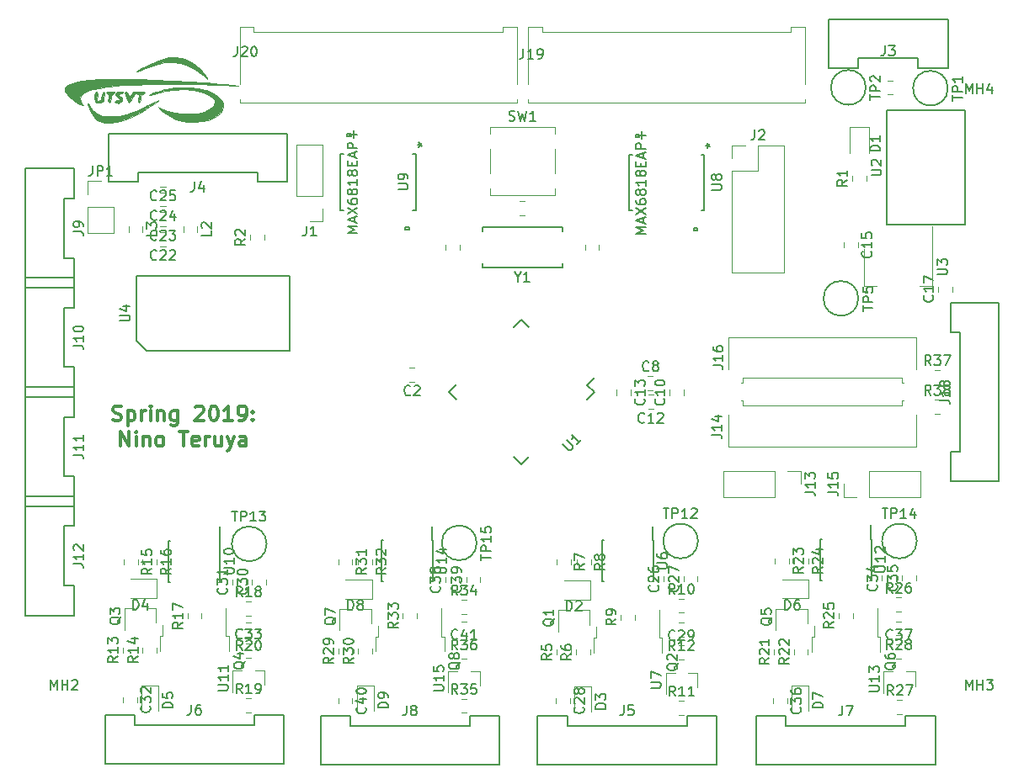
<source format=gbr>
G04 #@! TF.GenerationSoftware,KiCad,Pcbnew,(5.0.2)-1*
G04 #@! TF.CreationDate,2019-03-03T22:50:42-06:00*
G04 #@! TF.ProjectId,Dashboard,44617368-626f-4617-9264-2e6b69636164,rev?*
G04 #@! TF.SameCoordinates,Original*
G04 #@! TF.FileFunction,Legend,Top*
G04 #@! TF.FilePolarity,Positive*
%FSLAX46Y46*%
G04 Gerber Fmt 4.6, Leading zero omitted, Abs format (unit mm)*
G04 Created by KiCad (PCBNEW (5.0.2)-1) date 3/3/2019 10:50:42 PM*
%MOMM*%
%LPD*%
G01*
G04 APERTURE LIST*
%ADD10C,0.300000*%
%ADD11C,0.150000*%
%ADD12C,0.120000*%
%ADD13C,0.152400*%
%ADD14C,0.010000*%
G04 APERTURE END LIST*
D10*
X128928571Y-90332142D02*
X129142857Y-90403571D01*
X129500000Y-90403571D01*
X129642857Y-90332142D01*
X129714285Y-90260714D01*
X129785714Y-90117857D01*
X129785714Y-89975000D01*
X129714285Y-89832142D01*
X129642857Y-89760714D01*
X129500000Y-89689285D01*
X129214285Y-89617857D01*
X129071428Y-89546428D01*
X129000000Y-89475000D01*
X128928571Y-89332142D01*
X128928571Y-89189285D01*
X129000000Y-89046428D01*
X129071428Y-88975000D01*
X129214285Y-88903571D01*
X129571428Y-88903571D01*
X129785714Y-88975000D01*
X130428571Y-89403571D02*
X130428571Y-90903571D01*
X130428571Y-89475000D02*
X130571428Y-89403571D01*
X130857142Y-89403571D01*
X131000000Y-89475000D01*
X131071428Y-89546428D01*
X131142857Y-89689285D01*
X131142857Y-90117857D01*
X131071428Y-90260714D01*
X131000000Y-90332142D01*
X130857142Y-90403571D01*
X130571428Y-90403571D01*
X130428571Y-90332142D01*
X131785714Y-90403571D02*
X131785714Y-89403571D01*
X131785714Y-89689285D02*
X131857142Y-89546428D01*
X131928571Y-89475000D01*
X132071428Y-89403571D01*
X132214285Y-89403571D01*
X132714285Y-90403571D02*
X132714285Y-89403571D01*
X132714285Y-88903571D02*
X132642857Y-88975000D01*
X132714285Y-89046428D01*
X132785714Y-88975000D01*
X132714285Y-88903571D01*
X132714285Y-89046428D01*
X133428571Y-89403571D02*
X133428571Y-90403571D01*
X133428571Y-89546428D02*
X133500000Y-89475000D01*
X133642857Y-89403571D01*
X133857142Y-89403571D01*
X134000000Y-89475000D01*
X134071428Y-89617857D01*
X134071428Y-90403571D01*
X135428571Y-89403571D02*
X135428571Y-90617857D01*
X135357142Y-90760714D01*
X135285714Y-90832142D01*
X135142857Y-90903571D01*
X134928571Y-90903571D01*
X134785714Y-90832142D01*
X135428571Y-90332142D02*
X135285714Y-90403571D01*
X135000000Y-90403571D01*
X134857142Y-90332142D01*
X134785714Y-90260714D01*
X134714285Y-90117857D01*
X134714285Y-89689285D01*
X134785714Y-89546428D01*
X134857142Y-89475000D01*
X135000000Y-89403571D01*
X135285714Y-89403571D01*
X135428571Y-89475000D01*
X137214285Y-89046428D02*
X137285714Y-88975000D01*
X137428571Y-88903571D01*
X137785714Y-88903571D01*
X137928571Y-88975000D01*
X138000000Y-89046428D01*
X138071428Y-89189285D01*
X138071428Y-89332142D01*
X138000000Y-89546428D01*
X137142857Y-90403571D01*
X138071428Y-90403571D01*
X139000000Y-88903571D02*
X139142857Y-88903571D01*
X139285714Y-88975000D01*
X139357142Y-89046428D01*
X139428571Y-89189285D01*
X139500000Y-89475000D01*
X139500000Y-89832142D01*
X139428571Y-90117857D01*
X139357142Y-90260714D01*
X139285714Y-90332142D01*
X139142857Y-90403571D01*
X139000000Y-90403571D01*
X138857142Y-90332142D01*
X138785714Y-90260714D01*
X138714285Y-90117857D01*
X138642857Y-89832142D01*
X138642857Y-89475000D01*
X138714285Y-89189285D01*
X138785714Y-89046428D01*
X138857142Y-88975000D01*
X139000000Y-88903571D01*
X140928571Y-90403571D02*
X140071428Y-90403571D01*
X140500000Y-90403571D02*
X140500000Y-88903571D01*
X140357142Y-89117857D01*
X140214285Y-89260714D01*
X140071428Y-89332142D01*
X141642857Y-90403571D02*
X141928571Y-90403571D01*
X142071428Y-90332142D01*
X142142857Y-90260714D01*
X142285714Y-90046428D01*
X142357142Y-89760714D01*
X142357142Y-89189285D01*
X142285714Y-89046428D01*
X142214285Y-88975000D01*
X142071428Y-88903571D01*
X141785714Y-88903571D01*
X141642857Y-88975000D01*
X141571428Y-89046428D01*
X141500000Y-89189285D01*
X141500000Y-89546428D01*
X141571428Y-89689285D01*
X141642857Y-89760714D01*
X141785714Y-89832142D01*
X142071428Y-89832142D01*
X142214285Y-89760714D01*
X142285714Y-89689285D01*
X142357142Y-89546428D01*
X143000000Y-90260714D02*
X143071428Y-90332142D01*
X143000000Y-90403571D01*
X142928571Y-90332142D01*
X143000000Y-90260714D01*
X143000000Y-90403571D01*
X143000000Y-89475000D02*
X143071428Y-89546428D01*
X143000000Y-89617857D01*
X142928571Y-89546428D01*
X143000000Y-89475000D01*
X143000000Y-89617857D01*
X129678571Y-92953571D02*
X129678571Y-91453571D01*
X130535714Y-92953571D01*
X130535714Y-91453571D01*
X131250000Y-92953571D02*
X131250000Y-91953571D01*
X131250000Y-91453571D02*
X131178571Y-91525000D01*
X131250000Y-91596428D01*
X131321428Y-91525000D01*
X131250000Y-91453571D01*
X131250000Y-91596428D01*
X131964285Y-91953571D02*
X131964285Y-92953571D01*
X131964285Y-92096428D02*
X132035714Y-92025000D01*
X132178571Y-91953571D01*
X132392857Y-91953571D01*
X132535714Y-92025000D01*
X132607142Y-92167857D01*
X132607142Y-92953571D01*
X133535714Y-92953571D02*
X133392857Y-92882142D01*
X133321428Y-92810714D01*
X133250000Y-92667857D01*
X133250000Y-92239285D01*
X133321428Y-92096428D01*
X133392857Y-92025000D01*
X133535714Y-91953571D01*
X133750000Y-91953571D01*
X133892857Y-92025000D01*
X133964285Y-92096428D01*
X134035714Y-92239285D01*
X134035714Y-92667857D01*
X133964285Y-92810714D01*
X133892857Y-92882142D01*
X133750000Y-92953571D01*
X133535714Y-92953571D01*
X135607142Y-91453571D02*
X136464285Y-91453571D01*
X136035714Y-92953571D02*
X136035714Y-91453571D01*
X137535714Y-92882142D02*
X137392857Y-92953571D01*
X137107142Y-92953571D01*
X136964285Y-92882142D01*
X136892857Y-92739285D01*
X136892857Y-92167857D01*
X136964285Y-92025000D01*
X137107142Y-91953571D01*
X137392857Y-91953571D01*
X137535714Y-92025000D01*
X137607142Y-92167857D01*
X137607142Y-92310714D01*
X136892857Y-92453571D01*
X138250000Y-92953571D02*
X138250000Y-91953571D01*
X138250000Y-92239285D02*
X138321428Y-92096428D01*
X138392857Y-92025000D01*
X138535714Y-91953571D01*
X138678571Y-91953571D01*
X139821428Y-91953571D02*
X139821428Y-92953571D01*
X139178571Y-91953571D02*
X139178571Y-92739285D01*
X139250000Y-92882142D01*
X139392857Y-92953571D01*
X139607142Y-92953571D01*
X139750000Y-92882142D01*
X139821428Y-92810714D01*
X140392857Y-91953571D02*
X140750000Y-92953571D01*
X141107142Y-91953571D02*
X140750000Y-92953571D01*
X140607142Y-93310714D01*
X140535714Y-93382142D01*
X140392857Y-93453571D01*
X142321428Y-92953571D02*
X142321428Y-92167857D01*
X142250000Y-92025000D01*
X142107142Y-91953571D01*
X141821428Y-91953571D01*
X141678571Y-92025000D01*
X142321428Y-92882142D02*
X142178571Y-92953571D01*
X141821428Y-92953571D01*
X141678571Y-92882142D01*
X141607142Y-92739285D01*
X141607142Y-92596428D01*
X141678571Y-92453571D01*
X141821428Y-92382142D01*
X142178571Y-92382142D01*
X142321428Y-92310714D01*
D11*
G04 #@! TO.C,U1*
X177318555Y-87500000D02*
X176611448Y-86792893D01*
X170000000Y-94818555D02*
X169239860Y-94058415D01*
X162681445Y-87500000D02*
X163441585Y-88260140D01*
X170000000Y-80181445D02*
X170760140Y-80941585D01*
X177318555Y-87500000D02*
X176558415Y-88260140D01*
X170000000Y-80181445D02*
X169239860Y-80941585D01*
X162681445Y-87500000D02*
X163441585Y-86739860D01*
X170000000Y-94818555D02*
X170760140Y-94058415D01*
X176611448Y-86792893D02*
X177336233Y-86068109D01*
D12*
G04 #@! TO.C,J19*
X198533325Y-50770437D02*
X198533325Y-56530437D01*
X197113325Y-50770437D02*
X198533325Y-50770437D01*
X197113325Y-51270437D02*
X197113325Y-50770437D01*
X172083325Y-51270437D02*
X197113325Y-51270437D01*
X172083325Y-50770437D02*
X172083325Y-51270437D01*
X170663325Y-50770437D02*
X172083325Y-50770437D01*
X170663325Y-56530437D02*
X170663325Y-50770437D01*
X198533325Y-58360437D02*
X198533325Y-58050437D01*
X170663325Y-58360437D02*
X198533325Y-58360437D01*
X170663325Y-58050437D02*
X170663325Y-58360437D01*
D13*
G04 #@! TO.C,U9*
X151801025Y-63531037D02*
X151801025Y-69169837D01*
X151801025Y-69169837D02*
X152124684Y-69169837D01*
X159395625Y-69169837D02*
X159395625Y-63531037D01*
X159395625Y-63531037D02*
X159071966Y-63531037D01*
X152124687Y-63531037D02*
X151801025Y-63531037D01*
X159071963Y-69169837D02*
X159395625Y-69169837D01*
X152863827Y-61537137D02*
X152482827Y-61537137D01*
X152482827Y-61537137D02*
X152482827Y-61791137D01*
X152482827Y-61791137D02*
X152863827Y-61791137D01*
X152863827Y-61791137D02*
X152863827Y-61537137D01*
X158713823Y-71163737D02*
X158332823Y-71163737D01*
X158332823Y-71163737D02*
X158332823Y-70909737D01*
X158332823Y-70909737D02*
X158713823Y-70909737D01*
X158713823Y-70909737D02*
X158713823Y-71163737D01*
D12*
G04 #@! TO.C,D6*
X196200000Y-108260000D02*
X198885000Y-108260000D01*
X198885000Y-108260000D02*
X198885000Y-106340000D01*
X198885000Y-106340000D02*
X196200000Y-106340000D01*
G04 #@! TO.C,C1*
X176388074Y-72671467D02*
X176388074Y-73188623D01*
X177808074Y-72671467D02*
X177808074Y-73188623D01*
G04 #@! TO.C,C2*
X159258578Y-85040000D02*
X158741422Y-85040000D01*
X159258578Y-86460000D02*
X158741422Y-86460000D01*
G04 #@! TO.C,C3*
X163808074Y-72671467D02*
X163808074Y-73188623D01*
X162388074Y-72671467D02*
X162388074Y-73188623D01*
G04 #@! TO.C,C8*
X182711422Y-87310000D02*
X183228578Y-87310000D01*
X182711422Y-85890000D02*
X183228578Y-85890000D01*
G04 #@! TO.C,C10*
X186310000Y-87796078D02*
X186310000Y-87278922D01*
X184890000Y-87796078D02*
X184890000Y-87278922D01*
G04 #@! TO.C,C11*
X169841422Y-68290000D02*
X170358578Y-68290000D01*
X169841422Y-69710000D02*
X170358578Y-69710000D01*
G04 #@! TO.C,C12*
X183258578Y-89210000D02*
X182741422Y-89210000D01*
X183258578Y-87790000D02*
X182741422Y-87790000D01*
G04 #@! TO.C,C13*
X181010000Y-87278922D02*
X181010000Y-87796078D01*
X179590000Y-87278922D02*
X179590000Y-87796078D01*
G04 #@! TO.C,C14*
X207323946Y-57553564D02*
X206806790Y-57553564D01*
X207323946Y-56133564D02*
X206806790Y-56133564D01*
G04 #@! TO.C,C15*
X202407868Y-72452486D02*
X202407868Y-72969642D01*
X203827868Y-72452486D02*
X203827868Y-72969642D01*
G04 #@! TO.C,C17*
X211907868Y-77394642D02*
X211907868Y-76877486D01*
X213327868Y-77394642D02*
X213327868Y-76877486D01*
G04 #@! TO.C,C22*
X134217448Y-71405162D02*
X133700292Y-71405162D01*
X134217448Y-72825162D02*
X133700292Y-72825162D01*
G04 #@! TO.C,C23*
X134217448Y-70825162D02*
X133700292Y-70825162D01*
X134217448Y-69405162D02*
X133700292Y-69405162D01*
G04 #@! TO.C,C24*
X134217448Y-68825162D02*
X133700292Y-68825162D01*
X134217448Y-67405162D02*
X133700292Y-67405162D01*
G04 #@! TO.C,C25*
X134217448Y-66825162D02*
X133700292Y-66825162D01*
X134217448Y-65405162D02*
X133700292Y-65405162D01*
G04 #@! TO.C,C26*
X185710000Y-106574578D02*
X185710000Y-106057422D01*
X184290000Y-106574578D02*
X184290000Y-106057422D01*
G04 #@! TO.C,C27*
X186290000Y-106574578D02*
X186290000Y-106057422D01*
X187710000Y-106574578D02*
X187710000Y-106057422D01*
G04 #@! TO.C,C28*
X173480000Y-118313922D02*
X173480000Y-118831078D01*
X174900000Y-118313922D02*
X174900000Y-118831078D01*
G04 #@! TO.C,C29*
X185800922Y-114392000D02*
X186318078Y-114392000D01*
X185800922Y-112972000D02*
X186318078Y-112972000D01*
G04 #@! TO.C,C34*
X206255001Y-106496080D02*
X206255001Y-105978924D01*
X207675001Y-106496080D02*
X207675001Y-105978924D01*
G04 #@! TO.C,C35*
X208290000Y-106496080D02*
X208290000Y-105978924D01*
X209710000Y-106496080D02*
X209710000Y-105978924D01*
G04 #@! TO.C,C36*
X195290000Y-118341422D02*
X195290000Y-118858578D01*
X196710000Y-118341422D02*
X196710000Y-118858578D01*
G04 #@! TO.C,C37*
X207678922Y-114310000D02*
X208196078Y-114310000D01*
X207678922Y-112890000D02*
X208196078Y-112890000D01*
G04 #@! TO.C,C38*
X162328764Y-106657700D02*
X162328764Y-106140544D01*
X163748764Y-106657700D02*
X163748764Y-106140544D01*
G04 #@! TO.C,C39*
X165873764Y-106657700D02*
X165873764Y-106140544D01*
X164453764Y-106657700D02*
X164453764Y-106140544D01*
G04 #@! TO.C,C40*
X152998764Y-118328044D02*
X152998764Y-118845200D01*
X151578764Y-118328044D02*
X151578764Y-118845200D01*
G04 #@! TO.C,C41*
X163967686Y-114296622D02*
X164484842Y-114296622D01*
X163967686Y-112876622D02*
X164484842Y-112876622D01*
G04 #@! TO.C,D1*
X202991436Y-60801064D02*
X202991436Y-63486064D01*
X204911436Y-60801064D02*
X202991436Y-60801064D01*
X204911436Y-63486064D02*
X204911436Y-60801064D01*
G04 #@! TO.C,D2*
X174262500Y-108376000D02*
X176947500Y-108376000D01*
X176947500Y-108376000D02*
X176947500Y-106456000D01*
X176947500Y-106456000D02*
X174262500Y-106456000D01*
G04 #@! TO.C,D3*
X177020000Y-117150000D02*
X177020000Y-119700000D01*
X175320000Y-117150000D02*
X175320000Y-119700000D01*
X177020000Y-117150000D02*
X175320000Y-117150000D01*
G04 #@! TO.C,D7*
X198850000Y-117050000D02*
X197150000Y-117050000D01*
X197150000Y-117050000D02*
X197150000Y-119600000D01*
X198850000Y-117050000D02*
X198850000Y-119600000D01*
G04 #@! TO.C,D8*
X152288764Y-108296622D02*
X154973764Y-108296622D01*
X154973764Y-108296622D02*
X154973764Y-106376622D01*
X154973764Y-106376622D02*
X152288764Y-106376622D01*
G04 #@! TO.C,D9*
X155138764Y-117036622D02*
X153438764Y-117036622D01*
X153438764Y-117036622D02*
X153438764Y-119586622D01*
X155138764Y-117036622D02*
X155138764Y-119586622D01*
G04 #@! TO.C,J1*
X150030000Y-62590000D02*
X147370000Y-62590000D01*
X150030000Y-67730000D02*
X150030000Y-62590000D01*
X147370000Y-67730000D02*
X147370000Y-62590000D01*
X150030000Y-67730000D02*
X147370000Y-67730000D01*
X150030000Y-69000000D02*
X150030000Y-70330000D01*
X150030000Y-70330000D02*
X148700000Y-70330000D01*
G04 #@! TO.C,J2*
X191170000Y-75490000D02*
X196370000Y-75490000D01*
X191170000Y-65270000D02*
X191170000Y-75490000D01*
X196370000Y-62670000D02*
X196370000Y-75490000D01*
X191170000Y-65270000D02*
X193770000Y-65270000D01*
X193770000Y-65270000D02*
X193770000Y-62670000D01*
X193770000Y-62670000D02*
X196370000Y-62670000D01*
X191170000Y-64000000D02*
X191170000Y-62670000D01*
X191170000Y-62670000D02*
X192500000Y-62670000D01*
D11*
G04 #@! TO.C,J3*
X212867868Y-50023564D02*
X212867868Y-54923564D01*
X200867868Y-50023564D02*
X212867868Y-50023564D01*
X200867868Y-54923564D02*
X200867868Y-50023564D01*
X203867868Y-54923564D02*
X200867868Y-54923564D01*
X203867868Y-53923564D02*
X203867868Y-54923564D01*
X209867868Y-53923564D02*
X203867868Y-53923564D01*
X209867868Y-54923564D02*
X209867868Y-53923564D01*
X212867868Y-54923564D02*
X209867868Y-54923564D01*
G04 #@! TO.C,J4*
X146458870Y-61465162D02*
X146458870Y-66365162D01*
X128458870Y-61465162D02*
X146458870Y-61465162D01*
X128458870Y-66365162D02*
X128458870Y-61465162D01*
X131458870Y-66365162D02*
X128458870Y-66365162D01*
X131458870Y-65365162D02*
X131458870Y-66365162D01*
X143458870Y-65365162D02*
X131458870Y-65365162D01*
X143458870Y-66365162D02*
X143458870Y-65365162D01*
X146458870Y-66365162D02*
X143458870Y-66365162D01*
G04 #@! TO.C,J5*
X171628000Y-120080000D02*
X174628000Y-120080000D01*
X174628000Y-120080000D02*
X174628000Y-121080000D01*
X174628000Y-121080000D02*
X186628000Y-121080000D01*
X186628000Y-121080000D02*
X186628000Y-120080000D01*
X186628000Y-120080000D02*
X189628000Y-120080000D01*
X189628000Y-120080000D02*
X189628000Y-124980000D01*
X189628000Y-124980000D02*
X171628000Y-124980000D01*
X171628000Y-124980000D02*
X171628000Y-120080000D01*
G04 #@! TO.C,J7*
X193600000Y-125000000D02*
X193600000Y-120100000D01*
X211600000Y-125000000D02*
X193600000Y-125000000D01*
X211600000Y-120100000D02*
X211600000Y-125000000D01*
X208600000Y-120100000D02*
X211600000Y-120100000D01*
X208600000Y-121100000D02*
X208600000Y-120100000D01*
X196600000Y-121100000D02*
X208600000Y-121100000D01*
X196600000Y-120100000D02*
X196600000Y-121100000D01*
X193600000Y-120100000D02*
X196600000Y-120100000D01*
G04 #@! TO.C,J8*
X149788764Y-120086622D02*
X152788764Y-120086622D01*
X152788764Y-120086622D02*
X152788764Y-121086622D01*
X152788764Y-121086622D02*
X164788764Y-121086622D01*
X164788764Y-121086622D02*
X164788764Y-120086622D01*
X164788764Y-120086622D02*
X167788764Y-120086622D01*
X167788764Y-120086622D02*
X167788764Y-124986622D01*
X167788764Y-124986622D02*
X149788764Y-124986622D01*
X149788764Y-124986622D02*
X149788764Y-120086622D01*
G04 #@! TO.C,J9*
X120100000Y-65000000D02*
X125000000Y-65000000D01*
X120100000Y-77000000D02*
X120100000Y-65000000D01*
X125000000Y-77000000D02*
X120100000Y-77000000D01*
X125000000Y-74000000D02*
X125000000Y-77000000D01*
X124000000Y-74000000D02*
X125000000Y-74000000D01*
X124000000Y-68000000D02*
X124000000Y-74000000D01*
X125000000Y-68000000D02*
X124000000Y-68000000D01*
X125000000Y-65000000D02*
X125000000Y-68000000D01*
G04 #@! TO.C,J10*
X125000000Y-76000000D02*
X125000000Y-79000000D01*
X125000000Y-79000000D02*
X124000000Y-79000000D01*
X124000000Y-79000000D02*
X124000000Y-85000000D01*
X124000000Y-85000000D02*
X125000000Y-85000000D01*
X125000000Y-85000000D02*
X125000000Y-88000000D01*
X125000000Y-88000000D02*
X120100000Y-88000000D01*
X120100000Y-88000000D02*
X120100000Y-76000000D01*
X120100000Y-76000000D02*
X125000000Y-76000000D01*
G04 #@! TO.C,J11*
X125000000Y-87000000D02*
X125000000Y-90000000D01*
X125000000Y-90000000D02*
X124000000Y-90000000D01*
X124000000Y-90000000D02*
X124000000Y-96000000D01*
X124000000Y-96000000D02*
X125000000Y-96000000D01*
X125000000Y-96000000D02*
X125000000Y-99000000D01*
X125000000Y-99000000D02*
X120100000Y-99000000D01*
X120100000Y-99000000D02*
X120100000Y-87000000D01*
X120100000Y-87000000D02*
X125000000Y-87000000D01*
G04 #@! TO.C,J12*
X125000000Y-98000000D02*
X125000000Y-101000000D01*
X125000000Y-101000000D02*
X124000000Y-101000000D01*
X124000000Y-101000000D02*
X124000000Y-107000000D01*
X124000000Y-107000000D02*
X125000000Y-107000000D01*
X125000000Y-107000000D02*
X125000000Y-110000000D01*
X125000000Y-110000000D02*
X120100000Y-110000000D01*
X120100000Y-110000000D02*
X120100000Y-98000000D01*
X120100000Y-98000000D02*
X125000000Y-98000000D01*
D12*
G04 #@! TO.C,J13*
X190340000Y-95420000D02*
X190340000Y-98080000D01*
X195480000Y-95420000D02*
X190340000Y-95420000D01*
X195480000Y-98080000D02*
X190340000Y-98080000D01*
X195480000Y-95420000D02*
X195480000Y-98080000D01*
X196750000Y-95420000D02*
X198080000Y-95420000D01*
X198080000Y-95420000D02*
X198080000Y-96750000D01*
G04 #@! TO.C,J14*
X190815000Y-89760000D02*
X190815000Y-92970000D01*
X190815000Y-92970000D02*
X209685000Y-92970000D01*
X209685000Y-92970000D02*
X209685000Y-89760000D01*
X192120000Y-88380000D02*
X192235000Y-88380000D01*
X192235000Y-88380000D02*
X192235000Y-88880000D01*
X192235000Y-88880000D02*
X208265000Y-88880000D01*
X208265000Y-88880000D02*
X208265000Y-88380000D01*
X208265000Y-88380000D02*
X208380000Y-88380000D01*
G04 #@! TO.C,J15*
X202380000Y-98080000D02*
X202380000Y-96750000D01*
X203710000Y-98080000D02*
X202380000Y-98080000D01*
X204980000Y-98080000D02*
X204980000Y-95420000D01*
X204980000Y-95420000D02*
X210120000Y-95420000D01*
X204980000Y-98080000D02*
X210120000Y-98080000D01*
X210120000Y-98080000D02*
X210120000Y-95420000D01*
G04 #@! TO.C,J16*
X192235000Y-86580000D02*
X192120000Y-86580000D01*
X192235000Y-86080000D02*
X192235000Y-86580000D01*
X208265000Y-86080000D02*
X192235000Y-86080000D01*
X208265000Y-86580000D02*
X208265000Y-86080000D01*
X208380000Y-86580000D02*
X208265000Y-86580000D01*
X190815000Y-81990000D02*
X190815000Y-85200000D01*
X209685000Y-81990000D02*
X190815000Y-81990000D01*
X209685000Y-85200000D02*
X209685000Y-81990000D01*
D11*
G04 #@! TO.C,J18*
X213120000Y-96500000D02*
X213120000Y-93500000D01*
X213120000Y-93500000D02*
X214120000Y-93500000D01*
X214120000Y-93500000D02*
X214120000Y-81500000D01*
X214120000Y-81500000D02*
X213120000Y-81500000D01*
X213120000Y-81500000D02*
X213120000Y-78500000D01*
X213120000Y-78500000D02*
X218020000Y-78500000D01*
X218020000Y-78500000D02*
X218020000Y-96500000D01*
X218020000Y-96500000D02*
X213120000Y-96500000D01*
D12*
G04 #@! TO.C,J20*
X141663325Y-58050437D02*
X141663325Y-58360437D01*
X141663325Y-58360437D02*
X169533325Y-58360437D01*
X169533325Y-58360437D02*
X169533325Y-58050437D01*
X141663325Y-56530437D02*
X141663325Y-50770437D01*
X141663325Y-50770437D02*
X143083325Y-50770437D01*
X143083325Y-50770437D02*
X143083325Y-51270437D01*
X143083325Y-51270437D02*
X168113325Y-51270437D01*
X168113325Y-51270437D02*
X168113325Y-50770437D01*
X168113325Y-50770437D02*
X169533325Y-50770437D01*
X169533325Y-50770437D02*
X169533325Y-56530437D01*
G04 #@! TO.C,JP1*
X126378870Y-71485162D02*
X129038870Y-71485162D01*
X126378870Y-68885162D02*
X126378870Y-71485162D01*
X129038870Y-68885162D02*
X129038870Y-71485162D01*
X126378870Y-68885162D02*
X129038870Y-68885162D01*
X126378870Y-67615162D02*
X126378870Y-66285162D01*
X126378870Y-66285162D02*
X127708870Y-66285162D01*
G04 #@! TO.C,L2*
X135998870Y-70856584D02*
X135998870Y-71373740D01*
X137418870Y-70856584D02*
X137418870Y-71373740D01*
G04 #@! TO.C,L3*
X131918870Y-70856584D02*
X131918870Y-71373740D01*
X130498870Y-70856584D02*
X130498870Y-71373740D01*
G04 #@! TO.C,Q1*
X176830000Y-109450000D02*
X176830000Y-110910000D01*
X173670000Y-109450000D02*
X173670000Y-111610000D01*
X173670000Y-109450000D02*
X174600000Y-109450000D01*
X176830000Y-109450000D02*
X175900000Y-109450000D01*
G04 #@! TO.C,Q2*
X184150000Y-113728000D02*
X184150000Y-112228000D01*
X184150000Y-112228000D02*
X183880000Y-112228000D01*
X183880000Y-112228000D02*
X183880000Y-109398000D01*
X177250000Y-113728000D02*
X177250000Y-112228000D01*
X177250000Y-112228000D02*
X177520000Y-112228000D01*
X177520000Y-112228000D02*
X177520000Y-111128000D01*
G04 #@! TO.C,Q5*
X198730000Y-109340000D02*
X197800000Y-109340000D01*
X195570000Y-109340000D02*
X196500000Y-109340000D01*
X195570000Y-109340000D02*
X195570000Y-111500000D01*
X198730000Y-109340000D02*
X198730000Y-110800000D01*
G04 #@! TO.C,Q6*
X206050000Y-113630000D02*
X206050000Y-112130000D01*
X206050000Y-112130000D02*
X205780000Y-112130000D01*
X205780000Y-112130000D02*
X205780000Y-109300000D01*
X199150000Y-113630000D02*
X199150000Y-112130000D01*
X199150000Y-112130000D02*
X199420000Y-112130000D01*
X199420000Y-112130000D02*
X199420000Y-111030000D01*
G04 #@! TO.C,Q7*
X154868764Y-109326622D02*
X153938764Y-109326622D01*
X151708764Y-109326622D02*
X152638764Y-109326622D01*
X151708764Y-109326622D02*
X151708764Y-111486622D01*
X154868764Y-109326622D02*
X154868764Y-110786622D01*
G04 #@! TO.C,Q8*
X155608764Y-112116622D02*
X155608764Y-111016622D01*
X155338764Y-112116622D02*
X155608764Y-112116622D01*
X155338764Y-113616622D02*
X155338764Y-112116622D01*
X161968764Y-112116622D02*
X161968764Y-109286622D01*
X162238764Y-112116622D02*
X161968764Y-112116622D01*
X162238764Y-113616622D02*
X162238764Y-112116622D01*
G04 #@! TO.C,R1*
X203241436Y-66244642D02*
X203241436Y-65727486D01*
X204661436Y-66244642D02*
X204661436Y-65727486D01*
G04 #@! TO.C,R2*
X142713870Y-72186240D02*
X142713870Y-71669084D01*
X144133870Y-72186240D02*
X144133870Y-71669084D01*
G04 #@! TO.C,R5*
X173524000Y-113946078D02*
X173524000Y-113428922D01*
X174944000Y-113946078D02*
X174944000Y-113428922D01*
G04 #@! TO.C,R6*
X175490000Y-113946078D02*
X175490000Y-113428922D01*
X176910000Y-113946078D02*
X176910000Y-113428922D01*
G04 #@! TO.C,R7*
X173524000Y-104363422D02*
X173524000Y-104880578D01*
X174944000Y-104363422D02*
X174944000Y-104880578D01*
G04 #@! TO.C,R8*
X176976000Y-104363422D02*
X176976000Y-104880578D01*
X175556000Y-104363422D02*
X175556000Y-104880578D01*
G04 #@! TO.C,R9*
X181410000Y-110421078D02*
X181410000Y-109903922D01*
X179990000Y-110421078D02*
X179990000Y-109903922D01*
G04 #@! TO.C,R10*
X185800922Y-108290000D02*
X186318078Y-108290000D01*
X185800922Y-109710000D02*
X186318078Y-109710000D01*
G04 #@! TO.C,R11*
X185841422Y-120010000D02*
X186358578Y-120010000D01*
X185841422Y-118590000D02*
X186358578Y-118590000D01*
G04 #@! TO.C,R12*
X186321078Y-110690000D02*
X185803922Y-110690000D01*
X186321078Y-112110000D02*
X185803922Y-112110000D01*
G04 #@! TO.C,R21*
X196810000Y-113896078D02*
X196810000Y-113378922D01*
X195390000Y-113896078D02*
X195390000Y-113378922D01*
G04 #@! TO.C,R22*
X197390000Y-113896078D02*
X197390000Y-113378922D01*
X198810000Y-113896078D02*
X198810000Y-113378922D01*
G04 #@! TO.C,R23*
X196910000Y-104241422D02*
X196910000Y-104758578D01*
X195490000Y-104241422D02*
X195490000Y-104758578D01*
G04 #@! TO.C,R24*
X197452500Y-104241422D02*
X197452500Y-104758578D01*
X198872500Y-104241422D02*
X198872500Y-104758578D01*
G04 #@! TO.C,R25*
X203310000Y-110258578D02*
X203310000Y-109741422D01*
X201890000Y-110258578D02*
X201890000Y-109741422D01*
G04 #@! TO.C,R26*
X207678922Y-108190000D02*
X208196078Y-108190000D01*
X207678922Y-109610000D02*
X208196078Y-109610000D01*
G04 #@! TO.C,R27*
X207753922Y-119910000D02*
X208271078Y-119910000D01*
X207753922Y-118490000D02*
X208271078Y-118490000D01*
G04 #@! TO.C,R28*
X208196078Y-110590000D02*
X207678922Y-110590000D01*
X208196078Y-112010000D02*
X207678922Y-112010000D01*
G04 #@! TO.C,R29*
X152998764Y-113845200D02*
X152998764Y-113328044D01*
X151578764Y-113845200D02*
X151578764Y-113328044D01*
G04 #@! TO.C,R30*
X154998764Y-113845200D02*
X154998764Y-113328044D01*
X153578764Y-113845200D02*
X153578764Y-113328044D01*
G04 #@! TO.C,R31*
X151578764Y-104328044D02*
X151578764Y-104845200D01*
X152998764Y-104328044D02*
X152998764Y-104845200D01*
G04 #@! TO.C,R32*
X154998764Y-104328044D02*
X154998764Y-104845200D01*
X153578764Y-104328044D02*
X153578764Y-104845200D01*
G04 #@! TO.C,R33*
X158078764Y-110282700D02*
X158078764Y-109765544D01*
X159498764Y-110282700D02*
X159498764Y-109765544D01*
G04 #@! TO.C,R34*
X163967686Y-109846622D02*
X164484842Y-109846622D01*
X163967686Y-108426622D02*
X164484842Y-108426622D01*
G04 #@! TO.C,R35*
X163967686Y-118376622D02*
X164484842Y-118376622D01*
X163967686Y-119796622D02*
X164484842Y-119796622D01*
G04 #@! TO.C,R36*
X164484842Y-112046622D02*
X163967686Y-112046622D01*
X164484842Y-110626622D02*
X163967686Y-110626622D01*
G04 #@! TO.C,R37*
X211553922Y-86710000D02*
X212071078Y-86710000D01*
X211553922Y-85290000D02*
X212071078Y-85290000D01*
G04 #@! TO.C,R38*
X211553922Y-88290000D02*
X212071078Y-88290000D01*
X211553922Y-89710000D02*
X212071078Y-89710000D01*
G04 #@! TO.C,SW1*
X173350000Y-67000000D02*
X173350000Y-67650000D01*
X173350000Y-67650000D02*
X166850000Y-67650000D01*
X166850000Y-67650000D02*
X166850000Y-67000000D01*
X173350000Y-61500000D02*
X173350000Y-60850000D01*
X173350000Y-60850000D02*
X166850000Y-60850000D01*
X166850000Y-60850000D02*
X166850000Y-61500000D01*
X173350000Y-63000000D02*
X173350000Y-65500000D01*
X166850000Y-63000000D02*
X166850000Y-65500000D01*
D11*
G04 #@! TO.C,TP1*
X212867868Y-56923564D02*
G75*
G03X212867868Y-56923564I-1750000J0D01*
G01*
G04 #@! TO.C,TP2*
X204617868Y-56843564D02*
G75*
G03X204617868Y-56843564I-1750000J0D01*
G01*
G04 #@! TO.C,TP5*
X203867868Y-78073564D02*
G75*
G03X203867868Y-78073564I-1750000J0D01*
G01*
G04 #@! TO.C,TP12*
X187750000Y-102500000D02*
G75*
G03X187750000Y-102500000I-1750000J0D01*
G01*
G04 #@! TO.C,TP14*
X209750000Y-102500000D02*
G75*
G03X209750000Y-102500000I-1750000J0D01*
G01*
G04 #@! TO.C,TP15*
X165488764Y-102686622D02*
G75*
G03X165488764Y-102686622I-1750000J0D01*
G01*
G04 #@! TO.C,U2*
X214577868Y-59173564D02*
X214577868Y-70673564D01*
X214577868Y-70673564D02*
X206717868Y-70673564D01*
X206717868Y-70673564D02*
X206717868Y-59173564D01*
X206717868Y-59173564D02*
X214577868Y-59173564D01*
D12*
G04 #@! TO.C,U3*
X204457868Y-76833564D02*
X205717868Y-76833564D01*
X211277868Y-76833564D02*
X210017868Y-76833564D01*
X204457868Y-73073564D02*
X204457868Y-76833564D01*
X211277868Y-70823564D02*
X211277868Y-76833564D01*
D11*
G04 #@! TO.C,U4*
X131278870Y-82325162D02*
X131278870Y-75825162D01*
X131278870Y-75825162D02*
X146678870Y-75825162D01*
X146678870Y-75825162D02*
X146678870Y-83325162D01*
X146678870Y-83325162D02*
X132278870Y-83325162D01*
X132278870Y-83325162D02*
X131278870Y-82325162D01*
G04 #@! TO.C,U6*
X183225000Y-102425000D02*
X183225000Y-101025000D01*
X178125000Y-102425000D02*
X178125000Y-106575000D01*
X183275000Y-102425000D02*
X183275000Y-106575000D01*
X178125000Y-102425000D02*
X178270000Y-102425000D01*
X178125000Y-106575000D02*
X178270000Y-106575000D01*
X183275000Y-106575000D02*
X183130000Y-106575000D01*
X183275000Y-102425000D02*
X183225000Y-102425000D01*
D12*
G04 #@! TO.C,U7*
X187667500Y-115740000D02*
X187667500Y-117200000D01*
X184507500Y-115740000D02*
X184507500Y-117900000D01*
X184507500Y-115740000D02*
X185437500Y-115740000D01*
X187667500Y-115740000D02*
X186737500Y-115740000D01*
D13*
G04 #@! TO.C,U8*
X187713823Y-70959737D02*
X187713823Y-71213737D01*
X187332823Y-70959737D02*
X187713823Y-70959737D01*
X187332823Y-71213737D02*
X187332823Y-70959737D01*
X187713823Y-71213737D02*
X187332823Y-71213737D01*
X181863827Y-61841137D02*
X181863827Y-61587137D01*
X181482827Y-61841137D02*
X181863827Y-61841137D01*
X181482827Y-61587137D02*
X181482827Y-61841137D01*
X181863827Y-61587137D02*
X181482827Y-61587137D01*
X188071963Y-69219837D02*
X188395625Y-69219837D01*
X181124687Y-63581037D02*
X180801025Y-63581037D01*
X188395625Y-63581037D02*
X188071966Y-63581037D01*
X188395625Y-69219837D02*
X188395625Y-63581037D01*
X180801025Y-69219837D02*
X181124684Y-69219837D01*
X180801025Y-63581037D02*
X180801025Y-69219837D01*
D11*
G04 #@! TO.C,U12*
X205125000Y-102275000D02*
X205125000Y-100875000D01*
X200025000Y-102275000D02*
X200025000Y-106425000D01*
X205175000Y-102275000D02*
X205175000Y-106425000D01*
X200025000Y-102275000D02*
X200170000Y-102275000D01*
X200025000Y-106425000D02*
X200170000Y-106425000D01*
X205175000Y-106425000D02*
X205030000Y-106425000D01*
X205175000Y-102275000D02*
X205125000Y-102275000D01*
D12*
G04 #@! TO.C,U13*
X209580000Y-115640000D02*
X208650000Y-115640000D01*
X206420000Y-115640000D02*
X207350000Y-115640000D01*
X206420000Y-115640000D02*
X206420000Y-117800000D01*
X209580000Y-115640000D02*
X209580000Y-117100000D01*
D11*
G04 #@! TO.C,U14*
X161063764Y-102411622D02*
X161013764Y-102411622D01*
X161063764Y-106561622D02*
X160918764Y-106561622D01*
X155913764Y-106561622D02*
X156058764Y-106561622D01*
X155913764Y-102411622D02*
X156058764Y-102411622D01*
X161063764Y-102411622D02*
X161063764Y-106561622D01*
X155913764Y-102411622D02*
X155913764Y-106561622D01*
X161013764Y-102411622D02*
X161013764Y-101011622D01*
D12*
G04 #@! TO.C,U15*
X165793764Y-115576622D02*
X164863764Y-115576622D01*
X162633764Y-115576622D02*
X163563764Y-115576622D01*
X162633764Y-115576622D02*
X162633764Y-117736622D01*
X165793764Y-115576622D02*
X165793764Y-117036622D01*
D11*
G04 #@! TO.C,Y1*
X174098075Y-74930045D02*
X166098073Y-74930045D01*
X174098075Y-70930045D02*
X166098073Y-70930045D01*
X174098075Y-70930045D02*
X174098074Y-71330045D01*
X166098073Y-70930045D02*
X166098074Y-71330045D01*
X166098073Y-74930045D02*
X166098074Y-74530045D01*
X174098075Y-74930045D02*
X174098074Y-74530045D01*
D12*
G04 #@! TO.C,C30*
X142912092Y-106857197D02*
X142912092Y-106340041D01*
X144332092Y-106857197D02*
X144332092Y-106340041D01*
G04 #@! TO.C,C31*
X142332092Y-106857197D02*
X142332092Y-106340041D01*
X140912092Y-106857197D02*
X140912092Y-106340041D01*
G04 #@! TO.C,C32*
X131332092Y-118215041D02*
X131332092Y-118732197D01*
X129912092Y-118215041D02*
X129912092Y-118732197D01*
G04 #@! TO.C,C33*
X142301014Y-114246119D02*
X142818170Y-114246119D01*
X142301014Y-112826119D02*
X142818170Y-112826119D01*
G04 #@! TO.C,D4*
X130672092Y-108246119D02*
X133357092Y-108246119D01*
X133357092Y-108246119D02*
X133357092Y-106326119D01*
X133357092Y-106326119D02*
X130672092Y-106326119D01*
G04 #@! TO.C,D5*
X133472092Y-117036119D02*
X131772092Y-117036119D01*
X131772092Y-117036119D02*
X131772092Y-119586119D01*
X133472092Y-117036119D02*
X133472092Y-119586119D01*
D11*
G04 #@! TO.C,J6*
X128122092Y-120036119D02*
X131122092Y-120036119D01*
X131122092Y-120036119D02*
X131122092Y-121036119D01*
X131122092Y-121036119D02*
X143122092Y-121036119D01*
X143122092Y-121036119D02*
X143122092Y-120036119D01*
X143122092Y-120036119D02*
X146122092Y-120036119D01*
X146122092Y-120036119D02*
X146122092Y-124936119D01*
X146122092Y-124936119D02*
X128122092Y-124936119D01*
X128122092Y-124936119D02*
X128122092Y-120036119D01*
D12*
G04 #@! TO.C,Q3*
X133252092Y-109276119D02*
X133252092Y-110736119D01*
X130092092Y-109276119D02*
X130092092Y-111436119D01*
X130092092Y-109276119D02*
X131022092Y-109276119D01*
X133252092Y-109276119D02*
X132322092Y-109276119D01*
G04 #@! TO.C,Q4*
X140572092Y-113566119D02*
X140572092Y-112066119D01*
X140572092Y-112066119D02*
X140302092Y-112066119D01*
X140302092Y-112066119D02*
X140302092Y-109236119D01*
X133672092Y-113566119D02*
X133672092Y-112066119D01*
X133672092Y-112066119D02*
X133942092Y-112066119D01*
X133942092Y-112066119D02*
X133942092Y-110966119D01*
G04 #@! TO.C,R13*
X131332092Y-113732197D02*
X131332092Y-113215041D01*
X129912092Y-113732197D02*
X129912092Y-113215041D01*
G04 #@! TO.C,R14*
X131912092Y-113732197D02*
X131912092Y-113215041D01*
X133332092Y-113732197D02*
X133332092Y-113215041D01*
G04 #@! TO.C,R15*
X130024592Y-104340041D02*
X130024592Y-104857197D01*
X131444592Y-104340041D02*
X131444592Y-104857197D01*
G04 #@! TO.C,R16*
X133332092Y-104340041D02*
X133332092Y-104857197D01*
X131912092Y-104340041D02*
X131912092Y-104857197D01*
G04 #@! TO.C,R17*
X137832092Y-110294697D02*
X137832092Y-109777541D01*
X136412092Y-110294697D02*
X136412092Y-109777541D01*
G04 #@! TO.C,R18*
X142301014Y-108576119D02*
X142818170Y-108576119D01*
X142301014Y-109996119D02*
X142818170Y-109996119D01*
G04 #@! TO.C,R19*
X142301014Y-118326119D02*
X142818170Y-118326119D01*
X142301014Y-119746119D02*
X142818170Y-119746119D01*
G04 #@! TO.C,R20*
X142818170Y-110676119D02*
X142301014Y-110676119D01*
X142818170Y-112096119D02*
X142301014Y-112096119D01*
D11*
G04 #@! TO.C,TP13*
X144372092Y-102786119D02*
G75*
G03X144372092Y-102786119I-1750000J0D01*
G01*
G04 #@! TO.C,U10*
X139697092Y-102461119D02*
X139647092Y-102461119D01*
X139697092Y-106611119D02*
X139552092Y-106611119D01*
X134547092Y-106611119D02*
X134692092Y-106611119D01*
X134547092Y-102461119D02*
X134692092Y-102461119D01*
X139697092Y-102461119D02*
X139697092Y-106611119D01*
X134547092Y-102461119D02*
X134547092Y-106611119D01*
X139647092Y-102461119D02*
X139647092Y-101061119D01*
D12*
G04 #@! TO.C,U11*
X144127092Y-115526119D02*
X143197092Y-115526119D01*
X140967092Y-115526119D02*
X141897092Y-115526119D01*
X140967092Y-115526119D02*
X140967092Y-117686119D01*
X144127092Y-115526119D02*
X144127092Y-116986119D01*
D14*
G04 #@! TO.C,G\002A\002A\002A*
G36*
X135775022Y-53867039D02*
X136082668Y-53949318D01*
X136709242Y-54223482D01*
X137313510Y-54643275D01*
X137862345Y-55185341D01*
X137901770Y-55231975D01*
X138114432Y-55497321D01*
X138284812Y-55729225D01*
X138392543Y-55897853D01*
X138417260Y-55973370D01*
X138408479Y-55974302D01*
X138337298Y-55920987D01*
X138168916Y-55784039D01*
X137935169Y-55589479D01*
X137849559Y-55517442D01*
X137137133Y-54988873D01*
X136419895Y-54608433D01*
X135683426Y-54374838D01*
X134913309Y-54286807D01*
X134095127Y-54343057D01*
X133214463Y-54542308D01*
X132256897Y-54883276D01*
X131990314Y-54996400D01*
X131621517Y-55151373D01*
X131396415Y-55232557D01*
X131308855Y-55245023D01*
X131352683Y-55193842D01*
X131521746Y-55084085D01*
X131809890Y-54920824D01*
X132210962Y-54709130D01*
X132542334Y-54541458D01*
X133321464Y-54184603D01*
X134007658Y-53943189D01*
X134627555Y-53812760D01*
X135207797Y-53788863D01*
X135775022Y-53867039D01*
X135775022Y-53867039D01*
G37*
X135775022Y-53867039D02*
X136082668Y-53949318D01*
X136709242Y-54223482D01*
X137313510Y-54643275D01*
X137862345Y-55185341D01*
X137901770Y-55231975D01*
X138114432Y-55497321D01*
X138284812Y-55729225D01*
X138392543Y-55897853D01*
X138417260Y-55973370D01*
X138408479Y-55974302D01*
X138337298Y-55920987D01*
X138168916Y-55784039D01*
X137935169Y-55589479D01*
X137849559Y-55517442D01*
X137137133Y-54988873D01*
X136419895Y-54608433D01*
X135683426Y-54374838D01*
X134913309Y-54286807D01*
X134095127Y-54343057D01*
X133214463Y-54542308D01*
X132256897Y-54883276D01*
X131990314Y-54996400D01*
X131621517Y-55151373D01*
X131396415Y-55232557D01*
X131308855Y-55245023D01*
X131352683Y-55193842D01*
X131521746Y-55084085D01*
X131809890Y-54920824D01*
X132210962Y-54709130D01*
X132542334Y-54541458D01*
X133321464Y-54184603D01*
X134007658Y-53943189D01*
X134627555Y-53812760D01*
X135207797Y-53788863D01*
X135775022Y-53867039D01*
G36*
X131888000Y-57258171D02*
X132078544Y-57285224D01*
X132142975Y-57334973D01*
X132140591Y-57355834D01*
X132037889Y-57451847D01*
X131921868Y-57488722D01*
X131778364Y-57560816D01*
X131736844Y-57742722D01*
X131707513Y-58057587D01*
X131631073Y-58271292D01*
X131519432Y-58350663D01*
X131518575Y-58350667D01*
X131458213Y-58325620D01*
X131436959Y-58230418D01*
X131455037Y-58034973D01*
X131512673Y-57709193D01*
X131523775Y-57652167D01*
X131491544Y-57527742D01*
X131398463Y-57504000D01*
X131252358Y-57458815D01*
X131212284Y-57408517D01*
X131161169Y-57428527D01*
X131056145Y-57570276D01*
X130918902Y-57803984D01*
X130903930Y-57831851D01*
X130750318Y-58090806D01*
X130610268Y-58276760D01*
X130513380Y-58350593D01*
X130511376Y-58350667D01*
X130421830Y-58273915D01*
X130321428Y-58069296D01*
X130262341Y-57893136D01*
X130173659Y-57570851D01*
X130138360Y-57377502D01*
X130156067Y-57281449D01*
X130226406Y-57251054D01*
X130254720Y-57250000D01*
X130361642Y-57322943D01*
X130431125Y-57482834D01*
X130497921Y-57752998D01*
X130557097Y-57864036D01*
X130628480Y-57823914D01*
X130731897Y-57640599D01*
X130747167Y-57609834D01*
X130924694Y-57250000D01*
X131550069Y-57250000D01*
X131888000Y-57258171D01*
X131888000Y-57258171D01*
G37*
X131888000Y-57258171D02*
X132078544Y-57285224D01*
X132142975Y-57334973D01*
X132140591Y-57355834D01*
X132037889Y-57451847D01*
X131921868Y-57488722D01*
X131778364Y-57560816D01*
X131736844Y-57742722D01*
X131707513Y-58057587D01*
X131631073Y-58271292D01*
X131519432Y-58350663D01*
X131518575Y-58350667D01*
X131458213Y-58325620D01*
X131436959Y-58230418D01*
X131455037Y-58034973D01*
X131512673Y-57709193D01*
X131523775Y-57652167D01*
X131491544Y-57527742D01*
X131398463Y-57504000D01*
X131252358Y-57458815D01*
X131212284Y-57408517D01*
X131161169Y-57428527D01*
X131056145Y-57570276D01*
X130918902Y-57803984D01*
X130903930Y-57831851D01*
X130750318Y-58090806D01*
X130610268Y-58276760D01*
X130513380Y-58350593D01*
X130511376Y-58350667D01*
X130421830Y-58273915D01*
X130321428Y-58069296D01*
X130262341Y-57893136D01*
X130173659Y-57570851D01*
X130138360Y-57377502D01*
X130156067Y-57281449D01*
X130226406Y-57251054D01*
X130254720Y-57250000D01*
X130361642Y-57322943D01*
X130431125Y-57482834D01*
X130497921Y-57752998D01*
X130557097Y-57864036D01*
X130628480Y-57823914D01*
X130731897Y-57640599D01*
X130747167Y-57609834D01*
X130924694Y-57250000D01*
X131550069Y-57250000D01*
X131888000Y-57258171D01*
G36*
X128956219Y-57263596D02*
X129086244Y-57310668D01*
X129113334Y-57377000D01*
X129043050Y-57480509D01*
X128946916Y-57504000D01*
X128841195Y-57535175D01*
X128774996Y-57654676D01*
X128727834Y-57901465D01*
X128724342Y-57927334D01*
X128664866Y-58213175D01*
X128581182Y-58341210D01*
X128544148Y-58350667D01*
X128473253Y-58318698D01*
X128452093Y-58198218D01*
X128474936Y-57952366D01*
X128478334Y-57927334D01*
X128504950Y-57673201D01*
X128489181Y-57545507D01*
X128423926Y-57505076D01*
X128401612Y-57504000D01*
X128284343Y-57439644D01*
X128266667Y-57377000D01*
X128311986Y-57297135D01*
X128468894Y-57258127D01*
X128690000Y-57250000D01*
X128956219Y-57263596D01*
X128956219Y-57263596D01*
G37*
X128956219Y-57263596D02*
X129086244Y-57310668D01*
X129113334Y-57377000D01*
X129043050Y-57480509D01*
X128946916Y-57504000D01*
X128841195Y-57535175D01*
X128774996Y-57654676D01*
X128727834Y-57901465D01*
X128724342Y-57927334D01*
X128664866Y-58213175D01*
X128581182Y-58341210D01*
X128544148Y-58350667D01*
X128473253Y-58318698D01*
X128452093Y-58198218D01*
X128474936Y-57952366D01*
X128478334Y-57927334D01*
X128504950Y-57673201D01*
X128489181Y-57545507D01*
X128423926Y-57505076D01*
X128401612Y-57504000D01*
X128284343Y-57439644D01*
X128266667Y-57377000D01*
X128311986Y-57297135D01*
X128468894Y-57258127D01*
X128690000Y-57250000D01*
X128956219Y-57263596D01*
G36*
X129917135Y-57293696D02*
X129938412Y-57355834D01*
X129835971Y-57438619D01*
X129706000Y-57461667D01*
X129523919Y-57501982D01*
X129489271Y-57598427D01*
X129607901Y-57714247D01*
X129661474Y-57741596D01*
X129835609Y-57889319D01*
X129860343Y-58078490D01*
X129733769Y-58267372D01*
X129687161Y-58303533D01*
X129476083Y-58417544D01*
X129304919Y-58409270D01*
X129208320Y-58358836D01*
X129127683Y-58257447D01*
X129182926Y-58177410D01*
X129340992Y-58151665D01*
X129407646Y-58160225D01*
X129575718Y-58150631D01*
X129621882Y-58065169D01*
X129542230Y-57949420D01*
X129431328Y-57883910D01*
X129255049Y-57734940D01*
X129212433Y-57534311D01*
X129286042Y-57372933D01*
X129414838Y-57294772D01*
X129601927Y-57254491D01*
X129788847Y-57253621D01*
X129917135Y-57293696D01*
X129917135Y-57293696D01*
G37*
X129917135Y-57293696D02*
X129938412Y-57355834D01*
X129835971Y-57438619D01*
X129706000Y-57461667D01*
X129523919Y-57501982D01*
X129489271Y-57598427D01*
X129607901Y-57714247D01*
X129661474Y-57741596D01*
X129835609Y-57889319D01*
X129860343Y-58078490D01*
X129733769Y-58267372D01*
X129687161Y-58303533D01*
X129476083Y-58417544D01*
X129304919Y-58409270D01*
X129208320Y-58358836D01*
X129127683Y-58257447D01*
X129182926Y-58177410D01*
X129340992Y-58151665D01*
X129407646Y-58160225D01*
X129575718Y-58150631D01*
X129621882Y-58065169D01*
X129542230Y-57949420D01*
X129431328Y-57883910D01*
X129255049Y-57734940D01*
X129212433Y-57534311D01*
X129286042Y-57372933D01*
X129414838Y-57294772D01*
X129601927Y-57254491D01*
X129788847Y-57253621D01*
X129917135Y-57293696D01*
G36*
X128078617Y-57319315D02*
X128095314Y-57398167D01*
X128071556Y-57612794D01*
X128016406Y-57872471D01*
X127947108Y-58110123D01*
X127880907Y-58258676D01*
X127871082Y-58270361D01*
X127681009Y-58365001D01*
X127432331Y-58393677D01*
X127229500Y-58345932D01*
X127130859Y-58210585D01*
X127080401Y-57986812D01*
X127075347Y-57726811D01*
X127112919Y-57482782D01*
X127190335Y-57306923D01*
X127287858Y-57250000D01*
X127347526Y-57308109D01*
X127364710Y-57496093D01*
X127352373Y-57723009D01*
X127334174Y-57990789D01*
X127346265Y-58128448D01*
X127402683Y-58174415D01*
X127514740Y-58167509D01*
X127638993Y-58125283D01*
X127717221Y-58013762D01*
X127774798Y-57789613D01*
X127791741Y-57694500D01*
X127861395Y-57408155D01*
X127945765Y-57263690D01*
X127982241Y-57250000D01*
X128078617Y-57319315D01*
X128078617Y-57319315D01*
G37*
X128078617Y-57319315D02*
X128095314Y-57398167D01*
X128071556Y-57612794D01*
X128016406Y-57872471D01*
X127947108Y-58110123D01*
X127880907Y-58258676D01*
X127871082Y-58270361D01*
X127681009Y-58365001D01*
X127432331Y-58393677D01*
X127229500Y-58345932D01*
X127130859Y-58210585D01*
X127080401Y-57986812D01*
X127075347Y-57726811D01*
X127112919Y-57482782D01*
X127190335Y-57306923D01*
X127287858Y-57250000D01*
X127347526Y-57308109D01*
X127364710Y-57496093D01*
X127352373Y-57723009D01*
X127334174Y-57990789D01*
X127346265Y-58128448D01*
X127402683Y-58174415D01*
X127514740Y-58167509D01*
X127638993Y-58125283D01*
X127717221Y-58013762D01*
X127774798Y-57789613D01*
X127791741Y-57694500D01*
X127861395Y-57408155D01*
X127945765Y-57263690D01*
X127982241Y-57250000D01*
X128078617Y-57319315D01*
G36*
X131503943Y-56005662D02*
X133118301Y-56059837D01*
X134886221Y-56145813D01*
X136806529Y-56263673D01*
X137072000Y-56281663D01*
X137724946Y-56327680D01*
X138415556Y-56378602D01*
X139093333Y-56430553D01*
X139707778Y-56479655D01*
X140208393Y-56522030D01*
X140247000Y-56525458D01*
X141517000Y-56638801D01*
X139612000Y-56584567D01*
X138795080Y-56564732D01*
X137909053Y-56549324D01*
X136973882Y-56538234D01*
X136009527Y-56531357D01*
X135035950Y-56528585D01*
X134073113Y-56529811D01*
X133140978Y-56534927D01*
X132259507Y-56543828D01*
X131448660Y-56556404D01*
X130728401Y-56572551D01*
X130118690Y-56592159D01*
X129639489Y-56615123D01*
X129325000Y-56639767D01*
X128350440Y-56759425D01*
X127537746Y-56892204D01*
X126879780Y-57040644D01*
X126369406Y-57207283D01*
X125999487Y-57394661D01*
X125762886Y-57605318D01*
X125652467Y-57841793D01*
X125642000Y-57950189D01*
X125691925Y-58192824D01*
X125812500Y-58436887D01*
X125817099Y-58443430D01*
X125915263Y-58595554D01*
X125925725Y-58663634D01*
X125835276Y-58645003D01*
X125630705Y-58536997D01*
X125303334Y-58339745D01*
X124874626Y-58049938D01*
X124510792Y-57755182D01*
X124238285Y-57479932D01*
X124083559Y-57248643D01*
X124064892Y-57194878D01*
X124078979Y-56935570D01*
X124258382Y-56707240D01*
X124601926Y-56509968D01*
X125108435Y-56343839D01*
X125776734Y-56208934D01*
X126605647Y-56105336D01*
X127594000Y-56033127D01*
X128740618Y-55992390D01*
X130044323Y-55983208D01*
X131503943Y-56005662D01*
X131503943Y-56005662D01*
G37*
X131503943Y-56005662D02*
X133118301Y-56059837D01*
X134886221Y-56145813D01*
X136806529Y-56263673D01*
X137072000Y-56281663D01*
X137724946Y-56327680D01*
X138415556Y-56378602D01*
X139093333Y-56430553D01*
X139707778Y-56479655D01*
X140208393Y-56522030D01*
X140247000Y-56525458D01*
X141517000Y-56638801D01*
X139612000Y-56584567D01*
X138795080Y-56564732D01*
X137909053Y-56549324D01*
X136973882Y-56538234D01*
X136009527Y-56531357D01*
X135035950Y-56528585D01*
X134073113Y-56529811D01*
X133140978Y-56534927D01*
X132259507Y-56543828D01*
X131448660Y-56556404D01*
X130728401Y-56572551D01*
X130118690Y-56592159D01*
X129639489Y-56615123D01*
X129325000Y-56639767D01*
X128350440Y-56759425D01*
X127537746Y-56892204D01*
X126879780Y-57040644D01*
X126369406Y-57207283D01*
X125999487Y-57394661D01*
X125762886Y-57605318D01*
X125652467Y-57841793D01*
X125642000Y-57950189D01*
X125691925Y-58192824D01*
X125812500Y-58436887D01*
X125817099Y-58443430D01*
X125915263Y-58595554D01*
X125925725Y-58663634D01*
X125835276Y-58645003D01*
X125630705Y-58536997D01*
X125303334Y-58339745D01*
X124874626Y-58049938D01*
X124510792Y-57755182D01*
X124238285Y-57479932D01*
X124083559Y-57248643D01*
X124064892Y-57194878D01*
X124078979Y-56935570D01*
X124258382Y-56707240D01*
X124601926Y-56509968D01*
X125108435Y-56343839D01*
X125776734Y-56208934D01*
X126605647Y-56105336D01*
X127594000Y-56033127D01*
X128740618Y-55992390D01*
X130044323Y-55983208D01*
X131503943Y-56005662D01*
G36*
X136726616Y-56844884D02*
X137493095Y-56926699D01*
X138164321Y-57071139D01*
X138299667Y-57112989D01*
X138936279Y-57369973D01*
X139431666Y-57667975D01*
X139781375Y-57998364D01*
X139980952Y-58352511D01*
X140025944Y-58721786D01*
X139911897Y-59097560D01*
X139634357Y-59471203D01*
X139556059Y-59547501D01*
X139096706Y-59869800D01*
X138514328Y-60111745D01*
X137838434Y-60266518D01*
X137098531Y-60327305D01*
X136343722Y-60289577D01*
X135951259Y-60225619D01*
X135545114Y-60130150D01*
X135273042Y-60044726D01*
X134904244Y-59880908D01*
X134502742Y-59661585D01*
X134119164Y-59418294D01*
X133804138Y-59182570D01*
X133643000Y-59029358D01*
X133473667Y-58835501D01*
X133727667Y-58964686D01*
X134382755Y-59227412D01*
X135126130Y-59407303D01*
X135915448Y-59502579D01*
X136708366Y-59511459D01*
X137462542Y-59432163D01*
X138135632Y-59262909D01*
X138392139Y-59160870D01*
X138818518Y-58918059D01*
X139080214Y-58658225D01*
X139180009Y-58389425D01*
X139120686Y-58119717D01*
X138905027Y-57857160D01*
X138535815Y-57609810D01*
X138015831Y-57385726D01*
X137749334Y-57299350D01*
X136933203Y-57125229D01*
X136030398Y-57052743D01*
X135088694Y-57080587D01*
X134155866Y-57207453D01*
X133314889Y-57420601D01*
X132982610Y-57523953D01*
X132717131Y-57599913D01*
X132554974Y-57638382D01*
X132522758Y-57639647D01*
X132565005Y-57585450D01*
X132738575Y-57498737D01*
X133011235Y-57390844D01*
X133350752Y-57273111D01*
X133724894Y-57156876D01*
X134101428Y-57053478D01*
X134366657Y-56991034D01*
X135112297Y-56875467D01*
X135915983Y-56827279D01*
X136726616Y-56844884D01*
X136726616Y-56844884D01*
G37*
X136726616Y-56844884D02*
X137493095Y-56926699D01*
X138164321Y-57071139D01*
X138299667Y-57112989D01*
X138936279Y-57369973D01*
X139431666Y-57667975D01*
X139781375Y-57998364D01*
X139980952Y-58352511D01*
X140025944Y-58721786D01*
X139911897Y-59097560D01*
X139634357Y-59471203D01*
X139556059Y-59547501D01*
X139096706Y-59869800D01*
X138514328Y-60111745D01*
X137838434Y-60266518D01*
X137098531Y-60327305D01*
X136343722Y-60289577D01*
X135951259Y-60225619D01*
X135545114Y-60130150D01*
X135273042Y-60044726D01*
X134904244Y-59880908D01*
X134502742Y-59661585D01*
X134119164Y-59418294D01*
X133804138Y-59182570D01*
X133643000Y-59029358D01*
X133473667Y-58835501D01*
X133727667Y-58964686D01*
X134382755Y-59227412D01*
X135126130Y-59407303D01*
X135915448Y-59502579D01*
X136708366Y-59511459D01*
X137462542Y-59432163D01*
X138135632Y-59262909D01*
X138392139Y-59160870D01*
X138818518Y-58918059D01*
X139080214Y-58658225D01*
X139180009Y-58389425D01*
X139120686Y-58119717D01*
X138905027Y-57857160D01*
X138535815Y-57609810D01*
X138015831Y-57385726D01*
X137749334Y-57299350D01*
X136933203Y-57125229D01*
X136030398Y-57052743D01*
X135088694Y-57080587D01*
X134155866Y-57207453D01*
X133314889Y-57420601D01*
X132982610Y-57523953D01*
X132717131Y-57599913D01*
X132554974Y-57638382D01*
X132522758Y-57639647D01*
X132565005Y-57585450D01*
X132738575Y-57498737D01*
X133011235Y-57390844D01*
X133350752Y-57273111D01*
X133724894Y-57156876D01*
X134101428Y-57053478D01*
X134366657Y-56991034D01*
X135112297Y-56875467D01*
X135915983Y-56827279D01*
X136726616Y-56844884D01*
G36*
X133448417Y-58209313D02*
X133264990Y-58343627D01*
X132994708Y-58528048D01*
X132666558Y-58743760D01*
X132309526Y-58971948D01*
X131952599Y-59193795D01*
X131624765Y-59390486D01*
X131387621Y-59525489D01*
X130640408Y-59892640D01*
X129910966Y-60171038D01*
X129222950Y-60355144D01*
X128600012Y-60439424D01*
X128065807Y-60418339D01*
X127820343Y-60360469D01*
X127336869Y-60114277D01*
X126935459Y-59722205D01*
X126649551Y-59250429D01*
X126534503Y-58983420D01*
X126451827Y-58747845D01*
X126405925Y-58568973D01*
X126401199Y-58472074D01*
X126442050Y-58482418D01*
X126532879Y-58625274D01*
X126544449Y-58647000D01*
X126877640Y-59110842D01*
X127326388Y-59484930D01*
X127462334Y-59564921D01*
X127635425Y-59646448D01*
X127820015Y-59699418D01*
X128057005Y-59729376D01*
X128387296Y-59741869D01*
X128774667Y-59742887D01*
X129236913Y-59735070D01*
X129592277Y-59710514D01*
X129903059Y-59659661D01*
X130231558Y-59572955D01*
X130552667Y-59470125D01*
X130945692Y-59324784D01*
X131427735Y-59124941D01*
X131938793Y-58896511D01*
X132418863Y-58665408D01*
X132436500Y-58656512D01*
X132820340Y-58464671D01*
X133144034Y-58307028D01*
X133380927Y-58196240D01*
X133504364Y-58144964D01*
X133516000Y-58143923D01*
X133448417Y-58209313D01*
X133448417Y-58209313D01*
G37*
X133448417Y-58209313D02*
X133264990Y-58343627D01*
X132994708Y-58528048D01*
X132666558Y-58743760D01*
X132309526Y-58971948D01*
X131952599Y-59193795D01*
X131624765Y-59390486D01*
X131387621Y-59525489D01*
X130640408Y-59892640D01*
X129910966Y-60171038D01*
X129222950Y-60355144D01*
X128600012Y-60439424D01*
X128065807Y-60418339D01*
X127820343Y-60360469D01*
X127336869Y-60114277D01*
X126935459Y-59722205D01*
X126649551Y-59250429D01*
X126534503Y-58983420D01*
X126451827Y-58747845D01*
X126405925Y-58568973D01*
X126401199Y-58472074D01*
X126442050Y-58482418D01*
X126532879Y-58625274D01*
X126544449Y-58647000D01*
X126877640Y-59110842D01*
X127326388Y-59484930D01*
X127462334Y-59564921D01*
X127635425Y-59646448D01*
X127820015Y-59699418D01*
X128057005Y-59729376D01*
X128387296Y-59741869D01*
X128774667Y-59742887D01*
X129236913Y-59735070D01*
X129592277Y-59710514D01*
X129903059Y-59659661D01*
X130231558Y-59572955D01*
X130552667Y-59470125D01*
X130945692Y-59324784D01*
X131427735Y-59124941D01*
X131938793Y-58896511D01*
X132418863Y-58665408D01*
X132436500Y-58656512D01*
X132820340Y-58464671D01*
X133144034Y-58307028D01*
X133380927Y-58196240D01*
X133504364Y-58144964D01*
X133516000Y-58143923D01*
X133448417Y-58209313D01*
G04 #@! TO.C,U1*
D11*
X174165195Y-92742691D02*
X174737615Y-93315111D01*
X174838630Y-93348783D01*
X174905974Y-93348783D01*
X175006989Y-93315111D01*
X175141676Y-93180424D01*
X175175348Y-93079409D01*
X175175348Y-93012065D01*
X175141676Y-92911050D01*
X174569256Y-92338630D01*
X175983470Y-92338630D02*
X175579409Y-92742691D01*
X175781439Y-92540661D02*
X175074333Y-91833554D01*
X175108004Y-92001913D01*
X175108004Y-92136600D01*
X175074333Y-92237615D01*
G04 #@! TO.C,J19*
X170190476Y-52952380D02*
X170190476Y-53666666D01*
X170142857Y-53809523D01*
X170047619Y-53904761D01*
X169904761Y-53952380D01*
X169809523Y-53952380D01*
X171190476Y-53952380D02*
X170619047Y-53952380D01*
X170904761Y-53952380D02*
X170904761Y-52952380D01*
X170809523Y-53095238D01*
X170714285Y-53190476D01*
X170619047Y-53238095D01*
X171666666Y-53952380D02*
X171857142Y-53952380D01*
X171952380Y-53904761D01*
X172000000Y-53857142D01*
X172095238Y-53714285D01*
X172142857Y-53523809D01*
X172142857Y-53142857D01*
X172095238Y-53047619D01*
X172047619Y-53000000D01*
X171952380Y-52952380D01*
X171761904Y-52952380D01*
X171666666Y-53000000D01*
X171619047Y-53047619D01*
X171571428Y-53142857D01*
X171571428Y-53380952D01*
X171619047Y-53476190D01*
X171666666Y-53523809D01*
X171761904Y-53571428D01*
X171952380Y-53571428D01*
X172047619Y-53523809D01*
X172095238Y-53476190D01*
X172142857Y-53380952D01*
G04 #@! TO.C,U9*
X157590705Y-67112341D02*
X158400229Y-67112341D01*
X158495467Y-67064722D01*
X158543086Y-67017103D01*
X158590705Y-66921865D01*
X158590705Y-66731389D01*
X158543086Y-66636151D01*
X158495467Y-66588532D01*
X158400229Y-66540913D01*
X157590705Y-66540913D01*
X158590705Y-66017103D02*
X158590705Y-65826627D01*
X158543086Y-65731389D01*
X158495467Y-65683770D01*
X158352610Y-65588532D01*
X158162134Y-65540913D01*
X157781182Y-65540913D01*
X157685944Y-65588532D01*
X157638325Y-65636151D01*
X157590705Y-65731389D01*
X157590705Y-65921865D01*
X157638325Y-66017103D01*
X157685944Y-66064722D01*
X157781182Y-66112341D01*
X158019277Y-66112341D01*
X158114515Y-66064722D01*
X158162134Y-66017103D01*
X158209753Y-65921865D01*
X158209753Y-65731389D01*
X158162134Y-65636151D01*
X158114515Y-65588532D01*
X158019277Y-65540913D01*
X153510705Y-71493294D02*
X152510705Y-71493294D01*
X153224991Y-71159960D01*
X152510705Y-70826627D01*
X153510705Y-70826627D01*
X153224991Y-70398056D02*
X153224991Y-69921865D01*
X153510705Y-70493294D02*
X152510705Y-70159960D01*
X153510705Y-69826627D01*
X152510705Y-69588532D02*
X153510705Y-68921865D01*
X152510705Y-68921865D02*
X153510705Y-69588532D01*
X152510705Y-68112341D02*
X152510705Y-68302817D01*
X152558325Y-68398056D01*
X152605944Y-68445675D01*
X152748801Y-68540913D01*
X152939277Y-68588532D01*
X153320229Y-68588532D01*
X153415467Y-68540913D01*
X153463086Y-68493294D01*
X153510705Y-68398056D01*
X153510705Y-68207579D01*
X153463086Y-68112341D01*
X153415467Y-68064722D01*
X153320229Y-68017103D01*
X153082134Y-68017103D01*
X152986896Y-68064722D01*
X152939277Y-68112341D01*
X152891658Y-68207579D01*
X152891658Y-68398056D01*
X152939277Y-68493294D01*
X152986896Y-68540913D01*
X153082134Y-68588532D01*
X152939277Y-67445675D02*
X152891658Y-67540913D01*
X152844039Y-67588532D01*
X152748801Y-67636151D01*
X152701182Y-67636151D01*
X152605944Y-67588532D01*
X152558325Y-67540913D01*
X152510705Y-67445675D01*
X152510705Y-67255198D01*
X152558325Y-67159960D01*
X152605944Y-67112341D01*
X152701182Y-67064722D01*
X152748801Y-67064722D01*
X152844039Y-67112341D01*
X152891658Y-67159960D01*
X152939277Y-67255198D01*
X152939277Y-67445675D01*
X152986896Y-67540913D01*
X153034515Y-67588532D01*
X153129753Y-67636151D01*
X153320229Y-67636151D01*
X153415467Y-67588532D01*
X153463086Y-67540913D01*
X153510705Y-67445675D01*
X153510705Y-67255198D01*
X153463086Y-67159960D01*
X153415467Y-67112341D01*
X153320229Y-67064722D01*
X153129753Y-67064722D01*
X153034515Y-67112341D01*
X152986896Y-67159960D01*
X152939277Y-67255198D01*
X153510705Y-66112341D02*
X153510705Y-66683770D01*
X153510705Y-66398056D02*
X152510705Y-66398056D01*
X152653563Y-66493294D01*
X152748801Y-66588532D01*
X152796420Y-66683770D01*
X152939277Y-65540913D02*
X152891658Y-65636151D01*
X152844039Y-65683770D01*
X152748801Y-65731389D01*
X152701182Y-65731389D01*
X152605944Y-65683770D01*
X152558325Y-65636151D01*
X152510705Y-65540913D01*
X152510705Y-65350437D01*
X152558325Y-65255198D01*
X152605944Y-65207579D01*
X152701182Y-65159960D01*
X152748801Y-65159960D01*
X152844039Y-65207579D01*
X152891658Y-65255198D01*
X152939277Y-65350437D01*
X152939277Y-65540913D01*
X152986896Y-65636151D01*
X153034515Y-65683770D01*
X153129753Y-65731389D01*
X153320229Y-65731389D01*
X153415467Y-65683770D01*
X153463086Y-65636151D01*
X153510705Y-65540913D01*
X153510705Y-65350437D01*
X153463086Y-65255198D01*
X153415467Y-65207579D01*
X153320229Y-65159960D01*
X153129753Y-65159960D01*
X153034515Y-65207579D01*
X152986896Y-65255198D01*
X152939277Y-65350437D01*
X152986896Y-64731389D02*
X152986896Y-64398056D01*
X153510705Y-64255198D02*
X153510705Y-64731389D01*
X152510705Y-64731389D01*
X152510705Y-64255198D01*
X153224991Y-63874246D02*
X153224991Y-63398056D01*
X153510705Y-63969484D02*
X152510705Y-63636151D01*
X153510705Y-63302817D01*
X153510705Y-62969484D02*
X152510705Y-62969484D01*
X152510705Y-62588532D01*
X152558325Y-62493294D01*
X152605944Y-62445675D01*
X152701182Y-62398056D01*
X152844039Y-62398056D01*
X152939277Y-62445675D01*
X152986896Y-62493294D01*
X153034515Y-62588532D01*
X153034515Y-62969484D01*
X153129753Y-61969484D02*
X153129753Y-61207579D01*
X153510705Y-61588532D02*
X152748801Y-61588532D01*
X159550506Y-62616637D02*
X159788602Y-62616637D01*
X159693364Y-62854732D02*
X159788602Y-62616637D01*
X159693364Y-62378541D01*
X159979078Y-62759494D02*
X159788602Y-62616637D01*
X159979078Y-62473779D01*
G04 #@! TO.C,D6*
X196461904Y-109402380D02*
X196461904Y-108402380D01*
X196700000Y-108402380D01*
X196842857Y-108450000D01*
X196938095Y-108545238D01*
X196985714Y-108640476D01*
X197033333Y-108830952D01*
X197033333Y-108973809D01*
X196985714Y-109164285D01*
X196938095Y-109259523D01*
X196842857Y-109354761D01*
X196700000Y-109402380D01*
X196461904Y-109402380D01*
X197890476Y-108402380D02*
X197700000Y-108402380D01*
X197604761Y-108450000D01*
X197557142Y-108497619D01*
X197461904Y-108640476D01*
X197414285Y-108830952D01*
X197414285Y-109211904D01*
X197461904Y-109307142D01*
X197509523Y-109354761D01*
X197604761Y-109402380D01*
X197795238Y-109402380D01*
X197890476Y-109354761D01*
X197938095Y-109307142D01*
X197985714Y-109211904D01*
X197985714Y-108973809D01*
X197938095Y-108878571D01*
X197890476Y-108830952D01*
X197795238Y-108783333D01*
X197604761Y-108783333D01*
X197509523Y-108830952D01*
X197461904Y-108878571D01*
X197414285Y-108973809D01*
G04 #@! TO.C,C2*
X158833333Y-87757142D02*
X158785714Y-87804761D01*
X158642857Y-87852380D01*
X158547619Y-87852380D01*
X158404761Y-87804761D01*
X158309523Y-87709523D01*
X158261904Y-87614285D01*
X158214285Y-87423809D01*
X158214285Y-87280952D01*
X158261904Y-87090476D01*
X158309523Y-86995238D01*
X158404761Y-86900000D01*
X158547619Y-86852380D01*
X158642857Y-86852380D01*
X158785714Y-86900000D01*
X158833333Y-86947619D01*
X159214285Y-86947619D02*
X159261904Y-86900000D01*
X159357142Y-86852380D01*
X159595238Y-86852380D01*
X159690476Y-86900000D01*
X159738095Y-86947619D01*
X159785714Y-87042857D01*
X159785714Y-87138095D01*
X159738095Y-87280952D01*
X159166666Y-87852380D01*
X159785714Y-87852380D01*
G04 #@! TO.C,C8*
X182803333Y-85307142D02*
X182755714Y-85354761D01*
X182612857Y-85402380D01*
X182517619Y-85402380D01*
X182374761Y-85354761D01*
X182279523Y-85259523D01*
X182231904Y-85164285D01*
X182184285Y-84973809D01*
X182184285Y-84830952D01*
X182231904Y-84640476D01*
X182279523Y-84545238D01*
X182374761Y-84450000D01*
X182517619Y-84402380D01*
X182612857Y-84402380D01*
X182755714Y-84450000D01*
X182803333Y-84497619D01*
X183374761Y-84830952D02*
X183279523Y-84783333D01*
X183231904Y-84735714D01*
X183184285Y-84640476D01*
X183184285Y-84592857D01*
X183231904Y-84497619D01*
X183279523Y-84450000D01*
X183374761Y-84402380D01*
X183565238Y-84402380D01*
X183660476Y-84450000D01*
X183708095Y-84497619D01*
X183755714Y-84592857D01*
X183755714Y-84640476D01*
X183708095Y-84735714D01*
X183660476Y-84783333D01*
X183565238Y-84830952D01*
X183374761Y-84830952D01*
X183279523Y-84878571D01*
X183231904Y-84926190D01*
X183184285Y-85021428D01*
X183184285Y-85211904D01*
X183231904Y-85307142D01*
X183279523Y-85354761D01*
X183374761Y-85402380D01*
X183565238Y-85402380D01*
X183660476Y-85354761D01*
X183708095Y-85307142D01*
X183755714Y-85211904D01*
X183755714Y-85021428D01*
X183708095Y-84926190D01*
X183660476Y-84878571D01*
X183565238Y-84830952D01*
G04 #@! TO.C,C10*
X184307142Y-88180357D02*
X184354761Y-88227976D01*
X184402380Y-88370833D01*
X184402380Y-88466071D01*
X184354761Y-88608928D01*
X184259523Y-88704166D01*
X184164285Y-88751785D01*
X183973809Y-88799404D01*
X183830952Y-88799404D01*
X183640476Y-88751785D01*
X183545238Y-88704166D01*
X183450000Y-88608928D01*
X183402380Y-88466071D01*
X183402380Y-88370833D01*
X183450000Y-88227976D01*
X183497619Y-88180357D01*
X184402380Y-87227976D02*
X184402380Y-87799404D01*
X184402380Y-87513690D02*
X183402380Y-87513690D01*
X183545238Y-87608928D01*
X183640476Y-87704166D01*
X183688095Y-87799404D01*
X183402380Y-86608928D02*
X183402380Y-86513690D01*
X183450000Y-86418452D01*
X183497619Y-86370833D01*
X183592857Y-86323214D01*
X183783333Y-86275595D01*
X184021428Y-86275595D01*
X184211904Y-86323214D01*
X184307142Y-86370833D01*
X184354761Y-86418452D01*
X184402380Y-86513690D01*
X184402380Y-86608928D01*
X184354761Y-86704166D01*
X184307142Y-86751785D01*
X184211904Y-86799404D01*
X184021428Y-86847023D01*
X183783333Y-86847023D01*
X183592857Y-86799404D01*
X183497619Y-86751785D01*
X183450000Y-86704166D01*
X183402380Y-86608928D01*
G04 #@! TO.C,C12*
X182357142Y-90507142D02*
X182309523Y-90554761D01*
X182166666Y-90602380D01*
X182071428Y-90602380D01*
X181928571Y-90554761D01*
X181833333Y-90459523D01*
X181785714Y-90364285D01*
X181738095Y-90173809D01*
X181738095Y-90030952D01*
X181785714Y-89840476D01*
X181833333Y-89745238D01*
X181928571Y-89650000D01*
X182071428Y-89602380D01*
X182166666Y-89602380D01*
X182309523Y-89650000D01*
X182357142Y-89697619D01*
X183309523Y-90602380D02*
X182738095Y-90602380D01*
X183023809Y-90602380D02*
X183023809Y-89602380D01*
X182928571Y-89745238D01*
X182833333Y-89840476D01*
X182738095Y-89888095D01*
X183690476Y-89697619D02*
X183738095Y-89650000D01*
X183833333Y-89602380D01*
X184071428Y-89602380D01*
X184166666Y-89650000D01*
X184214285Y-89697619D01*
X184261904Y-89792857D01*
X184261904Y-89888095D01*
X184214285Y-90030952D01*
X183642857Y-90602380D01*
X184261904Y-90602380D01*
G04 #@! TO.C,C13*
X182307142Y-88180357D02*
X182354761Y-88227976D01*
X182402380Y-88370833D01*
X182402380Y-88466071D01*
X182354761Y-88608928D01*
X182259523Y-88704166D01*
X182164285Y-88751785D01*
X181973809Y-88799404D01*
X181830952Y-88799404D01*
X181640476Y-88751785D01*
X181545238Y-88704166D01*
X181450000Y-88608928D01*
X181402380Y-88466071D01*
X181402380Y-88370833D01*
X181450000Y-88227976D01*
X181497619Y-88180357D01*
X182402380Y-87227976D02*
X182402380Y-87799404D01*
X182402380Y-87513690D02*
X181402380Y-87513690D01*
X181545238Y-87608928D01*
X181640476Y-87704166D01*
X181688095Y-87799404D01*
X181402380Y-86894642D02*
X181402380Y-86275595D01*
X181783333Y-86608928D01*
X181783333Y-86466071D01*
X181830952Y-86370833D01*
X181878571Y-86323214D01*
X181973809Y-86275595D01*
X182211904Y-86275595D01*
X182307142Y-86323214D01*
X182354761Y-86370833D01*
X182402380Y-86466071D01*
X182402380Y-86751785D01*
X182354761Y-86847023D01*
X182307142Y-86894642D01*
G04 #@! TO.C,C15*
X205125010Y-73353921D02*
X205172629Y-73401540D01*
X205220248Y-73544397D01*
X205220248Y-73639635D01*
X205172629Y-73782492D01*
X205077391Y-73877730D01*
X204982153Y-73925349D01*
X204791677Y-73972968D01*
X204648820Y-73972968D01*
X204458344Y-73925349D01*
X204363106Y-73877730D01*
X204267868Y-73782492D01*
X204220248Y-73639635D01*
X204220248Y-73544397D01*
X204267868Y-73401540D01*
X204315487Y-73353921D01*
X205220248Y-72401540D02*
X205220248Y-72972968D01*
X205220248Y-72687254D02*
X204220248Y-72687254D01*
X204363106Y-72782492D01*
X204458344Y-72877730D01*
X204505963Y-72972968D01*
X204220248Y-71496778D02*
X204220248Y-71972968D01*
X204696439Y-72020587D01*
X204648820Y-71972968D01*
X204601201Y-71877730D01*
X204601201Y-71639635D01*
X204648820Y-71544397D01*
X204696439Y-71496778D01*
X204791677Y-71449159D01*
X205029772Y-71449159D01*
X205125010Y-71496778D01*
X205172629Y-71544397D01*
X205220248Y-71639635D01*
X205220248Y-71877730D01*
X205172629Y-71972968D01*
X205125010Y-72020587D01*
G04 #@! TO.C,C17*
X211325010Y-77778921D02*
X211372629Y-77826540D01*
X211420248Y-77969397D01*
X211420248Y-78064635D01*
X211372629Y-78207492D01*
X211277391Y-78302730D01*
X211182153Y-78350349D01*
X210991677Y-78397968D01*
X210848820Y-78397968D01*
X210658344Y-78350349D01*
X210563106Y-78302730D01*
X210467868Y-78207492D01*
X210420248Y-78064635D01*
X210420248Y-77969397D01*
X210467868Y-77826540D01*
X210515487Y-77778921D01*
X211420248Y-76826540D02*
X211420248Y-77397968D01*
X211420248Y-77112254D02*
X210420248Y-77112254D01*
X210563106Y-77207492D01*
X210658344Y-77302730D01*
X210705963Y-77397968D01*
X210420248Y-76493206D02*
X210420248Y-75826540D01*
X211420248Y-76255111D01*
G04 #@! TO.C,C22*
X133316012Y-74122304D02*
X133268393Y-74169923D01*
X133125536Y-74217542D01*
X133030298Y-74217542D01*
X132887441Y-74169923D01*
X132792203Y-74074685D01*
X132744584Y-73979447D01*
X132696965Y-73788971D01*
X132696965Y-73646114D01*
X132744584Y-73455638D01*
X132792203Y-73360400D01*
X132887441Y-73265162D01*
X133030298Y-73217542D01*
X133125536Y-73217542D01*
X133268393Y-73265162D01*
X133316012Y-73312781D01*
X133696965Y-73312781D02*
X133744584Y-73265162D01*
X133839822Y-73217542D01*
X134077917Y-73217542D01*
X134173155Y-73265162D01*
X134220774Y-73312781D01*
X134268393Y-73408019D01*
X134268393Y-73503257D01*
X134220774Y-73646114D01*
X133649346Y-74217542D01*
X134268393Y-74217542D01*
X134649346Y-73312781D02*
X134696965Y-73265162D01*
X134792203Y-73217542D01*
X135030298Y-73217542D01*
X135125536Y-73265162D01*
X135173155Y-73312781D01*
X135220774Y-73408019D01*
X135220774Y-73503257D01*
X135173155Y-73646114D01*
X134601727Y-74217542D01*
X135220774Y-74217542D01*
G04 #@! TO.C,C23*
X133316012Y-72122304D02*
X133268393Y-72169923D01*
X133125536Y-72217542D01*
X133030298Y-72217542D01*
X132887441Y-72169923D01*
X132792203Y-72074685D01*
X132744584Y-71979447D01*
X132696965Y-71788971D01*
X132696965Y-71646114D01*
X132744584Y-71455638D01*
X132792203Y-71360400D01*
X132887441Y-71265162D01*
X133030298Y-71217542D01*
X133125536Y-71217542D01*
X133268393Y-71265162D01*
X133316012Y-71312781D01*
X133696965Y-71312781D02*
X133744584Y-71265162D01*
X133839822Y-71217542D01*
X134077917Y-71217542D01*
X134173155Y-71265162D01*
X134220774Y-71312781D01*
X134268393Y-71408019D01*
X134268393Y-71503257D01*
X134220774Y-71646114D01*
X133649346Y-72217542D01*
X134268393Y-72217542D01*
X134601727Y-71217542D02*
X135220774Y-71217542D01*
X134887441Y-71598495D01*
X135030298Y-71598495D01*
X135125536Y-71646114D01*
X135173155Y-71693733D01*
X135220774Y-71788971D01*
X135220774Y-72027066D01*
X135173155Y-72122304D01*
X135125536Y-72169923D01*
X135030298Y-72217542D01*
X134744584Y-72217542D01*
X134649346Y-72169923D01*
X134601727Y-72122304D01*
G04 #@! TO.C,C24*
X133316012Y-70122304D02*
X133268393Y-70169923D01*
X133125536Y-70217542D01*
X133030298Y-70217542D01*
X132887441Y-70169923D01*
X132792203Y-70074685D01*
X132744584Y-69979447D01*
X132696965Y-69788971D01*
X132696965Y-69646114D01*
X132744584Y-69455638D01*
X132792203Y-69360400D01*
X132887441Y-69265162D01*
X133030298Y-69217542D01*
X133125536Y-69217542D01*
X133268393Y-69265162D01*
X133316012Y-69312781D01*
X133696965Y-69312781D02*
X133744584Y-69265162D01*
X133839822Y-69217542D01*
X134077917Y-69217542D01*
X134173155Y-69265162D01*
X134220774Y-69312781D01*
X134268393Y-69408019D01*
X134268393Y-69503257D01*
X134220774Y-69646114D01*
X133649346Y-70217542D01*
X134268393Y-70217542D01*
X135125536Y-69550876D02*
X135125536Y-70217542D01*
X134887441Y-69169923D02*
X134649346Y-69884209D01*
X135268393Y-69884209D01*
G04 #@! TO.C,C25*
X133316012Y-68122304D02*
X133268393Y-68169923D01*
X133125536Y-68217542D01*
X133030298Y-68217542D01*
X132887441Y-68169923D01*
X132792203Y-68074685D01*
X132744584Y-67979447D01*
X132696965Y-67788971D01*
X132696965Y-67646114D01*
X132744584Y-67455638D01*
X132792203Y-67360400D01*
X132887441Y-67265162D01*
X133030298Y-67217542D01*
X133125536Y-67217542D01*
X133268393Y-67265162D01*
X133316012Y-67312781D01*
X133696965Y-67312781D02*
X133744584Y-67265162D01*
X133839822Y-67217542D01*
X134077917Y-67217542D01*
X134173155Y-67265162D01*
X134220774Y-67312781D01*
X134268393Y-67408019D01*
X134268393Y-67503257D01*
X134220774Y-67646114D01*
X133649346Y-68217542D01*
X134268393Y-68217542D01*
X135173155Y-67217542D02*
X134696965Y-67217542D01*
X134649346Y-67693733D01*
X134696965Y-67646114D01*
X134792203Y-67598495D01*
X135030298Y-67598495D01*
X135125536Y-67646114D01*
X135173155Y-67693733D01*
X135220774Y-67788971D01*
X135220774Y-68027066D01*
X135173155Y-68122304D01*
X135125536Y-68169923D01*
X135030298Y-68217542D01*
X134792203Y-68217542D01*
X134696965Y-68169923D01*
X134649346Y-68122304D01*
G04 #@! TO.C,C26*
X183707142Y-106958857D02*
X183754761Y-107006476D01*
X183802380Y-107149333D01*
X183802380Y-107244571D01*
X183754761Y-107387428D01*
X183659523Y-107482666D01*
X183564285Y-107530285D01*
X183373809Y-107577904D01*
X183230952Y-107577904D01*
X183040476Y-107530285D01*
X182945238Y-107482666D01*
X182850000Y-107387428D01*
X182802380Y-107244571D01*
X182802380Y-107149333D01*
X182850000Y-107006476D01*
X182897619Y-106958857D01*
X182897619Y-106577904D02*
X182850000Y-106530285D01*
X182802380Y-106435047D01*
X182802380Y-106196952D01*
X182850000Y-106101714D01*
X182897619Y-106054095D01*
X182992857Y-106006476D01*
X183088095Y-106006476D01*
X183230952Y-106054095D01*
X183802380Y-106625523D01*
X183802380Y-106006476D01*
X182802380Y-105149333D02*
X182802380Y-105339809D01*
X182850000Y-105435047D01*
X182897619Y-105482666D01*
X183040476Y-105577904D01*
X183230952Y-105625523D01*
X183611904Y-105625523D01*
X183707142Y-105577904D01*
X183754761Y-105530285D01*
X183802380Y-105435047D01*
X183802380Y-105244571D01*
X183754761Y-105149333D01*
X183707142Y-105101714D01*
X183611904Y-105054095D01*
X183373809Y-105054095D01*
X183278571Y-105101714D01*
X183230952Y-105149333D01*
X183183333Y-105244571D01*
X183183333Y-105435047D01*
X183230952Y-105530285D01*
X183278571Y-105577904D01*
X183373809Y-105625523D01*
G04 #@! TO.C,C27*
X185707142Y-106958857D02*
X185754761Y-107006476D01*
X185802380Y-107149333D01*
X185802380Y-107244571D01*
X185754761Y-107387428D01*
X185659523Y-107482666D01*
X185564285Y-107530285D01*
X185373809Y-107577904D01*
X185230952Y-107577904D01*
X185040476Y-107530285D01*
X184945238Y-107482666D01*
X184850000Y-107387428D01*
X184802380Y-107244571D01*
X184802380Y-107149333D01*
X184850000Y-107006476D01*
X184897619Y-106958857D01*
X184897619Y-106577904D02*
X184850000Y-106530285D01*
X184802380Y-106435047D01*
X184802380Y-106196952D01*
X184850000Y-106101714D01*
X184897619Y-106054095D01*
X184992857Y-106006476D01*
X185088095Y-106006476D01*
X185230952Y-106054095D01*
X185802380Y-106625523D01*
X185802380Y-106006476D01*
X184802380Y-105673142D02*
X184802380Y-105006476D01*
X185802380Y-105435047D01*
G04 #@! TO.C,C28*
X176197142Y-119215357D02*
X176244761Y-119262976D01*
X176292380Y-119405833D01*
X176292380Y-119501071D01*
X176244761Y-119643928D01*
X176149523Y-119739166D01*
X176054285Y-119786785D01*
X175863809Y-119834404D01*
X175720952Y-119834404D01*
X175530476Y-119786785D01*
X175435238Y-119739166D01*
X175340000Y-119643928D01*
X175292380Y-119501071D01*
X175292380Y-119405833D01*
X175340000Y-119262976D01*
X175387619Y-119215357D01*
X175387619Y-118834404D02*
X175340000Y-118786785D01*
X175292380Y-118691547D01*
X175292380Y-118453452D01*
X175340000Y-118358214D01*
X175387619Y-118310595D01*
X175482857Y-118262976D01*
X175578095Y-118262976D01*
X175720952Y-118310595D01*
X176292380Y-118882023D01*
X176292380Y-118262976D01*
X175720952Y-117691547D02*
X175673333Y-117786785D01*
X175625714Y-117834404D01*
X175530476Y-117882023D01*
X175482857Y-117882023D01*
X175387619Y-117834404D01*
X175340000Y-117786785D01*
X175292380Y-117691547D01*
X175292380Y-117501071D01*
X175340000Y-117405833D01*
X175387619Y-117358214D01*
X175482857Y-117310595D01*
X175530476Y-117310595D01*
X175625714Y-117358214D01*
X175673333Y-117405833D01*
X175720952Y-117501071D01*
X175720952Y-117691547D01*
X175768571Y-117786785D01*
X175816190Y-117834404D01*
X175911428Y-117882023D01*
X176101904Y-117882023D01*
X176197142Y-117834404D01*
X176244761Y-117786785D01*
X176292380Y-117691547D01*
X176292380Y-117501071D01*
X176244761Y-117405833D01*
X176197142Y-117358214D01*
X176101904Y-117310595D01*
X175911428Y-117310595D01*
X175816190Y-117358214D01*
X175768571Y-117405833D01*
X175720952Y-117501071D01*
G04 #@! TO.C,C29*
X185416642Y-112389142D02*
X185369023Y-112436761D01*
X185226166Y-112484380D01*
X185130928Y-112484380D01*
X184988071Y-112436761D01*
X184892833Y-112341523D01*
X184845214Y-112246285D01*
X184797595Y-112055809D01*
X184797595Y-111912952D01*
X184845214Y-111722476D01*
X184892833Y-111627238D01*
X184988071Y-111532000D01*
X185130928Y-111484380D01*
X185226166Y-111484380D01*
X185369023Y-111532000D01*
X185416642Y-111579619D01*
X185797595Y-111579619D02*
X185845214Y-111532000D01*
X185940452Y-111484380D01*
X186178547Y-111484380D01*
X186273785Y-111532000D01*
X186321404Y-111579619D01*
X186369023Y-111674857D01*
X186369023Y-111770095D01*
X186321404Y-111912952D01*
X185749976Y-112484380D01*
X186369023Y-112484380D01*
X186845214Y-112484380D02*
X187035690Y-112484380D01*
X187130928Y-112436761D01*
X187178547Y-112389142D01*
X187273785Y-112246285D01*
X187321404Y-112055809D01*
X187321404Y-111674857D01*
X187273785Y-111579619D01*
X187226166Y-111532000D01*
X187130928Y-111484380D01*
X186940452Y-111484380D01*
X186845214Y-111532000D01*
X186797595Y-111579619D01*
X186749976Y-111674857D01*
X186749976Y-111912952D01*
X186797595Y-112008190D01*
X186845214Y-112055809D01*
X186940452Y-112103428D01*
X187130928Y-112103428D01*
X187226166Y-112055809D01*
X187273785Y-112008190D01*
X187321404Y-111912952D01*
G04 #@! TO.C,C34*
X205672143Y-106880359D02*
X205719762Y-106927978D01*
X205767381Y-107070835D01*
X205767381Y-107166073D01*
X205719762Y-107308930D01*
X205624524Y-107404168D01*
X205529286Y-107451787D01*
X205338810Y-107499406D01*
X205195953Y-107499406D01*
X205005477Y-107451787D01*
X204910239Y-107404168D01*
X204815001Y-107308930D01*
X204767381Y-107166073D01*
X204767381Y-107070835D01*
X204815001Y-106927978D01*
X204862620Y-106880359D01*
X204767381Y-106547025D02*
X204767381Y-105927978D01*
X205148334Y-106261311D01*
X205148334Y-106118454D01*
X205195953Y-106023216D01*
X205243572Y-105975597D01*
X205338810Y-105927978D01*
X205576905Y-105927978D01*
X205672143Y-105975597D01*
X205719762Y-106023216D01*
X205767381Y-106118454D01*
X205767381Y-106404168D01*
X205719762Y-106499406D01*
X205672143Y-106547025D01*
X205100715Y-105070835D02*
X205767381Y-105070835D01*
X204719762Y-105308930D02*
X205434048Y-105547025D01*
X205434048Y-104927978D01*
G04 #@! TO.C,C35*
X207707142Y-106880359D02*
X207754761Y-106927978D01*
X207802380Y-107070835D01*
X207802380Y-107166073D01*
X207754761Y-107308930D01*
X207659523Y-107404168D01*
X207564285Y-107451787D01*
X207373809Y-107499406D01*
X207230952Y-107499406D01*
X207040476Y-107451787D01*
X206945238Y-107404168D01*
X206850000Y-107308930D01*
X206802380Y-107166073D01*
X206802380Y-107070835D01*
X206850000Y-106927978D01*
X206897619Y-106880359D01*
X206802380Y-106547025D02*
X206802380Y-105927978D01*
X207183333Y-106261311D01*
X207183333Y-106118454D01*
X207230952Y-106023216D01*
X207278571Y-105975597D01*
X207373809Y-105927978D01*
X207611904Y-105927978D01*
X207707142Y-105975597D01*
X207754761Y-106023216D01*
X207802380Y-106118454D01*
X207802380Y-106404168D01*
X207754761Y-106499406D01*
X207707142Y-106547025D01*
X206802380Y-105023216D02*
X206802380Y-105499406D01*
X207278571Y-105547025D01*
X207230952Y-105499406D01*
X207183333Y-105404168D01*
X207183333Y-105166073D01*
X207230952Y-105070835D01*
X207278571Y-105023216D01*
X207373809Y-104975597D01*
X207611904Y-104975597D01*
X207707142Y-105023216D01*
X207754761Y-105070835D01*
X207802380Y-105166073D01*
X207802380Y-105404168D01*
X207754761Y-105499406D01*
X207707142Y-105547025D01*
G04 #@! TO.C,C36*
X198007142Y-119242857D02*
X198054761Y-119290476D01*
X198102380Y-119433333D01*
X198102380Y-119528571D01*
X198054761Y-119671428D01*
X197959523Y-119766666D01*
X197864285Y-119814285D01*
X197673809Y-119861904D01*
X197530952Y-119861904D01*
X197340476Y-119814285D01*
X197245238Y-119766666D01*
X197150000Y-119671428D01*
X197102380Y-119528571D01*
X197102380Y-119433333D01*
X197150000Y-119290476D01*
X197197619Y-119242857D01*
X197102380Y-118909523D02*
X197102380Y-118290476D01*
X197483333Y-118623809D01*
X197483333Y-118480952D01*
X197530952Y-118385714D01*
X197578571Y-118338095D01*
X197673809Y-118290476D01*
X197911904Y-118290476D01*
X198007142Y-118338095D01*
X198054761Y-118385714D01*
X198102380Y-118480952D01*
X198102380Y-118766666D01*
X198054761Y-118861904D01*
X198007142Y-118909523D01*
X197102380Y-117433333D02*
X197102380Y-117623809D01*
X197150000Y-117719047D01*
X197197619Y-117766666D01*
X197340476Y-117861904D01*
X197530952Y-117909523D01*
X197911904Y-117909523D01*
X198007142Y-117861904D01*
X198054761Y-117814285D01*
X198102380Y-117719047D01*
X198102380Y-117528571D01*
X198054761Y-117433333D01*
X198007142Y-117385714D01*
X197911904Y-117338095D01*
X197673809Y-117338095D01*
X197578571Y-117385714D01*
X197530952Y-117433333D01*
X197483333Y-117528571D01*
X197483333Y-117719047D01*
X197530952Y-117814285D01*
X197578571Y-117861904D01*
X197673809Y-117909523D01*
G04 #@! TO.C,C37*
X207294642Y-112307142D02*
X207247023Y-112354761D01*
X207104166Y-112402380D01*
X207008928Y-112402380D01*
X206866071Y-112354761D01*
X206770833Y-112259523D01*
X206723214Y-112164285D01*
X206675595Y-111973809D01*
X206675595Y-111830952D01*
X206723214Y-111640476D01*
X206770833Y-111545238D01*
X206866071Y-111450000D01*
X207008928Y-111402380D01*
X207104166Y-111402380D01*
X207247023Y-111450000D01*
X207294642Y-111497619D01*
X207627976Y-111402380D02*
X208247023Y-111402380D01*
X207913690Y-111783333D01*
X208056547Y-111783333D01*
X208151785Y-111830952D01*
X208199404Y-111878571D01*
X208247023Y-111973809D01*
X208247023Y-112211904D01*
X208199404Y-112307142D01*
X208151785Y-112354761D01*
X208056547Y-112402380D01*
X207770833Y-112402380D01*
X207675595Y-112354761D01*
X207627976Y-112307142D01*
X208580357Y-111402380D02*
X209247023Y-111402380D01*
X208818452Y-112402380D01*
G04 #@! TO.C,C38*
X161745906Y-107041979D02*
X161793525Y-107089598D01*
X161841144Y-107232455D01*
X161841144Y-107327693D01*
X161793525Y-107470550D01*
X161698287Y-107565788D01*
X161603049Y-107613407D01*
X161412573Y-107661026D01*
X161269716Y-107661026D01*
X161079240Y-107613407D01*
X160984002Y-107565788D01*
X160888764Y-107470550D01*
X160841144Y-107327693D01*
X160841144Y-107232455D01*
X160888764Y-107089598D01*
X160936383Y-107041979D01*
X160841144Y-106708645D02*
X160841144Y-106089598D01*
X161222097Y-106422931D01*
X161222097Y-106280074D01*
X161269716Y-106184836D01*
X161317335Y-106137217D01*
X161412573Y-106089598D01*
X161650668Y-106089598D01*
X161745906Y-106137217D01*
X161793525Y-106184836D01*
X161841144Y-106280074D01*
X161841144Y-106565788D01*
X161793525Y-106661026D01*
X161745906Y-106708645D01*
X161269716Y-105518169D02*
X161222097Y-105613407D01*
X161174478Y-105661026D01*
X161079240Y-105708645D01*
X161031621Y-105708645D01*
X160936383Y-105661026D01*
X160888764Y-105613407D01*
X160841144Y-105518169D01*
X160841144Y-105327693D01*
X160888764Y-105232455D01*
X160936383Y-105184836D01*
X161031621Y-105137217D01*
X161079240Y-105137217D01*
X161174478Y-105184836D01*
X161222097Y-105232455D01*
X161269716Y-105327693D01*
X161269716Y-105518169D01*
X161317335Y-105613407D01*
X161364954Y-105661026D01*
X161460192Y-105708645D01*
X161650668Y-105708645D01*
X161745906Y-105661026D01*
X161793525Y-105613407D01*
X161841144Y-105518169D01*
X161841144Y-105327693D01*
X161793525Y-105232455D01*
X161745906Y-105184836D01*
X161650668Y-105137217D01*
X161460192Y-105137217D01*
X161364954Y-105184836D01*
X161317335Y-105232455D01*
X161269716Y-105327693D01*
G04 #@! TO.C,C39*
X163870906Y-107041979D02*
X163918525Y-107089598D01*
X163966144Y-107232455D01*
X163966144Y-107327693D01*
X163918525Y-107470550D01*
X163823287Y-107565788D01*
X163728049Y-107613407D01*
X163537573Y-107661026D01*
X163394716Y-107661026D01*
X163204240Y-107613407D01*
X163109002Y-107565788D01*
X163013764Y-107470550D01*
X162966144Y-107327693D01*
X162966144Y-107232455D01*
X163013764Y-107089598D01*
X163061383Y-107041979D01*
X162966144Y-106708645D02*
X162966144Y-106089598D01*
X163347097Y-106422931D01*
X163347097Y-106280074D01*
X163394716Y-106184836D01*
X163442335Y-106137217D01*
X163537573Y-106089598D01*
X163775668Y-106089598D01*
X163870906Y-106137217D01*
X163918525Y-106184836D01*
X163966144Y-106280074D01*
X163966144Y-106565788D01*
X163918525Y-106661026D01*
X163870906Y-106708645D01*
X163966144Y-105613407D02*
X163966144Y-105422931D01*
X163918525Y-105327693D01*
X163870906Y-105280074D01*
X163728049Y-105184836D01*
X163537573Y-105137217D01*
X163156621Y-105137217D01*
X163061383Y-105184836D01*
X163013764Y-105232455D01*
X162966144Y-105327693D01*
X162966144Y-105518169D01*
X163013764Y-105613407D01*
X163061383Y-105661026D01*
X163156621Y-105708645D01*
X163394716Y-105708645D01*
X163489954Y-105661026D01*
X163537573Y-105613407D01*
X163585192Y-105518169D01*
X163585192Y-105327693D01*
X163537573Y-105232455D01*
X163489954Y-105184836D01*
X163394716Y-105137217D01*
G04 #@! TO.C,C40*
X154295906Y-119229479D02*
X154343525Y-119277098D01*
X154391144Y-119419955D01*
X154391144Y-119515193D01*
X154343525Y-119658050D01*
X154248287Y-119753288D01*
X154153049Y-119800907D01*
X153962573Y-119848526D01*
X153819716Y-119848526D01*
X153629240Y-119800907D01*
X153534002Y-119753288D01*
X153438764Y-119658050D01*
X153391144Y-119515193D01*
X153391144Y-119419955D01*
X153438764Y-119277098D01*
X153486383Y-119229479D01*
X153724478Y-118372336D02*
X154391144Y-118372336D01*
X153343525Y-118610431D02*
X154057811Y-118848526D01*
X154057811Y-118229479D01*
X153391144Y-117658050D02*
X153391144Y-117562812D01*
X153438764Y-117467574D01*
X153486383Y-117419955D01*
X153581621Y-117372336D01*
X153772097Y-117324717D01*
X154010192Y-117324717D01*
X154200668Y-117372336D01*
X154295906Y-117419955D01*
X154343525Y-117467574D01*
X154391144Y-117562812D01*
X154391144Y-117658050D01*
X154343525Y-117753288D01*
X154295906Y-117800907D01*
X154200668Y-117848526D01*
X154010192Y-117896145D01*
X153772097Y-117896145D01*
X153581621Y-117848526D01*
X153486383Y-117800907D01*
X153438764Y-117753288D01*
X153391144Y-117658050D01*
G04 #@! TO.C,C41*
X163583406Y-112293764D02*
X163535787Y-112341383D01*
X163392930Y-112389002D01*
X163297692Y-112389002D01*
X163154835Y-112341383D01*
X163059597Y-112246145D01*
X163011978Y-112150907D01*
X162964359Y-111960431D01*
X162964359Y-111817574D01*
X163011978Y-111627098D01*
X163059597Y-111531860D01*
X163154835Y-111436622D01*
X163297692Y-111389002D01*
X163392930Y-111389002D01*
X163535787Y-111436622D01*
X163583406Y-111484241D01*
X164440549Y-111722336D02*
X164440549Y-112389002D01*
X164202454Y-111341383D02*
X163964359Y-112055669D01*
X164583406Y-112055669D01*
X165488168Y-112389002D02*
X164916740Y-112389002D01*
X165202454Y-112389002D02*
X165202454Y-111389002D01*
X165107216Y-111531860D01*
X165011978Y-111627098D01*
X164916740Y-111674717D01*
G04 #@! TO.C,D1*
X206053816Y-63224159D02*
X205053816Y-63224159D01*
X205053816Y-62986064D01*
X205101436Y-62843206D01*
X205196674Y-62747968D01*
X205291912Y-62700349D01*
X205482388Y-62652730D01*
X205625245Y-62652730D01*
X205815721Y-62700349D01*
X205910959Y-62747968D01*
X206006197Y-62843206D01*
X206053816Y-62986064D01*
X206053816Y-63224159D01*
X206053816Y-61700349D02*
X206053816Y-62271778D01*
X206053816Y-61986064D02*
X205053816Y-61986064D01*
X205196674Y-62081302D01*
X205291912Y-62176540D01*
X205339531Y-62271778D01*
G04 #@! TO.C,D2*
X174524404Y-109518380D02*
X174524404Y-108518380D01*
X174762500Y-108518380D01*
X174905357Y-108566000D01*
X175000595Y-108661238D01*
X175048214Y-108756476D01*
X175095833Y-108946952D01*
X175095833Y-109089809D01*
X175048214Y-109280285D01*
X175000595Y-109375523D01*
X174905357Y-109470761D01*
X174762500Y-109518380D01*
X174524404Y-109518380D01*
X175476785Y-108613619D02*
X175524404Y-108566000D01*
X175619642Y-108518380D01*
X175857738Y-108518380D01*
X175952976Y-108566000D01*
X176000595Y-108613619D01*
X176048214Y-108708857D01*
X176048214Y-108804095D01*
X176000595Y-108946952D01*
X175429166Y-109518380D01*
X176048214Y-109518380D01*
G04 #@! TO.C,D3*
X178472380Y-119388095D02*
X177472380Y-119388095D01*
X177472380Y-119150000D01*
X177520000Y-119007142D01*
X177615238Y-118911904D01*
X177710476Y-118864285D01*
X177900952Y-118816666D01*
X178043809Y-118816666D01*
X178234285Y-118864285D01*
X178329523Y-118911904D01*
X178424761Y-119007142D01*
X178472380Y-119150000D01*
X178472380Y-119388095D01*
X177472380Y-118483333D02*
X177472380Y-117864285D01*
X177853333Y-118197619D01*
X177853333Y-118054761D01*
X177900952Y-117959523D01*
X177948571Y-117911904D01*
X178043809Y-117864285D01*
X178281904Y-117864285D01*
X178377142Y-117911904D01*
X178424761Y-117959523D01*
X178472380Y-118054761D01*
X178472380Y-118340476D01*
X178424761Y-118435714D01*
X178377142Y-118483333D01*
G04 #@! TO.C,D7*
X200302380Y-119288095D02*
X199302380Y-119288095D01*
X199302380Y-119050000D01*
X199350000Y-118907142D01*
X199445238Y-118811904D01*
X199540476Y-118764285D01*
X199730952Y-118716666D01*
X199873809Y-118716666D01*
X200064285Y-118764285D01*
X200159523Y-118811904D01*
X200254761Y-118907142D01*
X200302380Y-119050000D01*
X200302380Y-119288095D01*
X199302380Y-118383333D02*
X199302380Y-117716666D01*
X200302380Y-118145238D01*
G04 #@! TO.C,D8*
X152550668Y-109439002D02*
X152550668Y-108439002D01*
X152788764Y-108439002D01*
X152931621Y-108486622D01*
X153026859Y-108581860D01*
X153074478Y-108677098D01*
X153122097Y-108867574D01*
X153122097Y-109010431D01*
X153074478Y-109200907D01*
X153026859Y-109296145D01*
X152931621Y-109391383D01*
X152788764Y-109439002D01*
X152550668Y-109439002D01*
X153693525Y-108867574D02*
X153598287Y-108819955D01*
X153550668Y-108772336D01*
X153503049Y-108677098D01*
X153503049Y-108629479D01*
X153550668Y-108534241D01*
X153598287Y-108486622D01*
X153693525Y-108439002D01*
X153884002Y-108439002D01*
X153979240Y-108486622D01*
X154026859Y-108534241D01*
X154074478Y-108629479D01*
X154074478Y-108677098D01*
X154026859Y-108772336D01*
X153979240Y-108819955D01*
X153884002Y-108867574D01*
X153693525Y-108867574D01*
X153598287Y-108915193D01*
X153550668Y-108962812D01*
X153503049Y-109058050D01*
X153503049Y-109248526D01*
X153550668Y-109343764D01*
X153598287Y-109391383D01*
X153693525Y-109439002D01*
X153884002Y-109439002D01*
X153979240Y-109391383D01*
X154026859Y-109343764D01*
X154074478Y-109248526D01*
X154074478Y-109058050D01*
X154026859Y-108962812D01*
X153979240Y-108915193D01*
X153884002Y-108867574D01*
G04 #@! TO.C,D9*
X156591144Y-119274717D02*
X155591144Y-119274717D01*
X155591144Y-119036622D01*
X155638764Y-118893764D01*
X155734002Y-118798526D01*
X155829240Y-118750907D01*
X156019716Y-118703288D01*
X156162573Y-118703288D01*
X156353049Y-118750907D01*
X156448287Y-118798526D01*
X156543525Y-118893764D01*
X156591144Y-119036622D01*
X156591144Y-119274717D01*
X156591144Y-118227098D02*
X156591144Y-118036622D01*
X156543525Y-117941383D01*
X156495906Y-117893764D01*
X156353049Y-117798526D01*
X156162573Y-117750907D01*
X155781621Y-117750907D01*
X155686383Y-117798526D01*
X155638764Y-117846145D01*
X155591144Y-117941383D01*
X155591144Y-118131860D01*
X155638764Y-118227098D01*
X155686383Y-118274717D01*
X155781621Y-118322336D01*
X156019716Y-118322336D01*
X156114954Y-118274717D01*
X156162573Y-118227098D01*
X156210192Y-118131860D01*
X156210192Y-117941383D01*
X156162573Y-117846145D01*
X156114954Y-117798526D01*
X156019716Y-117750907D01*
G04 #@! TO.C,J1*
X148366666Y-70782380D02*
X148366666Y-71496666D01*
X148319047Y-71639523D01*
X148223809Y-71734761D01*
X148080952Y-71782380D01*
X147985714Y-71782380D01*
X149366666Y-71782380D02*
X148795238Y-71782380D01*
X149080952Y-71782380D02*
X149080952Y-70782380D01*
X148985714Y-70925238D01*
X148890476Y-71020476D01*
X148795238Y-71068095D01*
G04 #@! TO.C,J2*
X193436666Y-61122380D02*
X193436666Y-61836666D01*
X193389047Y-61979523D01*
X193293809Y-62074761D01*
X193150952Y-62122380D01*
X193055714Y-62122380D01*
X193865238Y-61217619D02*
X193912857Y-61170000D01*
X194008095Y-61122380D01*
X194246190Y-61122380D01*
X194341428Y-61170000D01*
X194389047Y-61217619D01*
X194436666Y-61312857D01*
X194436666Y-61408095D01*
X194389047Y-61550952D01*
X193817619Y-62122380D01*
X194436666Y-62122380D01*
G04 #@! TO.C,J3*
X206534534Y-52645944D02*
X206534534Y-53360230D01*
X206486915Y-53503087D01*
X206391677Y-53598325D01*
X206248820Y-53645944D01*
X206153582Y-53645944D01*
X206915487Y-52645944D02*
X207534534Y-52645944D01*
X207201201Y-53026897D01*
X207344058Y-53026897D01*
X207439296Y-53074516D01*
X207486915Y-53122135D01*
X207534534Y-53217373D01*
X207534534Y-53455468D01*
X207486915Y-53550706D01*
X207439296Y-53598325D01*
X207344058Y-53645944D01*
X207058344Y-53645944D01*
X206963106Y-53598325D01*
X206915487Y-53550706D01*
G04 #@! TO.C,J4*
X137125536Y-66317542D02*
X137125536Y-67031828D01*
X137077917Y-67174685D01*
X136982679Y-67269923D01*
X136839822Y-67317542D01*
X136744584Y-67317542D01*
X138030298Y-66650876D02*
X138030298Y-67317542D01*
X137792203Y-66269923D02*
X137554108Y-66984209D01*
X138173155Y-66984209D01*
G04 #@! TO.C,J5*
X180294666Y-119032380D02*
X180294666Y-119746666D01*
X180247047Y-119889523D01*
X180151809Y-119984761D01*
X180008952Y-120032380D01*
X179913714Y-120032380D01*
X181247047Y-119032380D02*
X180770857Y-119032380D01*
X180723238Y-119508571D01*
X180770857Y-119460952D01*
X180866095Y-119413333D01*
X181104190Y-119413333D01*
X181199428Y-119460952D01*
X181247047Y-119508571D01*
X181294666Y-119603809D01*
X181294666Y-119841904D01*
X181247047Y-119937142D01*
X181199428Y-119984761D01*
X181104190Y-120032380D01*
X180866095Y-120032380D01*
X180770857Y-119984761D01*
X180723238Y-119937142D01*
G04 #@! TO.C,J7*
X202266666Y-119052380D02*
X202266666Y-119766666D01*
X202219047Y-119909523D01*
X202123809Y-120004761D01*
X201980952Y-120052380D01*
X201885714Y-120052380D01*
X202647619Y-119052380D02*
X203314285Y-119052380D01*
X202885714Y-120052380D01*
G04 #@! TO.C,J8*
X158455430Y-119039002D02*
X158455430Y-119753288D01*
X158407811Y-119896145D01*
X158312573Y-119991383D01*
X158169716Y-120039002D01*
X158074478Y-120039002D01*
X159074478Y-119467574D02*
X158979240Y-119419955D01*
X158931621Y-119372336D01*
X158884002Y-119277098D01*
X158884002Y-119229479D01*
X158931621Y-119134241D01*
X158979240Y-119086622D01*
X159074478Y-119039002D01*
X159264954Y-119039002D01*
X159360192Y-119086622D01*
X159407811Y-119134241D01*
X159455430Y-119229479D01*
X159455430Y-119277098D01*
X159407811Y-119372336D01*
X159360192Y-119419955D01*
X159264954Y-119467574D01*
X159074478Y-119467574D01*
X158979240Y-119515193D01*
X158931621Y-119562812D01*
X158884002Y-119658050D01*
X158884002Y-119848526D01*
X158931621Y-119943764D01*
X158979240Y-119991383D01*
X159074478Y-120039002D01*
X159264954Y-120039002D01*
X159360192Y-119991383D01*
X159407811Y-119943764D01*
X159455430Y-119848526D01*
X159455430Y-119658050D01*
X159407811Y-119562812D01*
X159360192Y-119515193D01*
X159264954Y-119467574D01*
G04 #@! TO.C,J9*
X124952380Y-71333333D02*
X125666666Y-71333333D01*
X125809523Y-71380952D01*
X125904761Y-71476190D01*
X125952380Y-71619047D01*
X125952380Y-71714285D01*
X125952380Y-70809523D02*
X125952380Y-70619047D01*
X125904761Y-70523809D01*
X125857142Y-70476190D01*
X125714285Y-70380952D01*
X125523809Y-70333333D01*
X125142857Y-70333333D01*
X125047619Y-70380952D01*
X125000000Y-70428571D01*
X124952380Y-70523809D01*
X124952380Y-70714285D01*
X125000000Y-70809523D01*
X125047619Y-70857142D01*
X125142857Y-70904761D01*
X125380952Y-70904761D01*
X125476190Y-70857142D01*
X125523809Y-70809523D01*
X125571428Y-70714285D01*
X125571428Y-70523809D01*
X125523809Y-70428571D01*
X125476190Y-70380952D01*
X125380952Y-70333333D01*
G04 #@! TO.C,J10*
X124952380Y-82809523D02*
X125666666Y-82809523D01*
X125809523Y-82857142D01*
X125904761Y-82952380D01*
X125952380Y-83095238D01*
X125952380Y-83190476D01*
X125952380Y-81809523D02*
X125952380Y-82380952D01*
X125952380Y-82095238D02*
X124952380Y-82095238D01*
X125095238Y-82190476D01*
X125190476Y-82285714D01*
X125238095Y-82380952D01*
X124952380Y-81190476D02*
X124952380Y-81095238D01*
X125000000Y-81000000D01*
X125047619Y-80952380D01*
X125142857Y-80904761D01*
X125333333Y-80857142D01*
X125571428Y-80857142D01*
X125761904Y-80904761D01*
X125857142Y-80952380D01*
X125904761Y-81000000D01*
X125952380Y-81095238D01*
X125952380Y-81190476D01*
X125904761Y-81285714D01*
X125857142Y-81333333D01*
X125761904Y-81380952D01*
X125571428Y-81428571D01*
X125333333Y-81428571D01*
X125142857Y-81380952D01*
X125047619Y-81333333D01*
X125000000Y-81285714D01*
X124952380Y-81190476D01*
G04 #@! TO.C,J11*
X124952380Y-93809523D02*
X125666666Y-93809523D01*
X125809523Y-93857142D01*
X125904761Y-93952380D01*
X125952380Y-94095238D01*
X125952380Y-94190476D01*
X125952380Y-92809523D02*
X125952380Y-93380952D01*
X125952380Y-93095238D02*
X124952380Y-93095238D01*
X125095238Y-93190476D01*
X125190476Y-93285714D01*
X125238095Y-93380952D01*
X125952380Y-91857142D02*
X125952380Y-92428571D01*
X125952380Y-92142857D02*
X124952380Y-92142857D01*
X125095238Y-92238095D01*
X125190476Y-92333333D01*
X125238095Y-92428571D01*
G04 #@! TO.C,J12*
X124952380Y-104809523D02*
X125666666Y-104809523D01*
X125809523Y-104857142D01*
X125904761Y-104952380D01*
X125952380Y-105095238D01*
X125952380Y-105190476D01*
X125952380Y-103809523D02*
X125952380Y-104380952D01*
X125952380Y-104095238D02*
X124952380Y-104095238D01*
X125095238Y-104190476D01*
X125190476Y-104285714D01*
X125238095Y-104380952D01*
X125047619Y-103428571D02*
X125000000Y-103380952D01*
X124952380Y-103285714D01*
X124952380Y-103047619D01*
X125000000Y-102952380D01*
X125047619Y-102904761D01*
X125142857Y-102857142D01*
X125238095Y-102857142D01*
X125380952Y-102904761D01*
X125952380Y-103476190D01*
X125952380Y-102857142D01*
G04 #@! TO.C,J13*
X198532380Y-97559523D02*
X199246666Y-97559523D01*
X199389523Y-97607142D01*
X199484761Y-97702380D01*
X199532380Y-97845238D01*
X199532380Y-97940476D01*
X199532380Y-96559523D02*
X199532380Y-97130952D01*
X199532380Y-96845238D02*
X198532380Y-96845238D01*
X198675238Y-96940476D01*
X198770476Y-97035714D01*
X198818095Y-97130952D01*
X198532380Y-96226190D02*
X198532380Y-95607142D01*
X198913333Y-95940476D01*
X198913333Y-95797619D01*
X198960952Y-95702380D01*
X199008571Y-95654761D01*
X199103809Y-95607142D01*
X199341904Y-95607142D01*
X199437142Y-95654761D01*
X199484761Y-95702380D01*
X199532380Y-95797619D01*
X199532380Y-96083333D01*
X199484761Y-96178571D01*
X199437142Y-96226190D01*
G04 #@! TO.C,J14*
X189152380Y-91809523D02*
X189866666Y-91809523D01*
X190009523Y-91857142D01*
X190104761Y-91952380D01*
X190152380Y-92095238D01*
X190152380Y-92190476D01*
X190152380Y-90809523D02*
X190152380Y-91380952D01*
X190152380Y-91095238D02*
X189152380Y-91095238D01*
X189295238Y-91190476D01*
X189390476Y-91285714D01*
X189438095Y-91380952D01*
X189485714Y-89952380D02*
X190152380Y-89952380D01*
X189104761Y-90190476D02*
X189819047Y-90428571D01*
X189819047Y-89809523D01*
G04 #@! TO.C,J15*
X200832380Y-97559523D02*
X201546666Y-97559523D01*
X201689523Y-97607142D01*
X201784761Y-97702380D01*
X201832380Y-97845238D01*
X201832380Y-97940476D01*
X201832380Y-96559523D02*
X201832380Y-97130952D01*
X201832380Y-96845238D02*
X200832380Y-96845238D01*
X200975238Y-96940476D01*
X201070476Y-97035714D01*
X201118095Y-97130952D01*
X200832380Y-95654761D02*
X200832380Y-96130952D01*
X201308571Y-96178571D01*
X201260952Y-96130952D01*
X201213333Y-96035714D01*
X201213333Y-95797619D01*
X201260952Y-95702380D01*
X201308571Y-95654761D01*
X201403809Y-95607142D01*
X201641904Y-95607142D01*
X201737142Y-95654761D01*
X201784761Y-95702380D01*
X201832380Y-95797619D01*
X201832380Y-96035714D01*
X201784761Y-96130952D01*
X201737142Y-96178571D01*
G04 #@! TO.C,J16*
X189252380Y-84809523D02*
X189966666Y-84809523D01*
X190109523Y-84857142D01*
X190204761Y-84952380D01*
X190252380Y-85095238D01*
X190252380Y-85190476D01*
X190252380Y-83809523D02*
X190252380Y-84380952D01*
X190252380Y-84095238D02*
X189252380Y-84095238D01*
X189395238Y-84190476D01*
X189490476Y-84285714D01*
X189538095Y-84380952D01*
X189252380Y-82952380D02*
X189252380Y-83142857D01*
X189300000Y-83238095D01*
X189347619Y-83285714D01*
X189490476Y-83380952D01*
X189680952Y-83428571D01*
X190061904Y-83428571D01*
X190157142Y-83380952D01*
X190204761Y-83333333D01*
X190252380Y-83238095D01*
X190252380Y-83047619D01*
X190204761Y-82952380D01*
X190157142Y-82904761D01*
X190061904Y-82857142D01*
X189823809Y-82857142D01*
X189728571Y-82904761D01*
X189680952Y-82952380D01*
X189633333Y-83047619D01*
X189633333Y-83238095D01*
X189680952Y-83333333D01*
X189728571Y-83380952D01*
X189823809Y-83428571D01*
G04 #@! TO.C,J18*
X212072380Y-88309523D02*
X212786666Y-88309523D01*
X212929523Y-88357142D01*
X213024761Y-88452380D01*
X213072380Y-88595238D01*
X213072380Y-88690476D01*
X213072380Y-87309523D02*
X213072380Y-87880952D01*
X213072380Y-87595238D02*
X212072380Y-87595238D01*
X212215238Y-87690476D01*
X212310476Y-87785714D01*
X212358095Y-87880952D01*
X212500952Y-86738095D02*
X212453333Y-86833333D01*
X212405714Y-86880952D01*
X212310476Y-86928571D01*
X212262857Y-86928571D01*
X212167619Y-86880952D01*
X212120000Y-86833333D01*
X212072380Y-86738095D01*
X212072380Y-86547619D01*
X212120000Y-86452380D01*
X212167619Y-86404761D01*
X212262857Y-86357142D01*
X212310476Y-86357142D01*
X212405714Y-86404761D01*
X212453333Y-86452380D01*
X212500952Y-86547619D01*
X212500952Y-86738095D01*
X212548571Y-86833333D01*
X212596190Y-86880952D01*
X212691428Y-86928571D01*
X212881904Y-86928571D01*
X212977142Y-86880952D01*
X213024761Y-86833333D01*
X213072380Y-86738095D01*
X213072380Y-86547619D01*
X213024761Y-86452380D01*
X212977142Y-86404761D01*
X212881904Y-86357142D01*
X212691428Y-86357142D01*
X212596190Y-86404761D01*
X212548571Y-86452380D01*
X212500952Y-86547619D01*
G04 #@! TO.C,J20*
X141440476Y-52702380D02*
X141440476Y-53416666D01*
X141392857Y-53559523D01*
X141297619Y-53654761D01*
X141154761Y-53702380D01*
X141059523Y-53702380D01*
X141869047Y-52797619D02*
X141916666Y-52750000D01*
X142011904Y-52702380D01*
X142250000Y-52702380D01*
X142345238Y-52750000D01*
X142392857Y-52797619D01*
X142440476Y-52892857D01*
X142440476Y-52988095D01*
X142392857Y-53130952D01*
X141821428Y-53702380D01*
X142440476Y-53702380D01*
X143059523Y-52702380D02*
X143154761Y-52702380D01*
X143250000Y-52750000D01*
X143297619Y-52797619D01*
X143345238Y-52892857D01*
X143392857Y-53083333D01*
X143392857Y-53321428D01*
X143345238Y-53511904D01*
X143297619Y-53607142D01*
X143250000Y-53654761D01*
X143154761Y-53702380D01*
X143059523Y-53702380D01*
X142964285Y-53654761D01*
X142916666Y-53607142D01*
X142869047Y-53511904D01*
X142821428Y-53321428D01*
X142821428Y-53083333D01*
X142869047Y-52892857D01*
X142916666Y-52797619D01*
X142964285Y-52750000D01*
X143059523Y-52702380D01*
G04 #@! TO.C,JP1*
X126875536Y-64737542D02*
X126875536Y-65451828D01*
X126827917Y-65594685D01*
X126732679Y-65689923D01*
X126589822Y-65737542D01*
X126494584Y-65737542D01*
X127351727Y-65737542D02*
X127351727Y-64737542D01*
X127732679Y-64737542D01*
X127827917Y-64785162D01*
X127875536Y-64832781D01*
X127923155Y-64928019D01*
X127923155Y-65070876D01*
X127875536Y-65166114D01*
X127827917Y-65213733D01*
X127732679Y-65261352D01*
X127351727Y-65261352D01*
X128875536Y-65737542D02*
X128304108Y-65737542D01*
X128589822Y-65737542D02*
X128589822Y-64737542D01*
X128494584Y-64880400D01*
X128399346Y-64975638D01*
X128304108Y-65023257D01*
G04 #@! TO.C,L2*
X138811250Y-71281828D02*
X138811250Y-71758019D01*
X137811250Y-71758019D01*
X137906489Y-70996114D02*
X137858870Y-70948495D01*
X137811250Y-70853257D01*
X137811250Y-70615162D01*
X137858870Y-70519923D01*
X137906489Y-70472304D01*
X138001727Y-70424685D01*
X138096965Y-70424685D01*
X138239822Y-70472304D01*
X138811250Y-71043733D01*
X138811250Y-70424685D01*
G04 #@! TO.C,L3*
X133311250Y-71281828D02*
X133311250Y-71758019D01*
X132311250Y-71758019D01*
X132311250Y-71043733D02*
X132311250Y-70424685D01*
X132692203Y-70758019D01*
X132692203Y-70615162D01*
X132739822Y-70519923D01*
X132787441Y-70472304D01*
X132882679Y-70424685D01*
X133120774Y-70424685D01*
X133216012Y-70472304D01*
X133263631Y-70519923D01*
X133311250Y-70615162D01*
X133311250Y-70900876D01*
X133263631Y-70996114D01*
X133216012Y-71043733D01*
G04 #@! TO.C,MH2*
X122666666Y-117452380D02*
X122666666Y-116452380D01*
X123000000Y-117166666D01*
X123333333Y-116452380D01*
X123333333Y-117452380D01*
X123809523Y-117452380D02*
X123809523Y-116452380D01*
X123809523Y-116928571D02*
X124380952Y-116928571D01*
X124380952Y-117452380D02*
X124380952Y-116452380D01*
X124809523Y-116547619D02*
X124857142Y-116500000D01*
X124952380Y-116452380D01*
X125190476Y-116452380D01*
X125285714Y-116500000D01*
X125333333Y-116547619D01*
X125380952Y-116642857D01*
X125380952Y-116738095D01*
X125333333Y-116880952D01*
X124761904Y-117452380D01*
X125380952Y-117452380D01*
G04 #@! TO.C,MH3*
X214666666Y-117452380D02*
X214666666Y-116452380D01*
X215000000Y-117166666D01*
X215333333Y-116452380D01*
X215333333Y-117452380D01*
X215809523Y-117452380D02*
X215809523Y-116452380D01*
X215809523Y-116928571D02*
X216380952Y-116928571D01*
X216380952Y-117452380D02*
X216380952Y-116452380D01*
X216761904Y-116452380D02*
X217380952Y-116452380D01*
X217047619Y-116833333D01*
X217190476Y-116833333D01*
X217285714Y-116880952D01*
X217333333Y-116928571D01*
X217380952Y-117023809D01*
X217380952Y-117261904D01*
X217333333Y-117357142D01*
X217285714Y-117404761D01*
X217190476Y-117452380D01*
X216904761Y-117452380D01*
X216809523Y-117404761D01*
X216761904Y-117357142D01*
G04 #@! TO.C,MH4*
X214666666Y-57452380D02*
X214666666Y-56452380D01*
X215000000Y-57166666D01*
X215333333Y-56452380D01*
X215333333Y-57452380D01*
X215809523Y-57452380D02*
X215809523Y-56452380D01*
X215809523Y-56928571D02*
X216380952Y-56928571D01*
X216380952Y-57452380D02*
X216380952Y-56452380D01*
X217285714Y-56785714D02*
X217285714Y-57452380D01*
X217047619Y-56404761D02*
X216809523Y-57119047D01*
X217428571Y-57119047D01*
G04 #@! TO.C,Q1*
X173297619Y-110305238D02*
X173250000Y-110400476D01*
X173154761Y-110495714D01*
X173011904Y-110638571D01*
X172964285Y-110733809D01*
X172964285Y-110829047D01*
X173202380Y-110781428D02*
X173154761Y-110876666D01*
X173059523Y-110971904D01*
X172869047Y-111019523D01*
X172535714Y-111019523D01*
X172345238Y-110971904D01*
X172250000Y-110876666D01*
X172202380Y-110781428D01*
X172202380Y-110590952D01*
X172250000Y-110495714D01*
X172345238Y-110400476D01*
X172535714Y-110352857D01*
X172869047Y-110352857D01*
X173059523Y-110400476D01*
X173154761Y-110495714D01*
X173202380Y-110590952D01*
X173202380Y-110781428D01*
X173202380Y-109400476D02*
X173202380Y-109971904D01*
X173202380Y-109686190D02*
X172202380Y-109686190D01*
X172345238Y-109781428D01*
X172440476Y-109876666D01*
X172488095Y-109971904D01*
G04 #@! TO.C,Q2*
X185747619Y-114793238D02*
X185700000Y-114888476D01*
X185604761Y-114983714D01*
X185461904Y-115126571D01*
X185414285Y-115221809D01*
X185414285Y-115317047D01*
X185652380Y-115269428D02*
X185604761Y-115364666D01*
X185509523Y-115459904D01*
X185319047Y-115507523D01*
X184985714Y-115507523D01*
X184795238Y-115459904D01*
X184700000Y-115364666D01*
X184652380Y-115269428D01*
X184652380Y-115078952D01*
X184700000Y-114983714D01*
X184795238Y-114888476D01*
X184985714Y-114840857D01*
X185319047Y-114840857D01*
X185509523Y-114888476D01*
X185604761Y-114983714D01*
X185652380Y-115078952D01*
X185652380Y-115269428D01*
X184747619Y-114459904D02*
X184700000Y-114412285D01*
X184652380Y-114317047D01*
X184652380Y-114078952D01*
X184700000Y-113983714D01*
X184747619Y-113936095D01*
X184842857Y-113888476D01*
X184938095Y-113888476D01*
X185080952Y-113936095D01*
X185652380Y-114507523D01*
X185652380Y-113888476D01*
G04 #@! TO.C,Q5*
X195197619Y-110195238D02*
X195150000Y-110290476D01*
X195054761Y-110385714D01*
X194911904Y-110528571D01*
X194864285Y-110623809D01*
X194864285Y-110719047D01*
X195102380Y-110671428D02*
X195054761Y-110766666D01*
X194959523Y-110861904D01*
X194769047Y-110909523D01*
X194435714Y-110909523D01*
X194245238Y-110861904D01*
X194150000Y-110766666D01*
X194102380Y-110671428D01*
X194102380Y-110480952D01*
X194150000Y-110385714D01*
X194245238Y-110290476D01*
X194435714Y-110242857D01*
X194769047Y-110242857D01*
X194959523Y-110290476D01*
X195054761Y-110385714D01*
X195102380Y-110480952D01*
X195102380Y-110671428D01*
X194102380Y-109338095D02*
X194102380Y-109814285D01*
X194578571Y-109861904D01*
X194530952Y-109814285D01*
X194483333Y-109719047D01*
X194483333Y-109480952D01*
X194530952Y-109385714D01*
X194578571Y-109338095D01*
X194673809Y-109290476D01*
X194911904Y-109290476D01*
X195007142Y-109338095D01*
X195054761Y-109385714D01*
X195102380Y-109480952D01*
X195102380Y-109719047D01*
X195054761Y-109814285D01*
X195007142Y-109861904D01*
G04 #@! TO.C,Q6*
X207647619Y-114695238D02*
X207600000Y-114790476D01*
X207504761Y-114885714D01*
X207361904Y-115028571D01*
X207314285Y-115123809D01*
X207314285Y-115219047D01*
X207552380Y-115171428D02*
X207504761Y-115266666D01*
X207409523Y-115361904D01*
X207219047Y-115409523D01*
X206885714Y-115409523D01*
X206695238Y-115361904D01*
X206600000Y-115266666D01*
X206552380Y-115171428D01*
X206552380Y-114980952D01*
X206600000Y-114885714D01*
X206695238Y-114790476D01*
X206885714Y-114742857D01*
X207219047Y-114742857D01*
X207409523Y-114790476D01*
X207504761Y-114885714D01*
X207552380Y-114980952D01*
X207552380Y-115171428D01*
X206552380Y-113885714D02*
X206552380Y-114076190D01*
X206600000Y-114171428D01*
X206647619Y-114219047D01*
X206790476Y-114314285D01*
X206980952Y-114361904D01*
X207361904Y-114361904D01*
X207457142Y-114314285D01*
X207504761Y-114266666D01*
X207552380Y-114171428D01*
X207552380Y-113980952D01*
X207504761Y-113885714D01*
X207457142Y-113838095D01*
X207361904Y-113790476D01*
X207123809Y-113790476D01*
X207028571Y-113838095D01*
X206980952Y-113885714D01*
X206933333Y-113980952D01*
X206933333Y-114171428D01*
X206980952Y-114266666D01*
X207028571Y-114314285D01*
X207123809Y-114361904D01*
G04 #@! TO.C,Q7*
X151336383Y-110181860D02*
X151288764Y-110277098D01*
X151193525Y-110372336D01*
X151050668Y-110515193D01*
X151003049Y-110610431D01*
X151003049Y-110705669D01*
X151241144Y-110658050D02*
X151193525Y-110753288D01*
X151098287Y-110848526D01*
X150907811Y-110896145D01*
X150574478Y-110896145D01*
X150384002Y-110848526D01*
X150288764Y-110753288D01*
X150241144Y-110658050D01*
X150241144Y-110467574D01*
X150288764Y-110372336D01*
X150384002Y-110277098D01*
X150574478Y-110229479D01*
X150907811Y-110229479D01*
X151098287Y-110277098D01*
X151193525Y-110372336D01*
X151241144Y-110467574D01*
X151241144Y-110658050D01*
X150241144Y-109896145D02*
X150241144Y-109229479D01*
X151241144Y-109658050D01*
G04 #@! TO.C,Q8*
X163836383Y-114681860D02*
X163788764Y-114777098D01*
X163693525Y-114872336D01*
X163550668Y-115015193D01*
X163503049Y-115110431D01*
X163503049Y-115205669D01*
X163741144Y-115158050D02*
X163693525Y-115253288D01*
X163598287Y-115348526D01*
X163407811Y-115396145D01*
X163074478Y-115396145D01*
X162884002Y-115348526D01*
X162788764Y-115253288D01*
X162741144Y-115158050D01*
X162741144Y-114967574D01*
X162788764Y-114872336D01*
X162884002Y-114777098D01*
X163074478Y-114729479D01*
X163407811Y-114729479D01*
X163598287Y-114777098D01*
X163693525Y-114872336D01*
X163741144Y-114967574D01*
X163741144Y-115158050D01*
X163169716Y-114158050D02*
X163122097Y-114253288D01*
X163074478Y-114300907D01*
X162979240Y-114348526D01*
X162931621Y-114348526D01*
X162836383Y-114300907D01*
X162788764Y-114253288D01*
X162741144Y-114158050D01*
X162741144Y-113967574D01*
X162788764Y-113872336D01*
X162836383Y-113824717D01*
X162931621Y-113777098D01*
X162979240Y-113777098D01*
X163074478Y-113824717D01*
X163122097Y-113872336D01*
X163169716Y-113967574D01*
X163169716Y-114158050D01*
X163217335Y-114253288D01*
X163264954Y-114300907D01*
X163360192Y-114348526D01*
X163550668Y-114348526D01*
X163645906Y-114300907D01*
X163693525Y-114253288D01*
X163741144Y-114158050D01*
X163741144Y-113967574D01*
X163693525Y-113872336D01*
X163645906Y-113824717D01*
X163550668Y-113777098D01*
X163360192Y-113777098D01*
X163264954Y-113824717D01*
X163217335Y-113872336D01*
X163169716Y-113967574D01*
G04 #@! TO.C,R1*
X202753816Y-66152730D02*
X202277626Y-66486064D01*
X202753816Y-66724159D02*
X201753816Y-66724159D01*
X201753816Y-66343206D01*
X201801436Y-66247968D01*
X201849055Y-66200349D01*
X201944293Y-66152730D01*
X202087150Y-66152730D01*
X202182388Y-66200349D01*
X202230007Y-66247968D01*
X202277626Y-66343206D01*
X202277626Y-66724159D01*
X202753816Y-65200349D02*
X202753816Y-65771778D01*
X202753816Y-65486064D02*
X201753816Y-65486064D01*
X201896674Y-65581302D01*
X201991912Y-65676540D01*
X202039531Y-65771778D01*
G04 #@! TO.C,R2*
X142226250Y-72094328D02*
X141750060Y-72427662D01*
X142226250Y-72665757D02*
X141226250Y-72665757D01*
X141226250Y-72284804D01*
X141273870Y-72189566D01*
X141321489Y-72141947D01*
X141416727Y-72094328D01*
X141559584Y-72094328D01*
X141654822Y-72141947D01*
X141702441Y-72189566D01*
X141750060Y-72284804D01*
X141750060Y-72665757D01*
X141321489Y-71713376D02*
X141273870Y-71665757D01*
X141226250Y-71570519D01*
X141226250Y-71332423D01*
X141273870Y-71237185D01*
X141321489Y-71189566D01*
X141416727Y-71141947D01*
X141511965Y-71141947D01*
X141654822Y-71189566D01*
X142226250Y-71760995D01*
X142226250Y-71141947D01*
G04 #@! TO.C,R5*
X173036380Y-113854166D02*
X172560190Y-114187500D01*
X173036380Y-114425595D02*
X172036380Y-114425595D01*
X172036380Y-114044642D01*
X172084000Y-113949404D01*
X172131619Y-113901785D01*
X172226857Y-113854166D01*
X172369714Y-113854166D01*
X172464952Y-113901785D01*
X172512571Y-113949404D01*
X172560190Y-114044642D01*
X172560190Y-114425595D01*
X172036380Y-112949404D02*
X172036380Y-113425595D01*
X172512571Y-113473214D01*
X172464952Y-113425595D01*
X172417333Y-113330357D01*
X172417333Y-113092261D01*
X172464952Y-112997023D01*
X172512571Y-112949404D01*
X172607809Y-112901785D01*
X172845904Y-112901785D01*
X172941142Y-112949404D01*
X172988761Y-112997023D01*
X173036380Y-113092261D01*
X173036380Y-113330357D01*
X172988761Y-113425595D01*
X172941142Y-113473214D01*
G04 #@! TO.C,R6*
X175002380Y-113854166D02*
X174526190Y-114187500D01*
X175002380Y-114425595D02*
X174002380Y-114425595D01*
X174002380Y-114044642D01*
X174050000Y-113949404D01*
X174097619Y-113901785D01*
X174192857Y-113854166D01*
X174335714Y-113854166D01*
X174430952Y-113901785D01*
X174478571Y-113949404D01*
X174526190Y-114044642D01*
X174526190Y-114425595D01*
X174002380Y-112997023D02*
X174002380Y-113187500D01*
X174050000Y-113282738D01*
X174097619Y-113330357D01*
X174240476Y-113425595D01*
X174430952Y-113473214D01*
X174811904Y-113473214D01*
X174907142Y-113425595D01*
X174954761Y-113377976D01*
X175002380Y-113282738D01*
X175002380Y-113092261D01*
X174954761Y-112997023D01*
X174907142Y-112949404D01*
X174811904Y-112901785D01*
X174573809Y-112901785D01*
X174478571Y-112949404D01*
X174430952Y-112997023D01*
X174383333Y-113092261D01*
X174383333Y-113282738D01*
X174430952Y-113377976D01*
X174478571Y-113425595D01*
X174573809Y-113473214D01*
G04 #@! TO.C,R7*
X176336380Y-104788666D02*
X175860190Y-105122000D01*
X176336380Y-105360095D02*
X175336380Y-105360095D01*
X175336380Y-104979142D01*
X175384000Y-104883904D01*
X175431619Y-104836285D01*
X175526857Y-104788666D01*
X175669714Y-104788666D01*
X175764952Y-104836285D01*
X175812571Y-104883904D01*
X175860190Y-104979142D01*
X175860190Y-105360095D01*
X175336380Y-104455333D02*
X175336380Y-103788666D01*
X176336380Y-104217238D01*
G04 #@! TO.C,R8*
X178368380Y-104788666D02*
X177892190Y-105122000D01*
X178368380Y-105360095D02*
X177368380Y-105360095D01*
X177368380Y-104979142D01*
X177416000Y-104883904D01*
X177463619Y-104836285D01*
X177558857Y-104788666D01*
X177701714Y-104788666D01*
X177796952Y-104836285D01*
X177844571Y-104883904D01*
X177892190Y-104979142D01*
X177892190Y-105360095D01*
X177796952Y-104217238D02*
X177749333Y-104312476D01*
X177701714Y-104360095D01*
X177606476Y-104407714D01*
X177558857Y-104407714D01*
X177463619Y-104360095D01*
X177416000Y-104312476D01*
X177368380Y-104217238D01*
X177368380Y-104026761D01*
X177416000Y-103931523D01*
X177463619Y-103883904D01*
X177558857Y-103836285D01*
X177606476Y-103836285D01*
X177701714Y-103883904D01*
X177749333Y-103931523D01*
X177796952Y-104026761D01*
X177796952Y-104217238D01*
X177844571Y-104312476D01*
X177892190Y-104360095D01*
X177987428Y-104407714D01*
X178177904Y-104407714D01*
X178273142Y-104360095D01*
X178320761Y-104312476D01*
X178368380Y-104217238D01*
X178368380Y-104026761D01*
X178320761Y-103931523D01*
X178273142Y-103883904D01*
X178177904Y-103836285D01*
X177987428Y-103836285D01*
X177892190Y-103883904D01*
X177844571Y-103931523D01*
X177796952Y-104026761D01*
G04 #@! TO.C,R9*
X179502380Y-110329166D02*
X179026190Y-110662500D01*
X179502380Y-110900595D02*
X178502380Y-110900595D01*
X178502380Y-110519642D01*
X178550000Y-110424404D01*
X178597619Y-110376785D01*
X178692857Y-110329166D01*
X178835714Y-110329166D01*
X178930952Y-110376785D01*
X178978571Y-110424404D01*
X179026190Y-110519642D01*
X179026190Y-110900595D01*
X179502380Y-109852976D02*
X179502380Y-109662500D01*
X179454761Y-109567261D01*
X179407142Y-109519642D01*
X179264285Y-109424404D01*
X179073809Y-109376785D01*
X178692857Y-109376785D01*
X178597619Y-109424404D01*
X178550000Y-109472023D01*
X178502380Y-109567261D01*
X178502380Y-109757738D01*
X178550000Y-109852976D01*
X178597619Y-109900595D01*
X178692857Y-109948214D01*
X178930952Y-109948214D01*
X179026190Y-109900595D01*
X179073809Y-109852976D01*
X179121428Y-109757738D01*
X179121428Y-109567261D01*
X179073809Y-109472023D01*
X179026190Y-109424404D01*
X178930952Y-109376785D01*
G04 #@! TO.C,R10*
X185416642Y-107802380D02*
X185083309Y-107326190D01*
X184845214Y-107802380D02*
X184845214Y-106802380D01*
X185226166Y-106802380D01*
X185321404Y-106850000D01*
X185369023Y-106897619D01*
X185416642Y-106992857D01*
X185416642Y-107135714D01*
X185369023Y-107230952D01*
X185321404Y-107278571D01*
X185226166Y-107326190D01*
X184845214Y-107326190D01*
X186369023Y-107802380D02*
X185797595Y-107802380D01*
X186083309Y-107802380D02*
X186083309Y-106802380D01*
X185988071Y-106945238D01*
X185892833Y-107040476D01*
X185797595Y-107088095D01*
X186988071Y-106802380D02*
X187083309Y-106802380D01*
X187178547Y-106850000D01*
X187226166Y-106897619D01*
X187273785Y-106992857D01*
X187321404Y-107183333D01*
X187321404Y-107421428D01*
X187273785Y-107611904D01*
X187226166Y-107707142D01*
X187178547Y-107754761D01*
X187083309Y-107802380D01*
X186988071Y-107802380D01*
X186892833Y-107754761D01*
X186845214Y-107707142D01*
X186797595Y-107611904D01*
X186749976Y-107421428D01*
X186749976Y-107183333D01*
X186797595Y-106992857D01*
X186845214Y-106897619D01*
X186892833Y-106850000D01*
X186988071Y-106802380D01*
G04 #@! TO.C,R11*
X185457142Y-118102380D02*
X185123809Y-117626190D01*
X184885714Y-118102380D02*
X184885714Y-117102380D01*
X185266666Y-117102380D01*
X185361904Y-117150000D01*
X185409523Y-117197619D01*
X185457142Y-117292857D01*
X185457142Y-117435714D01*
X185409523Y-117530952D01*
X185361904Y-117578571D01*
X185266666Y-117626190D01*
X184885714Y-117626190D01*
X186409523Y-118102380D02*
X185838095Y-118102380D01*
X186123809Y-118102380D02*
X186123809Y-117102380D01*
X186028571Y-117245238D01*
X185933333Y-117340476D01*
X185838095Y-117388095D01*
X187361904Y-118102380D02*
X186790476Y-118102380D01*
X187076190Y-118102380D02*
X187076190Y-117102380D01*
X186980952Y-117245238D01*
X186885714Y-117340476D01*
X186790476Y-117388095D01*
G04 #@! TO.C,R12*
X185419642Y-113502380D02*
X185086309Y-113026190D01*
X184848214Y-113502380D02*
X184848214Y-112502380D01*
X185229166Y-112502380D01*
X185324404Y-112550000D01*
X185372023Y-112597619D01*
X185419642Y-112692857D01*
X185419642Y-112835714D01*
X185372023Y-112930952D01*
X185324404Y-112978571D01*
X185229166Y-113026190D01*
X184848214Y-113026190D01*
X186372023Y-113502380D02*
X185800595Y-113502380D01*
X186086309Y-113502380D02*
X186086309Y-112502380D01*
X185991071Y-112645238D01*
X185895833Y-112740476D01*
X185800595Y-112788095D01*
X186752976Y-112597619D02*
X186800595Y-112550000D01*
X186895833Y-112502380D01*
X187133928Y-112502380D01*
X187229166Y-112550000D01*
X187276785Y-112597619D01*
X187324404Y-112692857D01*
X187324404Y-112788095D01*
X187276785Y-112930952D01*
X186705357Y-113502380D01*
X187324404Y-113502380D01*
G04 #@! TO.C,R21*
X194902380Y-114280357D02*
X194426190Y-114613690D01*
X194902380Y-114851785D02*
X193902380Y-114851785D01*
X193902380Y-114470833D01*
X193950000Y-114375595D01*
X193997619Y-114327976D01*
X194092857Y-114280357D01*
X194235714Y-114280357D01*
X194330952Y-114327976D01*
X194378571Y-114375595D01*
X194426190Y-114470833D01*
X194426190Y-114851785D01*
X193997619Y-113899404D02*
X193950000Y-113851785D01*
X193902380Y-113756547D01*
X193902380Y-113518452D01*
X193950000Y-113423214D01*
X193997619Y-113375595D01*
X194092857Y-113327976D01*
X194188095Y-113327976D01*
X194330952Y-113375595D01*
X194902380Y-113947023D01*
X194902380Y-113327976D01*
X194902380Y-112375595D02*
X194902380Y-112947023D01*
X194902380Y-112661309D02*
X193902380Y-112661309D01*
X194045238Y-112756547D01*
X194140476Y-112851785D01*
X194188095Y-112947023D01*
G04 #@! TO.C,R22*
X196902380Y-114280357D02*
X196426190Y-114613690D01*
X196902380Y-114851785D02*
X195902380Y-114851785D01*
X195902380Y-114470833D01*
X195950000Y-114375595D01*
X195997619Y-114327976D01*
X196092857Y-114280357D01*
X196235714Y-114280357D01*
X196330952Y-114327976D01*
X196378571Y-114375595D01*
X196426190Y-114470833D01*
X196426190Y-114851785D01*
X195997619Y-113899404D02*
X195950000Y-113851785D01*
X195902380Y-113756547D01*
X195902380Y-113518452D01*
X195950000Y-113423214D01*
X195997619Y-113375595D01*
X196092857Y-113327976D01*
X196188095Y-113327976D01*
X196330952Y-113375595D01*
X196902380Y-113947023D01*
X196902380Y-113327976D01*
X195997619Y-112947023D02*
X195950000Y-112899404D01*
X195902380Y-112804166D01*
X195902380Y-112566071D01*
X195950000Y-112470833D01*
X195997619Y-112423214D01*
X196092857Y-112375595D01*
X196188095Y-112375595D01*
X196330952Y-112423214D01*
X196902380Y-112994642D01*
X196902380Y-112375595D01*
G04 #@! TO.C,R23*
X198302380Y-105142857D02*
X197826190Y-105476190D01*
X198302380Y-105714285D02*
X197302380Y-105714285D01*
X197302380Y-105333333D01*
X197350000Y-105238095D01*
X197397619Y-105190476D01*
X197492857Y-105142857D01*
X197635714Y-105142857D01*
X197730952Y-105190476D01*
X197778571Y-105238095D01*
X197826190Y-105333333D01*
X197826190Y-105714285D01*
X197397619Y-104761904D02*
X197350000Y-104714285D01*
X197302380Y-104619047D01*
X197302380Y-104380952D01*
X197350000Y-104285714D01*
X197397619Y-104238095D01*
X197492857Y-104190476D01*
X197588095Y-104190476D01*
X197730952Y-104238095D01*
X198302380Y-104809523D01*
X198302380Y-104190476D01*
X197302380Y-103857142D02*
X197302380Y-103238095D01*
X197683333Y-103571428D01*
X197683333Y-103428571D01*
X197730952Y-103333333D01*
X197778571Y-103285714D01*
X197873809Y-103238095D01*
X198111904Y-103238095D01*
X198207142Y-103285714D01*
X198254761Y-103333333D01*
X198302380Y-103428571D01*
X198302380Y-103714285D01*
X198254761Y-103809523D01*
X198207142Y-103857142D01*
G04 #@! TO.C,R24*
X200264880Y-105142857D02*
X199788690Y-105476190D01*
X200264880Y-105714285D02*
X199264880Y-105714285D01*
X199264880Y-105333333D01*
X199312500Y-105238095D01*
X199360119Y-105190476D01*
X199455357Y-105142857D01*
X199598214Y-105142857D01*
X199693452Y-105190476D01*
X199741071Y-105238095D01*
X199788690Y-105333333D01*
X199788690Y-105714285D01*
X199360119Y-104761904D02*
X199312500Y-104714285D01*
X199264880Y-104619047D01*
X199264880Y-104380952D01*
X199312500Y-104285714D01*
X199360119Y-104238095D01*
X199455357Y-104190476D01*
X199550595Y-104190476D01*
X199693452Y-104238095D01*
X200264880Y-104809523D01*
X200264880Y-104190476D01*
X199598214Y-103333333D02*
X200264880Y-103333333D01*
X199217261Y-103571428D02*
X199931547Y-103809523D01*
X199931547Y-103190476D01*
G04 #@! TO.C,R25*
X201402380Y-110642857D02*
X200926190Y-110976190D01*
X201402380Y-111214285D02*
X200402380Y-111214285D01*
X200402380Y-110833333D01*
X200450000Y-110738095D01*
X200497619Y-110690476D01*
X200592857Y-110642857D01*
X200735714Y-110642857D01*
X200830952Y-110690476D01*
X200878571Y-110738095D01*
X200926190Y-110833333D01*
X200926190Y-111214285D01*
X200497619Y-110261904D02*
X200450000Y-110214285D01*
X200402380Y-110119047D01*
X200402380Y-109880952D01*
X200450000Y-109785714D01*
X200497619Y-109738095D01*
X200592857Y-109690476D01*
X200688095Y-109690476D01*
X200830952Y-109738095D01*
X201402380Y-110309523D01*
X201402380Y-109690476D01*
X200402380Y-108785714D02*
X200402380Y-109261904D01*
X200878571Y-109309523D01*
X200830952Y-109261904D01*
X200783333Y-109166666D01*
X200783333Y-108928571D01*
X200830952Y-108833333D01*
X200878571Y-108785714D01*
X200973809Y-108738095D01*
X201211904Y-108738095D01*
X201307142Y-108785714D01*
X201354761Y-108833333D01*
X201402380Y-108928571D01*
X201402380Y-109166666D01*
X201354761Y-109261904D01*
X201307142Y-109309523D01*
G04 #@! TO.C,R26*
X207294642Y-107702380D02*
X206961309Y-107226190D01*
X206723214Y-107702380D02*
X206723214Y-106702380D01*
X207104166Y-106702380D01*
X207199404Y-106750000D01*
X207247023Y-106797619D01*
X207294642Y-106892857D01*
X207294642Y-107035714D01*
X207247023Y-107130952D01*
X207199404Y-107178571D01*
X207104166Y-107226190D01*
X206723214Y-107226190D01*
X207675595Y-106797619D02*
X207723214Y-106750000D01*
X207818452Y-106702380D01*
X208056547Y-106702380D01*
X208151785Y-106750000D01*
X208199404Y-106797619D01*
X208247023Y-106892857D01*
X208247023Y-106988095D01*
X208199404Y-107130952D01*
X207627976Y-107702380D01*
X208247023Y-107702380D01*
X209104166Y-106702380D02*
X208913690Y-106702380D01*
X208818452Y-106750000D01*
X208770833Y-106797619D01*
X208675595Y-106940476D01*
X208627976Y-107130952D01*
X208627976Y-107511904D01*
X208675595Y-107607142D01*
X208723214Y-107654761D01*
X208818452Y-107702380D01*
X209008928Y-107702380D01*
X209104166Y-107654761D01*
X209151785Y-107607142D01*
X209199404Y-107511904D01*
X209199404Y-107273809D01*
X209151785Y-107178571D01*
X209104166Y-107130952D01*
X209008928Y-107083333D01*
X208818452Y-107083333D01*
X208723214Y-107130952D01*
X208675595Y-107178571D01*
X208627976Y-107273809D01*
G04 #@! TO.C,R27*
X207369642Y-118002380D02*
X207036309Y-117526190D01*
X206798214Y-118002380D02*
X206798214Y-117002380D01*
X207179166Y-117002380D01*
X207274404Y-117050000D01*
X207322023Y-117097619D01*
X207369642Y-117192857D01*
X207369642Y-117335714D01*
X207322023Y-117430952D01*
X207274404Y-117478571D01*
X207179166Y-117526190D01*
X206798214Y-117526190D01*
X207750595Y-117097619D02*
X207798214Y-117050000D01*
X207893452Y-117002380D01*
X208131547Y-117002380D01*
X208226785Y-117050000D01*
X208274404Y-117097619D01*
X208322023Y-117192857D01*
X208322023Y-117288095D01*
X208274404Y-117430952D01*
X207702976Y-118002380D01*
X208322023Y-118002380D01*
X208655357Y-117002380D02*
X209322023Y-117002380D01*
X208893452Y-118002380D01*
G04 #@! TO.C,R28*
X207294642Y-113402380D02*
X206961309Y-112926190D01*
X206723214Y-113402380D02*
X206723214Y-112402380D01*
X207104166Y-112402380D01*
X207199404Y-112450000D01*
X207247023Y-112497619D01*
X207294642Y-112592857D01*
X207294642Y-112735714D01*
X207247023Y-112830952D01*
X207199404Y-112878571D01*
X207104166Y-112926190D01*
X206723214Y-112926190D01*
X207675595Y-112497619D02*
X207723214Y-112450000D01*
X207818452Y-112402380D01*
X208056547Y-112402380D01*
X208151785Y-112450000D01*
X208199404Y-112497619D01*
X208247023Y-112592857D01*
X208247023Y-112688095D01*
X208199404Y-112830952D01*
X207627976Y-113402380D01*
X208247023Y-113402380D01*
X208818452Y-112830952D02*
X208723214Y-112783333D01*
X208675595Y-112735714D01*
X208627976Y-112640476D01*
X208627976Y-112592857D01*
X208675595Y-112497619D01*
X208723214Y-112450000D01*
X208818452Y-112402380D01*
X209008928Y-112402380D01*
X209104166Y-112450000D01*
X209151785Y-112497619D01*
X209199404Y-112592857D01*
X209199404Y-112640476D01*
X209151785Y-112735714D01*
X209104166Y-112783333D01*
X209008928Y-112830952D01*
X208818452Y-112830952D01*
X208723214Y-112878571D01*
X208675595Y-112926190D01*
X208627976Y-113021428D01*
X208627976Y-113211904D01*
X208675595Y-113307142D01*
X208723214Y-113354761D01*
X208818452Y-113402380D01*
X209008928Y-113402380D01*
X209104166Y-113354761D01*
X209151785Y-113307142D01*
X209199404Y-113211904D01*
X209199404Y-113021428D01*
X209151785Y-112926190D01*
X209104166Y-112878571D01*
X209008928Y-112830952D01*
G04 #@! TO.C,R29*
X151091144Y-114229479D02*
X150614954Y-114562812D01*
X151091144Y-114800907D02*
X150091144Y-114800907D01*
X150091144Y-114419955D01*
X150138764Y-114324717D01*
X150186383Y-114277098D01*
X150281621Y-114229479D01*
X150424478Y-114229479D01*
X150519716Y-114277098D01*
X150567335Y-114324717D01*
X150614954Y-114419955D01*
X150614954Y-114800907D01*
X150186383Y-113848526D02*
X150138764Y-113800907D01*
X150091144Y-113705669D01*
X150091144Y-113467574D01*
X150138764Y-113372336D01*
X150186383Y-113324717D01*
X150281621Y-113277098D01*
X150376859Y-113277098D01*
X150519716Y-113324717D01*
X151091144Y-113896145D01*
X151091144Y-113277098D01*
X151091144Y-112800907D02*
X151091144Y-112610431D01*
X151043525Y-112515193D01*
X150995906Y-112467574D01*
X150853049Y-112372336D01*
X150662573Y-112324717D01*
X150281621Y-112324717D01*
X150186383Y-112372336D01*
X150138764Y-112419955D01*
X150091144Y-112515193D01*
X150091144Y-112705669D01*
X150138764Y-112800907D01*
X150186383Y-112848526D01*
X150281621Y-112896145D01*
X150519716Y-112896145D01*
X150614954Y-112848526D01*
X150662573Y-112800907D01*
X150710192Y-112705669D01*
X150710192Y-112515193D01*
X150662573Y-112419955D01*
X150614954Y-112372336D01*
X150519716Y-112324717D01*
G04 #@! TO.C,R30*
X153091144Y-114229479D02*
X152614954Y-114562812D01*
X153091144Y-114800907D02*
X152091144Y-114800907D01*
X152091144Y-114419955D01*
X152138764Y-114324717D01*
X152186383Y-114277098D01*
X152281621Y-114229479D01*
X152424478Y-114229479D01*
X152519716Y-114277098D01*
X152567335Y-114324717D01*
X152614954Y-114419955D01*
X152614954Y-114800907D01*
X152091144Y-113896145D02*
X152091144Y-113277098D01*
X152472097Y-113610431D01*
X152472097Y-113467574D01*
X152519716Y-113372336D01*
X152567335Y-113324717D01*
X152662573Y-113277098D01*
X152900668Y-113277098D01*
X152995906Y-113324717D01*
X153043525Y-113372336D01*
X153091144Y-113467574D01*
X153091144Y-113753288D01*
X153043525Y-113848526D01*
X152995906Y-113896145D01*
X152091144Y-112658050D02*
X152091144Y-112562812D01*
X152138764Y-112467574D01*
X152186383Y-112419955D01*
X152281621Y-112372336D01*
X152472097Y-112324717D01*
X152710192Y-112324717D01*
X152900668Y-112372336D01*
X152995906Y-112419955D01*
X153043525Y-112467574D01*
X153091144Y-112562812D01*
X153091144Y-112658050D01*
X153043525Y-112753288D01*
X152995906Y-112800907D01*
X152900668Y-112848526D01*
X152710192Y-112896145D01*
X152472097Y-112896145D01*
X152281621Y-112848526D01*
X152186383Y-112800907D01*
X152138764Y-112753288D01*
X152091144Y-112658050D01*
G04 #@! TO.C,R31*
X154391144Y-105229479D02*
X153914954Y-105562812D01*
X154391144Y-105800907D02*
X153391144Y-105800907D01*
X153391144Y-105419955D01*
X153438764Y-105324717D01*
X153486383Y-105277098D01*
X153581621Y-105229479D01*
X153724478Y-105229479D01*
X153819716Y-105277098D01*
X153867335Y-105324717D01*
X153914954Y-105419955D01*
X153914954Y-105800907D01*
X153391144Y-104896145D02*
X153391144Y-104277098D01*
X153772097Y-104610431D01*
X153772097Y-104467574D01*
X153819716Y-104372336D01*
X153867335Y-104324717D01*
X153962573Y-104277098D01*
X154200668Y-104277098D01*
X154295906Y-104324717D01*
X154343525Y-104372336D01*
X154391144Y-104467574D01*
X154391144Y-104753288D01*
X154343525Y-104848526D01*
X154295906Y-104896145D01*
X154391144Y-103324717D02*
X154391144Y-103896145D01*
X154391144Y-103610431D02*
X153391144Y-103610431D01*
X153534002Y-103705669D01*
X153629240Y-103800907D01*
X153676859Y-103896145D01*
G04 #@! TO.C,R32*
X156391144Y-105229479D02*
X155914954Y-105562812D01*
X156391144Y-105800907D02*
X155391144Y-105800907D01*
X155391144Y-105419955D01*
X155438764Y-105324717D01*
X155486383Y-105277098D01*
X155581621Y-105229479D01*
X155724478Y-105229479D01*
X155819716Y-105277098D01*
X155867335Y-105324717D01*
X155914954Y-105419955D01*
X155914954Y-105800907D01*
X155391144Y-104896145D02*
X155391144Y-104277098D01*
X155772097Y-104610431D01*
X155772097Y-104467574D01*
X155819716Y-104372336D01*
X155867335Y-104324717D01*
X155962573Y-104277098D01*
X156200668Y-104277098D01*
X156295906Y-104324717D01*
X156343525Y-104372336D01*
X156391144Y-104467574D01*
X156391144Y-104753288D01*
X156343525Y-104848526D01*
X156295906Y-104896145D01*
X155486383Y-103896145D02*
X155438764Y-103848526D01*
X155391144Y-103753288D01*
X155391144Y-103515193D01*
X155438764Y-103419955D01*
X155486383Y-103372336D01*
X155581621Y-103324717D01*
X155676859Y-103324717D01*
X155819716Y-103372336D01*
X156391144Y-103943764D01*
X156391144Y-103324717D01*
G04 #@! TO.C,R33*
X157591144Y-110666979D02*
X157114954Y-111000312D01*
X157591144Y-111238407D02*
X156591144Y-111238407D01*
X156591144Y-110857455D01*
X156638764Y-110762217D01*
X156686383Y-110714598D01*
X156781621Y-110666979D01*
X156924478Y-110666979D01*
X157019716Y-110714598D01*
X157067335Y-110762217D01*
X157114954Y-110857455D01*
X157114954Y-111238407D01*
X156591144Y-110333645D02*
X156591144Y-109714598D01*
X156972097Y-110047931D01*
X156972097Y-109905074D01*
X157019716Y-109809836D01*
X157067335Y-109762217D01*
X157162573Y-109714598D01*
X157400668Y-109714598D01*
X157495906Y-109762217D01*
X157543525Y-109809836D01*
X157591144Y-109905074D01*
X157591144Y-110190788D01*
X157543525Y-110286026D01*
X157495906Y-110333645D01*
X156591144Y-109381264D02*
X156591144Y-108762217D01*
X156972097Y-109095550D01*
X156972097Y-108952693D01*
X157019716Y-108857455D01*
X157067335Y-108809836D01*
X157162573Y-108762217D01*
X157400668Y-108762217D01*
X157495906Y-108809836D01*
X157543525Y-108857455D01*
X157591144Y-108952693D01*
X157591144Y-109238407D01*
X157543525Y-109333645D01*
X157495906Y-109381264D01*
G04 #@! TO.C,R34*
X163583406Y-107939002D02*
X163250073Y-107462812D01*
X163011978Y-107939002D02*
X163011978Y-106939002D01*
X163392930Y-106939002D01*
X163488168Y-106986622D01*
X163535787Y-107034241D01*
X163583406Y-107129479D01*
X163583406Y-107272336D01*
X163535787Y-107367574D01*
X163488168Y-107415193D01*
X163392930Y-107462812D01*
X163011978Y-107462812D01*
X163916740Y-106939002D02*
X164535787Y-106939002D01*
X164202454Y-107319955D01*
X164345311Y-107319955D01*
X164440549Y-107367574D01*
X164488168Y-107415193D01*
X164535787Y-107510431D01*
X164535787Y-107748526D01*
X164488168Y-107843764D01*
X164440549Y-107891383D01*
X164345311Y-107939002D01*
X164059597Y-107939002D01*
X163964359Y-107891383D01*
X163916740Y-107843764D01*
X165392930Y-107272336D02*
X165392930Y-107939002D01*
X165154835Y-106891383D02*
X164916740Y-107605669D01*
X165535787Y-107605669D01*
G04 #@! TO.C,R35*
X163583406Y-117889002D02*
X163250073Y-117412812D01*
X163011978Y-117889002D02*
X163011978Y-116889002D01*
X163392930Y-116889002D01*
X163488168Y-116936622D01*
X163535787Y-116984241D01*
X163583406Y-117079479D01*
X163583406Y-117222336D01*
X163535787Y-117317574D01*
X163488168Y-117365193D01*
X163392930Y-117412812D01*
X163011978Y-117412812D01*
X163916740Y-116889002D02*
X164535787Y-116889002D01*
X164202454Y-117269955D01*
X164345311Y-117269955D01*
X164440549Y-117317574D01*
X164488168Y-117365193D01*
X164535787Y-117460431D01*
X164535787Y-117698526D01*
X164488168Y-117793764D01*
X164440549Y-117841383D01*
X164345311Y-117889002D01*
X164059597Y-117889002D01*
X163964359Y-117841383D01*
X163916740Y-117793764D01*
X165440549Y-116889002D02*
X164964359Y-116889002D01*
X164916740Y-117365193D01*
X164964359Y-117317574D01*
X165059597Y-117269955D01*
X165297692Y-117269955D01*
X165392930Y-117317574D01*
X165440549Y-117365193D01*
X165488168Y-117460431D01*
X165488168Y-117698526D01*
X165440549Y-117793764D01*
X165392930Y-117841383D01*
X165297692Y-117889002D01*
X165059597Y-117889002D01*
X164964359Y-117841383D01*
X164916740Y-117793764D01*
G04 #@! TO.C,R36*
X163583406Y-113439002D02*
X163250073Y-112962812D01*
X163011978Y-113439002D02*
X163011978Y-112439002D01*
X163392930Y-112439002D01*
X163488168Y-112486622D01*
X163535787Y-112534241D01*
X163583406Y-112629479D01*
X163583406Y-112772336D01*
X163535787Y-112867574D01*
X163488168Y-112915193D01*
X163392930Y-112962812D01*
X163011978Y-112962812D01*
X163916740Y-112439002D02*
X164535787Y-112439002D01*
X164202454Y-112819955D01*
X164345311Y-112819955D01*
X164440549Y-112867574D01*
X164488168Y-112915193D01*
X164535787Y-113010431D01*
X164535787Y-113248526D01*
X164488168Y-113343764D01*
X164440549Y-113391383D01*
X164345311Y-113439002D01*
X164059597Y-113439002D01*
X163964359Y-113391383D01*
X163916740Y-113343764D01*
X165392930Y-112439002D02*
X165202454Y-112439002D01*
X165107216Y-112486622D01*
X165059597Y-112534241D01*
X164964359Y-112677098D01*
X164916740Y-112867574D01*
X164916740Y-113248526D01*
X164964359Y-113343764D01*
X165011978Y-113391383D01*
X165107216Y-113439002D01*
X165297692Y-113439002D01*
X165392930Y-113391383D01*
X165440549Y-113343764D01*
X165488168Y-113248526D01*
X165488168Y-113010431D01*
X165440549Y-112915193D01*
X165392930Y-112867574D01*
X165297692Y-112819955D01*
X165107216Y-112819955D01*
X165011978Y-112867574D01*
X164964359Y-112915193D01*
X164916740Y-113010431D01*
G04 #@! TO.C,R37*
X211169642Y-84802380D02*
X210836309Y-84326190D01*
X210598214Y-84802380D02*
X210598214Y-83802380D01*
X210979166Y-83802380D01*
X211074404Y-83850000D01*
X211122023Y-83897619D01*
X211169642Y-83992857D01*
X211169642Y-84135714D01*
X211122023Y-84230952D01*
X211074404Y-84278571D01*
X210979166Y-84326190D01*
X210598214Y-84326190D01*
X211502976Y-83802380D02*
X212122023Y-83802380D01*
X211788690Y-84183333D01*
X211931547Y-84183333D01*
X212026785Y-84230952D01*
X212074404Y-84278571D01*
X212122023Y-84373809D01*
X212122023Y-84611904D01*
X212074404Y-84707142D01*
X212026785Y-84754761D01*
X211931547Y-84802380D01*
X211645833Y-84802380D01*
X211550595Y-84754761D01*
X211502976Y-84707142D01*
X212455357Y-83802380D02*
X213122023Y-83802380D01*
X212693452Y-84802380D01*
G04 #@! TO.C,R38*
X211169642Y-87802380D02*
X210836309Y-87326190D01*
X210598214Y-87802380D02*
X210598214Y-86802380D01*
X210979166Y-86802380D01*
X211074404Y-86850000D01*
X211122023Y-86897619D01*
X211169642Y-86992857D01*
X211169642Y-87135714D01*
X211122023Y-87230952D01*
X211074404Y-87278571D01*
X210979166Y-87326190D01*
X210598214Y-87326190D01*
X211502976Y-86802380D02*
X212122023Y-86802380D01*
X211788690Y-87183333D01*
X211931547Y-87183333D01*
X212026785Y-87230952D01*
X212074404Y-87278571D01*
X212122023Y-87373809D01*
X212122023Y-87611904D01*
X212074404Y-87707142D01*
X212026785Y-87754761D01*
X211931547Y-87802380D01*
X211645833Y-87802380D01*
X211550595Y-87754761D01*
X211502976Y-87707142D01*
X212693452Y-87230952D02*
X212598214Y-87183333D01*
X212550595Y-87135714D01*
X212502976Y-87040476D01*
X212502976Y-86992857D01*
X212550595Y-86897619D01*
X212598214Y-86850000D01*
X212693452Y-86802380D01*
X212883928Y-86802380D01*
X212979166Y-86850000D01*
X213026785Y-86897619D01*
X213074404Y-86992857D01*
X213074404Y-87040476D01*
X213026785Y-87135714D01*
X212979166Y-87183333D01*
X212883928Y-87230952D01*
X212693452Y-87230952D01*
X212598214Y-87278571D01*
X212550595Y-87326190D01*
X212502976Y-87421428D01*
X212502976Y-87611904D01*
X212550595Y-87707142D01*
X212598214Y-87754761D01*
X212693452Y-87802380D01*
X212883928Y-87802380D01*
X212979166Y-87754761D01*
X213026785Y-87707142D01*
X213074404Y-87611904D01*
X213074404Y-87421428D01*
X213026785Y-87326190D01*
X212979166Y-87278571D01*
X212883928Y-87230952D01*
G04 #@! TO.C,SW1*
X168766666Y-60154761D02*
X168909523Y-60202380D01*
X169147619Y-60202380D01*
X169242857Y-60154761D01*
X169290476Y-60107142D01*
X169338095Y-60011904D01*
X169338095Y-59916666D01*
X169290476Y-59821428D01*
X169242857Y-59773809D01*
X169147619Y-59726190D01*
X168957142Y-59678571D01*
X168861904Y-59630952D01*
X168814285Y-59583333D01*
X168766666Y-59488095D01*
X168766666Y-59392857D01*
X168814285Y-59297619D01*
X168861904Y-59250000D01*
X168957142Y-59202380D01*
X169195238Y-59202380D01*
X169338095Y-59250000D01*
X169671428Y-59202380D02*
X169909523Y-60202380D01*
X170100000Y-59488095D01*
X170290476Y-60202380D01*
X170528571Y-59202380D01*
X171433333Y-60202380D02*
X170861904Y-60202380D01*
X171147619Y-60202380D02*
X171147619Y-59202380D01*
X171052380Y-59345238D01*
X170957142Y-59440476D01*
X170861904Y-59488095D01*
G04 #@! TO.C,TP1*
X213320248Y-58185468D02*
X213320248Y-57614040D01*
X214320248Y-57899754D02*
X213320248Y-57899754D01*
X214320248Y-57280706D02*
X213320248Y-57280706D01*
X213320248Y-56899754D01*
X213367868Y-56804516D01*
X213415487Y-56756897D01*
X213510725Y-56709278D01*
X213653582Y-56709278D01*
X213748820Y-56756897D01*
X213796439Y-56804516D01*
X213844058Y-56899754D01*
X213844058Y-57280706D01*
X214320248Y-55756897D02*
X214320248Y-56328325D01*
X214320248Y-56042611D02*
X213320248Y-56042611D01*
X213463106Y-56137849D01*
X213558344Y-56233087D01*
X213605963Y-56328325D01*
G04 #@! TO.C,TP2*
X205070248Y-58105468D02*
X205070248Y-57534040D01*
X206070248Y-57819754D02*
X205070248Y-57819754D01*
X206070248Y-57200706D02*
X205070248Y-57200706D01*
X205070248Y-56819754D01*
X205117868Y-56724516D01*
X205165487Y-56676897D01*
X205260725Y-56629278D01*
X205403582Y-56629278D01*
X205498820Y-56676897D01*
X205546439Y-56724516D01*
X205594058Y-56819754D01*
X205594058Y-57200706D01*
X205165487Y-56248325D02*
X205117868Y-56200706D01*
X205070248Y-56105468D01*
X205070248Y-55867373D01*
X205117868Y-55772135D01*
X205165487Y-55724516D01*
X205260725Y-55676897D01*
X205355963Y-55676897D01*
X205498820Y-55724516D01*
X206070248Y-56295944D01*
X206070248Y-55676897D01*
G04 #@! TO.C,TP5*
X204320248Y-79335468D02*
X204320248Y-78764040D01*
X205320248Y-79049754D02*
X204320248Y-79049754D01*
X205320248Y-78430706D02*
X204320248Y-78430706D01*
X204320248Y-78049754D01*
X204367868Y-77954516D01*
X204415487Y-77906897D01*
X204510725Y-77859278D01*
X204653582Y-77859278D01*
X204748820Y-77906897D01*
X204796439Y-77954516D01*
X204844058Y-78049754D01*
X204844058Y-78430706D01*
X204320248Y-76954516D02*
X204320248Y-77430706D01*
X204796439Y-77478325D01*
X204748820Y-77430706D01*
X204701201Y-77335468D01*
X204701201Y-77097373D01*
X204748820Y-77002135D01*
X204796439Y-76954516D01*
X204891677Y-76906897D01*
X205129772Y-76906897D01*
X205225010Y-76954516D01*
X205272629Y-77002135D01*
X205320248Y-77097373D01*
X205320248Y-77335468D01*
X205272629Y-77430706D01*
X205225010Y-77478325D01*
G04 #@! TO.C,TP12*
X184261904Y-99202380D02*
X184833333Y-99202380D01*
X184547619Y-100202380D02*
X184547619Y-99202380D01*
X185166666Y-100202380D02*
X185166666Y-99202380D01*
X185547619Y-99202380D01*
X185642857Y-99250000D01*
X185690476Y-99297619D01*
X185738095Y-99392857D01*
X185738095Y-99535714D01*
X185690476Y-99630952D01*
X185642857Y-99678571D01*
X185547619Y-99726190D01*
X185166666Y-99726190D01*
X186690476Y-100202380D02*
X186119047Y-100202380D01*
X186404761Y-100202380D02*
X186404761Y-99202380D01*
X186309523Y-99345238D01*
X186214285Y-99440476D01*
X186119047Y-99488095D01*
X187071428Y-99297619D02*
X187119047Y-99250000D01*
X187214285Y-99202380D01*
X187452380Y-99202380D01*
X187547619Y-99250000D01*
X187595238Y-99297619D01*
X187642857Y-99392857D01*
X187642857Y-99488095D01*
X187595238Y-99630952D01*
X187023809Y-100202380D01*
X187642857Y-100202380D01*
G04 #@! TO.C,TP14*
X206261904Y-99202380D02*
X206833333Y-99202380D01*
X206547619Y-100202380D02*
X206547619Y-99202380D01*
X207166666Y-100202380D02*
X207166666Y-99202380D01*
X207547619Y-99202380D01*
X207642857Y-99250000D01*
X207690476Y-99297619D01*
X207738095Y-99392857D01*
X207738095Y-99535714D01*
X207690476Y-99630952D01*
X207642857Y-99678571D01*
X207547619Y-99726190D01*
X207166666Y-99726190D01*
X208690476Y-100202380D02*
X208119047Y-100202380D01*
X208404761Y-100202380D02*
X208404761Y-99202380D01*
X208309523Y-99345238D01*
X208214285Y-99440476D01*
X208119047Y-99488095D01*
X209547619Y-99535714D02*
X209547619Y-100202380D01*
X209309523Y-99154761D02*
X209071428Y-99869047D01*
X209690476Y-99869047D01*
G04 #@! TO.C,TP15*
X165941144Y-104424717D02*
X165941144Y-103853288D01*
X166941144Y-104139002D02*
X165941144Y-104139002D01*
X166941144Y-103519955D02*
X165941144Y-103519955D01*
X165941144Y-103139002D01*
X165988764Y-103043764D01*
X166036383Y-102996145D01*
X166131621Y-102948526D01*
X166274478Y-102948526D01*
X166369716Y-102996145D01*
X166417335Y-103043764D01*
X166464954Y-103139002D01*
X166464954Y-103519955D01*
X166941144Y-101996145D02*
X166941144Y-102567574D01*
X166941144Y-102281860D02*
X165941144Y-102281860D01*
X166084002Y-102377098D01*
X166179240Y-102472336D01*
X166226859Y-102567574D01*
X165941144Y-101091383D02*
X165941144Y-101567574D01*
X166417335Y-101615193D01*
X166369716Y-101567574D01*
X166322097Y-101472336D01*
X166322097Y-101234241D01*
X166369716Y-101139002D01*
X166417335Y-101091383D01*
X166512573Y-101043764D01*
X166750668Y-101043764D01*
X166845906Y-101091383D01*
X166893525Y-101139002D01*
X166941144Y-101234241D01*
X166941144Y-101472336D01*
X166893525Y-101567574D01*
X166845906Y-101615193D01*
G04 #@! TO.C,U2*
X205170248Y-65685468D02*
X205979772Y-65685468D01*
X206075010Y-65637849D01*
X206122629Y-65590230D01*
X206170248Y-65494992D01*
X206170248Y-65304516D01*
X206122629Y-65209278D01*
X206075010Y-65161659D01*
X205979772Y-65114040D01*
X205170248Y-65114040D01*
X205265487Y-64685468D02*
X205217868Y-64637849D01*
X205170248Y-64542611D01*
X205170248Y-64304516D01*
X205217868Y-64209278D01*
X205265487Y-64161659D01*
X205360725Y-64114040D01*
X205455963Y-64114040D01*
X205598820Y-64161659D01*
X206170248Y-64733087D01*
X206170248Y-64114040D01*
G04 #@! TO.C,U3*
X211820248Y-75685468D02*
X212629772Y-75685468D01*
X212725010Y-75637849D01*
X212772629Y-75590230D01*
X212820248Y-75494992D01*
X212820248Y-75304516D01*
X212772629Y-75209278D01*
X212725010Y-75161659D01*
X212629772Y-75114040D01*
X211820248Y-75114040D01*
X211820248Y-74733087D02*
X211820248Y-74114040D01*
X212201201Y-74447373D01*
X212201201Y-74304516D01*
X212248820Y-74209278D01*
X212296439Y-74161659D01*
X212391677Y-74114040D01*
X212629772Y-74114040D01*
X212725010Y-74161659D01*
X212772629Y-74209278D01*
X212820248Y-74304516D01*
X212820248Y-74590230D01*
X212772629Y-74685468D01*
X212725010Y-74733087D01*
G04 #@! TO.C,U4*
X129631250Y-80337066D02*
X130440774Y-80337066D01*
X130536012Y-80289447D01*
X130583631Y-80241828D01*
X130631250Y-80146590D01*
X130631250Y-79956114D01*
X130583631Y-79860876D01*
X130536012Y-79813257D01*
X130440774Y-79765638D01*
X129631250Y-79765638D01*
X129964584Y-78860876D02*
X130631250Y-78860876D01*
X129583631Y-79098971D02*
X130297917Y-79337066D01*
X130297917Y-78718019D01*
G04 #@! TO.C,U6*
X183652380Y-105261904D02*
X184461904Y-105261904D01*
X184557142Y-105214285D01*
X184604761Y-105166666D01*
X184652380Y-105071428D01*
X184652380Y-104880952D01*
X184604761Y-104785714D01*
X184557142Y-104738095D01*
X184461904Y-104690476D01*
X183652380Y-104690476D01*
X183652380Y-103785714D02*
X183652380Y-103976190D01*
X183700000Y-104071428D01*
X183747619Y-104119047D01*
X183890476Y-104214285D01*
X184080952Y-104261904D01*
X184461904Y-104261904D01*
X184557142Y-104214285D01*
X184604761Y-104166666D01*
X184652380Y-104071428D01*
X184652380Y-103880952D01*
X184604761Y-103785714D01*
X184557142Y-103738095D01*
X184461904Y-103690476D01*
X184223809Y-103690476D01*
X184128571Y-103738095D01*
X184080952Y-103785714D01*
X184033333Y-103880952D01*
X184033333Y-104071428D01*
X184080952Y-104166666D01*
X184128571Y-104214285D01*
X184223809Y-104261904D01*
G04 #@! TO.C,U7*
X183039880Y-117261904D02*
X183849404Y-117261904D01*
X183944642Y-117214285D01*
X183992261Y-117166666D01*
X184039880Y-117071428D01*
X184039880Y-116880952D01*
X183992261Y-116785714D01*
X183944642Y-116738095D01*
X183849404Y-116690476D01*
X183039880Y-116690476D01*
X183039880Y-116309523D02*
X183039880Y-115642857D01*
X184039880Y-116071428D01*
G04 #@! TO.C,U8*
X189130705Y-67162341D02*
X189940229Y-67162341D01*
X190035467Y-67114722D01*
X190083086Y-67067103D01*
X190130705Y-66971865D01*
X190130705Y-66781389D01*
X190083086Y-66686151D01*
X190035467Y-66638532D01*
X189940229Y-66590913D01*
X189130705Y-66590913D01*
X189559277Y-65971865D02*
X189511658Y-66067103D01*
X189464039Y-66114722D01*
X189368801Y-66162341D01*
X189321182Y-66162341D01*
X189225944Y-66114722D01*
X189178325Y-66067103D01*
X189130705Y-65971865D01*
X189130705Y-65781389D01*
X189178325Y-65686151D01*
X189225944Y-65638532D01*
X189321182Y-65590913D01*
X189368801Y-65590913D01*
X189464039Y-65638532D01*
X189511658Y-65686151D01*
X189559277Y-65781389D01*
X189559277Y-65971865D01*
X189606896Y-66067103D01*
X189654515Y-66114722D01*
X189749753Y-66162341D01*
X189940229Y-66162341D01*
X190035467Y-66114722D01*
X190083086Y-66067103D01*
X190130705Y-65971865D01*
X190130705Y-65781389D01*
X190083086Y-65686151D01*
X190035467Y-65638532D01*
X189940229Y-65590913D01*
X189749753Y-65590913D01*
X189654515Y-65638532D01*
X189606896Y-65686151D01*
X189559277Y-65781389D01*
X182510705Y-71543294D02*
X181510705Y-71543294D01*
X182224991Y-71209960D01*
X181510705Y-70876627D01*
X182510705Y-70876627D01*
X182224991Y-70448056D02*
X182224991Y-69971865D01*
X182510705Y-70543294D02*
X181510705Y-70209960D01*
X182510705Y-69876627D01*
X181510705Y-69638532D02*
X182510705Y-68971865D01*
X181510705Y-68971865D02*
X182510705Y-69638532D01*
X181510705Y-68162341D02*
X181510705Y-68352817D01*
X181558325Y-68448056D01*
X181605944Y-68495675D01*
X181748801Y-68590913D01*
X181939277Y-68638532D01*
X182320229Y-68638532D01*
X182415467Y-68590913D01*
X182463086Y-68543294D01*
X182510705Y-68448056D01*
X182510705Y-68257579D01*
X182463086Y-68162341D01*
X182415467Y-68114722D01*
X182320229Y-68067103D01*
X182082134Y-68067103D01*
X181986896Y-68114722D01*
X181939277Y-68162341D01*
X181891658Y-68257579D01*
X181891658Y-68448056D01*
X181939277Y-68543294D01*
X181986896Y-68590913D01*
X182082134Y-68638532D01*
X181939277Y-67495675D02*
X181891658Y-67590913D01*
X181844039Y-67638532D01*
X181748801Y-67686151D01*
X181701182Y-67686151D01*
X181605944Y-67638532D01*
X181558325Y-67590913D01*
X181510705Y-67495675D01*
X181510705Y-67305198D01*
X181558325Y-67209960D01*
X181605944Y-67162341D01*
X181701182Y-67114722D01*
X181748801Y-67114722D01*
X181844039Y-67162341D01*
X181891658Y-67209960D01*
X181939277Y-67305198D01*
X181939277Y-67495675D01*
X181986896Y-67590913D01*
X182034515Y-67638532D01*
X182129753Y-67686151D01*
X182320229Y-67686151D01*
X182415467Y-67638532D01*
X182463086Y-67590913D01*
X182510705Y-67495675D01*
X182510705Y-67305198D01*
X182463086Y-67209960D01*
X182415467Y-67162341D01*
X182320229Y-67114722D01*
X182129753Y-67114722D01*
X182034515Y-67162341D01*
X181986896Y-67209960D01*
X181939277Y-67305198D01*
X182510705Y-66162341D02*
X182510705Y-66733770D01*
X182510705Y-66448056D02*
X181510705Y-66448056D01*
X181653563Y-66543294D01*
X181748801Y-66638532D01*
X181796420Y-66733770D01*
X181939277Y-65590913D02*
X181891658Y-65686151D01*
X181844039Y-65733770D01*
X181748801Y-65781389D01*
X181701182Y-65781389D01*
X181605944Y-65733770D01*
X181558325Y-65686151D01*
X181510705Y-65590913D01*
X181510705Y-65400437D01*
X181558325Y-65305198D01*
X181605944Y-65257579D01*
X181701182Y-65209960D01*
X181748801Y-65209960D01*
X181844039Y-65257579D01*
X181891658Y-65305198D01*
X181939277Y-65400437D01*
X181939277Y-65590913D01*
X181986896Y-65686151D01*
X182034515Y-65733770D01*
X182129753Y-65781389D01*
X182320229Y-65781389D01*
X182415467Y-65733770D01*
X182463086Y-65686151D01*
X182510705Y-65590913D01*
X182510705Y-65400437D01*
X182463086Y-65305198D01*
X182415467Y-65257579D01*
X182320229Y-65209960D01*
X182129753Y-65209960D01*
X182034515Y-65257579D01*
X181986896Y-65305198D01*
X181939277Y-65400437D01*
X181986896Y-64781389D02*
X181986896Y-64448056D01*
X182510705Y-64305198D02*
X182510705Y-64781389D01*
X181510705Y-64781389D01*
X181510705Y-64305198D01*
X182224991Y-63924246D02*
X182224991Y-63448056D01*
X182510705Y-64019484D02*
X181510705Y-63686151D01*
X182510705Y-63352817D01*
X182510705Y-63019484D02*
X181510705Y-63019484D01*
X181510705Y-62638532D01*
X181558325Y-62543294D01*
X181605944Y-62495675D01*
X181701182Y-62448056D01*
X181844039Y-62448056D01*
X181939277Y-62495675D01*
X181986896Y-62543294D01*
X182034515Y-62638532D01*
X182034515Y-63019484D01*
X182129753Y-62019484D02*
X182129753Y-61257579D01*
X182510705Y-61638532D02*
X181748801Y-61638532D01*
X188550506Y-62666637D02*
X188788602Y-62666637D01*
X188693364Y-62904732D02*
X188788602Y-62666637D01*
X188693364Y-62428541D01*
X188979078Y-62809494D02*
X188788602Y-62666637D01*
X188979078Y-62523779D01*
G04 #@! TO.C,U12*
X205552380Y-105588095D02*
X206361904Y-105588095D01*
X206457142Y-105540476D01*
X206504761Y-105492857D01*
X206552380Y-105397619D01*
X206552380Y-105207142D01*
X206504761Y-105111904D01*
X206457142Y-105064285D01*
X206361904Y-105016666D01*
X205552380Y-105016666D01*
X206552380Y-104016666D02*
X206552380Y-104588095D01*
X206552380Y-104302380D02*
X205552380Y-104302380D01*
X205695238Y-104397619D01*
X205790476Y-104492857D01*
X205838095Y-104588095D01*
X205647619Y-103635714D02*
X205600000Y-103588095D01*
X205552380Y-103492857D01*
X205552380Y-103254761D01*
X205600000Y-103159523D01*
X205647619Y-103111904D01*
X205742857Y-103064285D01*
X205838095Y-103064285D01*
X205980952Y-103111904D01*
X206552380Y-103683333D01*
X206552380Y-103064285D01*
G04 #@! TO.C,U13*
X204952380Y-117638095D02*
X205761904Y-117638095D01*
X205857142Y-117590476D01*
X205904761Y-117542857D01*
X205952380Y-117447619D01*
X205952380Y-117257142D01*
X205904761Y-117161904D01*
X205857142Y-117114285D01*
X205761904Y-117066666D01*
X204952380Y-117066666D01*
X205952380Y-116066666D02*
X205952380Y-116638095D01*
X205952380Y-116352380D02*
X204952380Y-116352380D01*
X205095238Y-116447619D01*
X205190476Y-116542857D01*
X205238095Y-116638095D01*
X204952380Y-115733333D02*
X204952380Y-115114285D01*
X205333333Y-115447619D01*
X205333333Y-115304761D01*
X205380952Y-115209523D01*
X205428571Y-115161904D01*
X205523809Y-115114285D01*
X205761904Y-115114285D01*
X205857142Y-115161904D01*
X205904761Y-115209523D01*
X205952380Y-115304761D01*
X205952380Y-115590476D01*
X205904761Y-115685714D01*
X205857142Y-115733333D01*
G04 #@! TO.C,U14*
X161441144Y-105724717D02*
X162250668Y-105724717D01*
X162345906Y-105677098D01*
X162393525Y-105629479D01*
X162441144Y-105534241D01*
X162441144Y-105343764D01*
X162393525Y-105248526D01*
X162345906Y-105200907D01*
X162250668Y-105153288D01*
X161441144Y-105153288D01*
X162441144Y-104153288D02*
X162441144Y-104724717D01*
X162441144Y-104439002D02*
X161441144Y-104439002D01*
X161584002Y-104534241D01*
X161679240Y-104629479D01*
X161726859Y-104724717D01*
X161774478Y-103296145D02*
X162441144Y-103296145D01*
X161393525Y-103534241D02*
X162107811Y-103772336D01*
X162107811Y-103153288D01*
G04 #@! TO.C,U15*
X161166144Y-117574717D02*
X161975668Y-117574717D01*
X162070906Y-117527098D01*
X162118525Y-117479479D01*
X162166144Y-117384241D01*
X162166144Y-117193764D01*
X162118525Y-117098526D01*
X162070906Y-117050907D01*
X161975668Y-117003288D01*
X161166144Y-117003288D01*
X162166144Y-116003288D02*
X162166144Y-116574717D01*
X162166144Y-116289002D02*
X161166144Y-116289002D01*
X161309002Y-116384241D01*
X161404240Y-116479479D01*
X161451859Y-116574717D01*
X161166144Y-115098526D02*
X161166144Y-115574717D01*
X161642335Y-115622336D01*
X161594716Y-115574717D01*
X161547097Y-115479479D01*
X161547097Y-115241383D01*
X161594716Y-115146145D01*
X161642335Y-115098526D01*
X161737573Y-115050907D01*
X161975668Y-115050907D01*
X162070906Y-115098526D01*
X162118525Y-115146145D01*
X162166144Y-115241383D01*
X162166144Y-115479479D01*
X162118525Y-115574717D01*
X162070906Y-115622336D01*
G04 #@! TO.C,Y1*
X169621883Y-75906235D02*
X169621883Y-76382425D01*
X169288550Y-75382425D02*
X169621883Y-75906235D01*
X169955216Y-75382425D01*
X170812359Y-76382425D02*
X170240931Y-76382425D01*
X170526645Y-76382425D02*
X170526645Y-75382425D01*
X170431407Y-75525283D01*
X170336169Y-75620521D01*
X170240931Y-75668140D01*
G04 #@! TO.C,C30*
X142329234Y-107241476D02*
X142376853Y-107289095D01*
X142424472Y-107431952D01*
X142424472Y-107527190D01*
X142376853Y-107670047D01*
X142281615Y-107765285D01*
X142186377Y-107812904D01*
X141995901Y-107860523D01*
X141853044Y-107860523D01*
X141662568Y-107812904D01*
X141567330Y-107765285D01*
X141472092Y-107670047D01*
X141424472Y-107527190D01*
X141424472Y-107431952D01*
X141472092Y-107289095D01*
X141519711Y-107241476D01*
X141424472Y-106908142D02*
X141424472Y-106289095D01*
X141805425Y-106622428D01*
X141805425Y-106479571D01*
X141853044Y-106384333D01*
X141900663Y-106336714D01*
X141995901Y-106289095D01*
X142233996Y-106289095D01*
X142329234Y-106336714D01*
X142376853Y-106384333D01*
X142424472Y-106479571D01*
X142424472Y-106765285D01*
X142376853Y-106860523D01*
X142329234Y-106908142D01*
X141424472Y-105670047D02*
X141424472Y-105574809D01*
X141472092Y-105479571D01*
X141519711Y-105431952D01*
X141614949Y-105384333D01*
X141805425Y-105336714D01*
X142043520Y-105336714D01*
X142233996Y-105384333D01*
X142329234Y-105431952D01*
X142376853Y-105479571D01*
X142424472Y-105574809D01*
X142424472Y-105670047D01*
X142376853Y-105765285D01*
X142329234Y-105812904D01*
X142233996Y-105860523D01*
X142043520Y-105908142D01*
X141805425Y-105908142D01*
X141614949Y-105860523D01*
X141519711Y-105812904D01*
X141472092Y-105765285D01*
X141424472Y-105670047D01*
G04 #@! TO.C,C31*
X140329234Y-107241476D02*
X140376853Y-107289095D01*
X140424472Y-107431952D01*
X140424472Y-107527190D01*
X140376853Y-107670047D01*
X140281615Y-107765285D01*
X140186377Y-107812904D01*
X139995901Y-107860523D01*
X139853044Y-107860523D01*
X139662568Y-107812904D01*
X139567330Y-107765285D01*
X139472092Y-107670047D01*
X139424472Y-107527190D01*
X139424472Y-107431952D01*
X139472092Y-107289095D01*
X139519711Y-107241476D01*
X139424472Y-106908142D02*
X139424472Y-106289095D01*
X139805425Y-106622428D01*
X139805425Y-106479571D01*
X139853044Y-106384333D01*
X139900663Y-106336714D01*
X139995901Y-106289095D01*
X140233996Y-106289095D01*
X140329234Y-106336714D01*
X140376853Y-106384333D01*
X140424472Y-106479571D01*
X140424472Y-106765285D01*
X140376853Y-106860523D01*
X140329234Y-106908142D01*
X140424472Y-105336714D02*
X140424472Y-105908142D01*
X140424472Y-105622428D02*
X139424472Y-105622428D01*
X139567330Y-105717666D01*
X139662568Y-105812904D01*
X139710187Y-105908142D01*
G04 #@! TO.C,C32*
X132629234Y-119116476D02*
X132676853Y-119164095D01*
X132724472Y-119306952D01*
X132724472Y-119402190D01*
X132676853Y-119545047D01*
X132581615Y-119640285D01*
X132486377Y-119687904D01*
X132295901Y-119735523D01*
X132153044Y-119735523D01*
X131962568Y-119687904D01*
X131867330Y-119640285D01*
X131772092Y-119545047D01*
X131724472Y-119402190D01*
X131724472Y-119306952D01*
X131772092Y-119164095D01*
X131819711Y-119116476D01*
X131724472Y-118783142D02*
X131724472Y-118164095D01*
X132105425Y-118497428D01*
X132105425Y-118354571D01*
X132153044Y-118259333D01*
X132200663Y-118211714D01*
X132295901Y-118164095D01*
X132533996Y-118164095D01*
X132629234Y-118211714D01*
X132676853Y-118259333D01*
X132724472Y-118354571D01*
X132724472Y-118640285D01*
X132676853Y-118735523D01*
X132629234Y-118783142D01*
X131819711Y-117783142D02*
X131772092Y-117735523D01*
X131724472Y-117640285D01*
X131724472Y-117402190D01*
X131772092Y-117306952D01*
X131819711Y-117259333D01*
X131914949Y-117211714D01*
X132010187Y-117211714D01*
X132153044Y-117259333D01*
X132724472Y-117830761D01*
X132724472Y-117211714D01*
G04 #@! TO.C,C33*
X141916734Y-112243261D02*
X141869115Y-112290880D01*
X141726258Y-112338499D01*
X141631020Y-112338499D01*
X141488163Y-112290880D01*
X141392925Y-112195642D01*
X141345306Y-112100404D01*
X141297687Y-111909928D01*
X141297687Y-111767071D01*
X141345306Y-111576595D01*
X141392925Y-111481357D01*
X141488163Y-111386119D01*
X141631020Y-111338499D01*
X141726258Y-111338499D01*
X141869115Y-111386119D01*
X141916734Y-111433738D01*
X142250068Y-111338499D02*
X142869115Y-111338499D01*
X142535782Y-111719452D01*
X142678639Y-111719452D01*
X142773877Y-111767071D01*
X142821496Y-111814690D01*
X142869115Y-111909928D01*
X142869115Y-112148023D01*
X142821496Y-112243261D01*
X142773877Y-112290880D01*
X142678639Y-112338499D01*
X142392925Y-112338499D01*
X142297687Y-112290880D01*
X142250068Y-112243261D01*
X143202449Y-111338499D02*
X143821496Y-111338499D01*
X143488163Y-111719452D01*
X143631020Y-111719452D01*
X143726258Y-111767071D01*
X143773877Y-111814690D01*
X143821496Y-111909928D01*
X143821496Y-112148023D01*
X143773877Y-112243261D01*
X143726258Y-112290880D01*
X143631020Y-112338499D01*
X143345306Y-112338499D01*
X143250068Y-112290880D01*
X143202449Y-112243261D01*
G04 #@! TO.C,D4*
X130933996Y-109388499D02*
X130933996Y-108388499D01*
X131172092Y-108388499D01*
X131314949Y-108436119D01*
X131410187Y-108531357D01*
X131457806Y-108626595D01*
X131505425Y-108817071D01*
X131505425Y-108959928D01*
X131457806Y-109150404D01*
X131410187Y-109245642D01*
X131314949Y-109340880D01*
X131172092Y-109388499D01*
X130933996Y-109388499D01*
X132362568Y-108721833D02*
X132362568Y-109388499D01*
X132124472Y-108340880D02*
X131886377Y-109055166D01*
X132505425Y-109055166D01*
G04 #@! TO.C,D5*
X134924472Y-119274214D02*
X133924472Y-119274214D01*
X133924472Y-119036119D01*
X133972092Y-118893261D01*
X134067330Y-118798023D01*
X134162568Y-118750404D01*
X134353044Y-118702785D01*
X134495901Y-118702785D01*
X134686377Y-118750404D01*
X134781615Y-118798023D01*
X134876853Y-118893261D01*
X134924472Y-119036119D01*
X134924472Y-119274214D01*
X133924472Y-117798023D02*
X133924472Y-118274214D01*
X134400663Y-118321833D01*
X134353044Y-118274214D01*
X134305425Y-118178976D01*
X134305425Y-117940880D01*
X134353044Y-117845642D01*
X134400663Y-117798023D01*
X134495901Y-117750404D01*
X134733996Y-117750404D01*
X134829234Y-117798023D01*
X134876853Y-117845642D01*
X134924472Y-117940880D01*
X134924472Y-118178976D01*
X134876853Y-118274214D01*
X134829234Y-118321833D01*
G04 #@! TO.C,J6*
X136788758Y-118988499D02*
X136788758Y-119702785D01*
X136741139Y-119845642D01*
X136645901Y-119940880D01*
X136503044Y-119988499D01*
X136407806Y-119988499D01*
X137693520Y-118988499D02*
X137503044Y-118988499D01*
X137407806Y-119036119D01*
X137360187Y-119083738D01*
X137264949Y-119226595D01*
X137217330Y-119417071D01*
X137217330Y-119798023D01*
X137264949Y-119893261D01*
X137312568Y-119940880D01*
X137407806Y-119988499D01*
X137598282Y-119988499D01*
X137693520Y-119940880D01*
X137741139Y-119893261D01*
X137788758Y-119798023D01*
X137788758Y-119559928D01*
X137741139Y-119464690D01*
X137693520Y-119417071D01*
X137598282Y-119369452D01*
X137407806Y-119369452D01*
X137312568Y-119417071D01*
X137264949Y-119464690D01*
X137217330Y-119559928D01*
G04 #@! TO.C,Q3*
X129719711Y-110131357D02*
X129672092Y-110226595D01*
X129576853Y-110321833D01*
X129433996Y-110464690D01*
X129386377Y-110559928D01*
X129386377Y-110655166D01*
X129624472Y-110607547D02*
X129576853Y-110702785D01*
X129481615Y-110798023D01*
X129291139Y-110845642D01*
X128957806Y-110845642D01*
X128767330Y-110798023D01*
X128672092Y-110702785D01*
X128624472Y-110607547D01*
X128624472Y-110417071D01*
X128672092Y-110321833D01*
X128767330Y-110226595D01*
X128957806Y-110178976D01*
X129291139Y-110178976D01*
X129481615Y-110226595D01*
X129576853Y-110321833D01*
X129624472Y-110417071D01*
X129624472Y-110607547D01*
X128624472Y-109845642D02*
X128624472Y-109226595D01*
X129005425Y-109559928D01*
X129005425Y-109417071D01*
X129053044Y-109321833D01*
X129100663Y-109274214D01*
X129195901Y-109226595D01*
X129433996Y-109226595D01*
X129529234Y-109274214D01*
X129576853Y-109321833D01*
X129624472Y-109417071D01*
X129624472Y-109702785D01*
X129576853Y-109798023D01*
X129529234Y-109845642D01*
G04 #@! TO.C,Q4*
X142169711Y-114631357D02*
X142122092Y-114726595D01*
X142026853Y-114821833D01*
X141883996Y-114964690D01*
X141836377Y-115059928D01*
X141836377Y-115155166D01*
X142074472Y-115107547D02*
X142026853Y-115202785D01*
X141931615Y-115298023D01*
X141741139Y-115345642D01*
X141407806Y-115345642D01*
X141217330Y-115298023D01*
X141122092Y-115202785D01*
X141074472Y-115107547D01*
X141074472Y-114917071D01*
X141122092Y-114821833D01*
X141217330Y-114726595D01*
X141407806Y-114678976D01*
X141741139Y-114678976D01*
X141931615Y-114726595D01*
X142026853Y-114821833D01*
X142074472Y-114917071D01*
X142074472Y-115107547D01*
X141407806Y-113821833D02*
X142074472Y-113821833D01*
X141026853Y-114059928D02*
X141741139Y-114298023D01*
X141741139Y-113678976D01*
G04 #@! TO.C,R13*
X129424472Y-114116476D02*
X128948282Y-114449809D01*
X129424472Y-114687904D02*
X128424472Y-114687904D01*
X128424472Y-114306952D01*
X128472092Y-114211714D01*
X128519711Y-114164095D01*
X128614949Y-114116476D01*
X128757806Y-114116476D01*
X128853044Y-114164095D01*
X128900663Y-114211714D01*
X128948282Y-114306952D01*
X128948282Y-114687904D01*
X129424472Y-113164095D02*
X129424472Y-113735523D01*
X129424472Y-113449809D02*
X128424472Y-113449809D01*
X128567330Y-113545047D01*
X128662568Y-113640285D01*
X128710187Y-113735523D01*
X128424472Y-112830761D02*
X128424472Y-112211714D01*
X128805425Y-112545047D01*
X128805425Y-112402190D01*
X128853044Y-112306952D01*
X128900663Y-112259333D01*
X128995901Y-112211714D01*
X129233996Y-112211714D01*
X129329234Y-112259333D01*
X129376853Y-112306952D01*
X129424472Y-112402190D01*
X129424472Y-112687904D01*
X129376853Y-112783142D01*
X129329234Y-112830761D01*
G04 #@! TO.C,R14*
X131424472Y-114116476D02*
X130948282Y-114449809D01*
X131424472Y-114687904D02*
X130424472Y-114687904D01*
X130424472Y-114306952D01*
X130472092Y-114211714D01*
X130519711Y-114164095D01*
X130614949Y-114116476D01*
X130757806Y-114116476D01*
X130853044Y-114164095D01*
X130900663Y-114211714D01*
X130948282Y-114306952D01*
X130948282Y-114687904D01*
X131424472Y-113164095D02*
X131424472Y-113735523D01*
X131424472Y-113449809D02*
X130424472Y-113449809D01*
X130567330Y-113545047D01*
X130662568Y-113640285D01*
X130710187Y-113735523D01*
X130757806Y-112306952D02*
X131424472Y-112306952D01*
X130376853Y-112545047D02*
X131091139Y-112783142D01*
X131091139Y-112164095D01*
G04 #@! TO.C,R15*
X132836972Y-105241476D02*
X132360782Y-105574809D01*
X132836972Y-105812904D02*
X131836972Y-105812904D01*
X131836972Y-105431952D01*
X131884592Y-105336714D01*
X131932211Y-105289095D01*
X132027449Y-105241476D01*
X132170306Y-105241476D01*
X132265544Y-105289095D01*
X132313163Y-105336714D01*
X132360782Y-105431952D01*
X132360782Y-105812904D01*
X132836972Y-104289095D02*
X132836972Y-104860523D01*
X132836972Y-104574809D02*
X131836972Y-104574809D01*
X131979830Y-104670047D01*
X132075068Y-104765285D01*
X132122687Y-104860523D01*
X131836972Y-103384333D02*
X131836972Y-103860523D01*
X132313163Y-103908142D01*
X132265544Y-103860523D01*
X132217925Y-103765285D01*
X132217925Y-103527190D01*
X132265544Y-103431952D01*
X132313163Y-103384333D01*
X132408401Y-103336714D01*
X132646496Y-103336714D01*
X132741734Y-103384333D01*
X132789353Y-103431952D01*
X132836972Y-103527190D01*
X132836972Y-103765285D01*
X132789353Y-103860523D01*
X132741734Y-103908142D01*
G04 #@! TO.C,R16*
X134724472Y-105241476D02*
X134248282Y-105574809D01*
X134724472Y-105812904D02*
X133724472Y-105812904D01*
X133724472Y-105431952D01*
X133772092Y-105336714D01*
X133819711Y-105289095D01*
X133914949Y-105241476D01*
X134057806Y-105241476D01*
X134153044Y-105289095D01*
X134200663Y-105336714D01*
X134248282Y-105431952D01*
X134248282Y-105812904D01*
X134724472Y-104289095D02*
X134724472Y-104860523D01*
X134724472Y-104574809D02*
X133724472Y-104574809D01*
X133867330Y-104670047D01*
X133962568Y-104765285D01*
X134010187Y-104860523D01*
X133724472Y-103431952D02*
X133724472Y-103622428D01*
X133772092Y-103717666D01*
X133819711Y-103765285D01*
X133962568Y-103860523D01*
X134153044Y-103908142D01*
X134533996Y-103908142D01*
X134629234Y-103860523D01*
X134676853Y-103812904D01*
X134724472Y-103717666D01*
X134724472Y-103527190D01*
X134676853Y-103431952D01*
X134629234Y-103384333D01*
X134533996Y-103336714D01*
X134295901Y-103336714D01*
X134200663Y-103384333D01*
X134153044Y-103431952D01*
X134105425Y-103527190D01*
X134105425Y-103717666D01*
X134153044Y-103812904D01*
X134200663Y-103860523D01*
X134295901Y-103908142D01*
G04 #@! TO.C,R17*
X135924472Y-110678976D02*
X135448282Y-111012309D01*
X135924472Y-111250404D02*
X134924472Y-111250404D01*
X134924472Y-110869452D01*
X134972092Y-110774214D01*
X135019711Y-110726595D01*
X135114949Y-110678976D01*
X135257806Y-110678976D01*
X135353044Y-110726595D01*
X135400663Y-110774214D01*
X135448282Y-110869452D01*
X135448282Y-111250404D01*
X135924472Y-109726595D02*
X135924472Y-110298023D01*
X135924472Y-110012309D02*
X134924472Y-110012309D01*
X135067330Y-110107547D01*
X135162568Y-110202785D01*
X135210187Y-110298023D01*
X134924472Y-109393261D02*
X134924472Y-108726595D01*
X135924472Y-109155166D01*
G04 #@! TO.C,R18*
X141916734Y-108088499D02*
X141583401Y-107612309D01*
X141345306Y-108088499D02*
X141345306Y-107088499D01*
X141726258Y-107088499D01*
X141821496Y-107136119D01*
X141869115Y-107183738D01*
X141916734Y-107278976D01*
X141916734Y-107421833D01*
X141869115Y-107517071D01*
X141821496Y-107564690D01*
X141726258Y-107612309D01*
X141345306Y-107612309D01*
X142869115Y-108088499D02*
X142297687Y-108088499D01*
X142583401Y-108088499D02*
X142583401Y-107088499D01*
X142488163Y-107231357D01*
X142392925Y-107326595D01*
X142297687Y-107374214D01*
X143440544Y-107517071D02*
X143345306Y-107469452D01*
X143297687Y-107421833D01*
X143250068Y-107326595D01*
X143250068Y-107278976D01*
X143297687Y-107183738D01*
X143345306Y-107136119D01*
X143440544Y-107088499D01*
X143631020Y-107088499D01*
X143726258Y-107136119D01*
X143773877Y-107183738D01*
X143821496Y-107278976D01*
X143821496Y-107326595D01*
X143773877Y-107421833D01*
X143726258Y-107469452D01*
X143631020Y-107517071D01*
X143440544Y-107517071D01*
X143345306Y-107564690D01*
X143297687Y-107612309D01*
X143250068Y-107707547D01*
X143250068Y-107898023D01*
X143297687Y-107993261D01*
X143345306Y-108040880D01*
X143440544Y-108088499D01*
X143631020Y-108088499D01*
X143726258Y-108040880D01*
X143773877Y-107993261D01*
X143821496Y-107898023D01*
X143821496Y-107707547D01*
X143773877Y-107612309D01*
X143726258Y-107564690D01*
X143631020Y-107517071D01*
G04 #@! TO.C,R19*
X141916734Y-117838499D02*
X141583401Y-117362309D01*
X141345306Y-117838499D02*
X141345306Y-116838499D01*
X141726258Y-116838499D01*
X141821496Y-116886119D01*
X141869115Y-116933738D01*
X141916734Y-117028976D01*
X141916734Y-117171833D01*
X141869115Y-117267071D01*
X141821496Y-117314690D01*
X141726258Y-117362309D01*
X141345306Y-117362309D01*
X142869115Y-117838499D02*
X142297687Y-117838499D01*
X142583401Y-117838499D02*
X142583401Y-116838499D01*
X142488163Y-116981357D01*
X142392925Y-117076595D01*
X142297687Y-117124214D01*
X143345306Y-117838499D02*
X143535782Y-117838499D01*
X143631020Y-117790880D01*
X143678639Y-117743261D01*
X143773877Y-117600404D01*
X143821496Y-117409928D01*
X143821496Y-117028976D01*
X143773877Y-116933738D01*
X143726258Y-116886119D01*
X143631020Y-116838499D01*
X143440544Y-116838499D01*
X143345306Y-116886119D01*
X143297687Y-116933738D01*
X143250068Y-117028976D01*
X143250068Y-117267071D01*
X143297687Y-117362309D01*
X143345306Y-117409928D01*
X143440544Y-117457547D01*
X143631020Y-117457547D01*
X143726258Y-117409928D01*
X143773877Y-117362309D01*
X143821496Y-117267071D01*
G04 #@! TO.C,R20*
X141916734Y-113488499D02*
X141583401Y-113012309D01*
X141345306Y-113488499D02*
X141345306Y-112488499D01*
X141726258Y-112488499D01*
X141821496Y-112536119D01*
X141869115Y-112583738D01*
X141916734Y-112678976D01*
X141916734Y-112821833D01*
X141869115Y-112917071D01*
X141821496Y-112964690D01*
X141726258Y-113012309D01*
X141345306Y-113012309D01*
X142297687Y-112583738D02*
X142345306Y-112536119D01*
X142440544Y-112488499D01*
X142678639Y-112488499D01*
X142773877Y-112536119D01*
X142821496Y-112583738D01*
X142869115Y-112678976D01*
X142869115Y-112774214D01*
X142821496Y-112917071D01*
X142250068Y-113488499D01*
X142869115Y-113488499D01*
X143488163Y-112488499D02*
X143583401Y-112488499D01*
X143678639Y-112536119D01*
X143726258Y-112583738D01*
X143773877Y-112678976D01*
X143821496Y-112869452D01*
X143821496Y-113107547D01*
X143773877Y-113298023D01*
X143726258Y-113393261D01*
X143678639Y-113440880D01*
X143583401Y-113488499D01*
X143488163Y-113488499D01*
X143392925Y-113440880D01*
X143345306Y-113393261D01*
X143297687Y-113298023D01*
X143250068Y-113107547D01*
X143250068Y-112869452D01*
X143297687Y-112678976D01*
X143345306Y-112583738D01*
X143392925Y-112536119D01*
X143488163Y-112488499D01*
G04 #@! TO.C,TP13*
X140883996Y-99488499D02*
X141455425Y-99488499D01*
X141169711Y-100488499D02*
X141169711Y-99488499D01*
X141788758Y-100488499D02*
X141788758Y-99488499D01*
X142169711Y-99488499D01*
X142264949Y-99536119D01*
X142312568Y-99583738D01*
X142360187Y-99678976D01*
X142360187Y-99821833D01*
X142312568Y-99917071D01*
X142264949Y-99964690D01*
X142169711Y-100012309D01*
X141788758Y-100012309D01*
X143312568Y-100488499D02*
X142741139Y-100488499D01*
X143026853Y-100488499D02*
X143026853Y-99488499D01*
X142931615Y-99631357D01*
X142836377Y-99726595D01*
X142741139Y-99774214D01*
X143645901Y-99488499D02*
X144264949Y-99488499D01*
X143931615Y-99869452D01*
X144074472Y-99869452D01*
X144169711Y-99917071D01*
X144217330Y-99964690D01*
X144264949Y-100059928D01*
X144264949Y-100298023D01*
X144217330Y-100393261D01*
X144169711Y-100440880D01*
X144074472Y-100488499D01*
X143788758Y-100488499D01*
X143693520Y-100440880D01*
X143645901Y-100393261D01*
G04 #@! TO.C,U10*
X140074472Y-105774214D02*
X140883996Y-105774214D01*
X140979234Y-105726595D01*
X141026853Y-105678976D01*
X141074472Y-105583738D01*
X141074472Y-105393261D01*
X141026853Y-105298023D01*
X140979234Y-105250404D01*
X140883996Y-105202785D01*
X140074472Y-105202785D01*
X141074472Y-104202785D02*
X141074472Y-104774214D01*
X141074472Y-104488499D02*
X140074472Y-104488499D01*
X140217330Y-104583738D01*
X140312568Y-104678976D01*
X140360187Y-104774214D01*
X140074472Y-103583738D02*
X140074472Y-103488499D01*
X140122092Y-103393261D01*
X140169711Y-103345642D01*
X140264949Y-103298023D01*
X140455425Y-103250404D01*
X140693520Y-103250404D01*
X140883996Y-103298023D01*
X140979234Y-103345642D01*
X141026853Y-103393261D01*
X141074472Y-103488499D01*
X141074472Y-103583738D01*
X141026853Y-103678976D01*
X140979234Y-103726595D01*
X140883996Y-103774214D01*
X140693520Y-103821833D01*
X140455425Y-103821833D01*
X140264949Y-103774214D01*
X140169711Y-103726595D01*
X140122092Y-103678976D01*
X140074472Y-103583738D01*
G04 #@! TO.C,U11*
X139499472Y-117524214D02*
X140308996Y-117524214D01*
X140404234Y-117476595D01*
X140451853Y-117428976D01*
X140499472Y-117333738D01*
X140499472Y-117143261D01*
X140451853Y-117048023D01*
X140404234Y-117000404D01*
X140308996Y-116952785D01*
X139499472Y-116952785D01*
X140499472Y-115952785D02*
X140499472Y-116524214D01*
X140499472Y-116238499D02*
X139499472Y-116238499D01*
X139642330Y-116333738D01*
X139737568Y-116428976D01*
X139785187Y-116524214D01*
X140499472Y-115000404D02*
X140499472Y-115571833D01*
X140499472Y-115286119D02*
X139499472Y-115286119D01*
X139642330Y-115381357D01*
X139737568Y-115476595D01*
X139785187Y-115571833D01*
G04 #@! TD*
M02*

</source>
